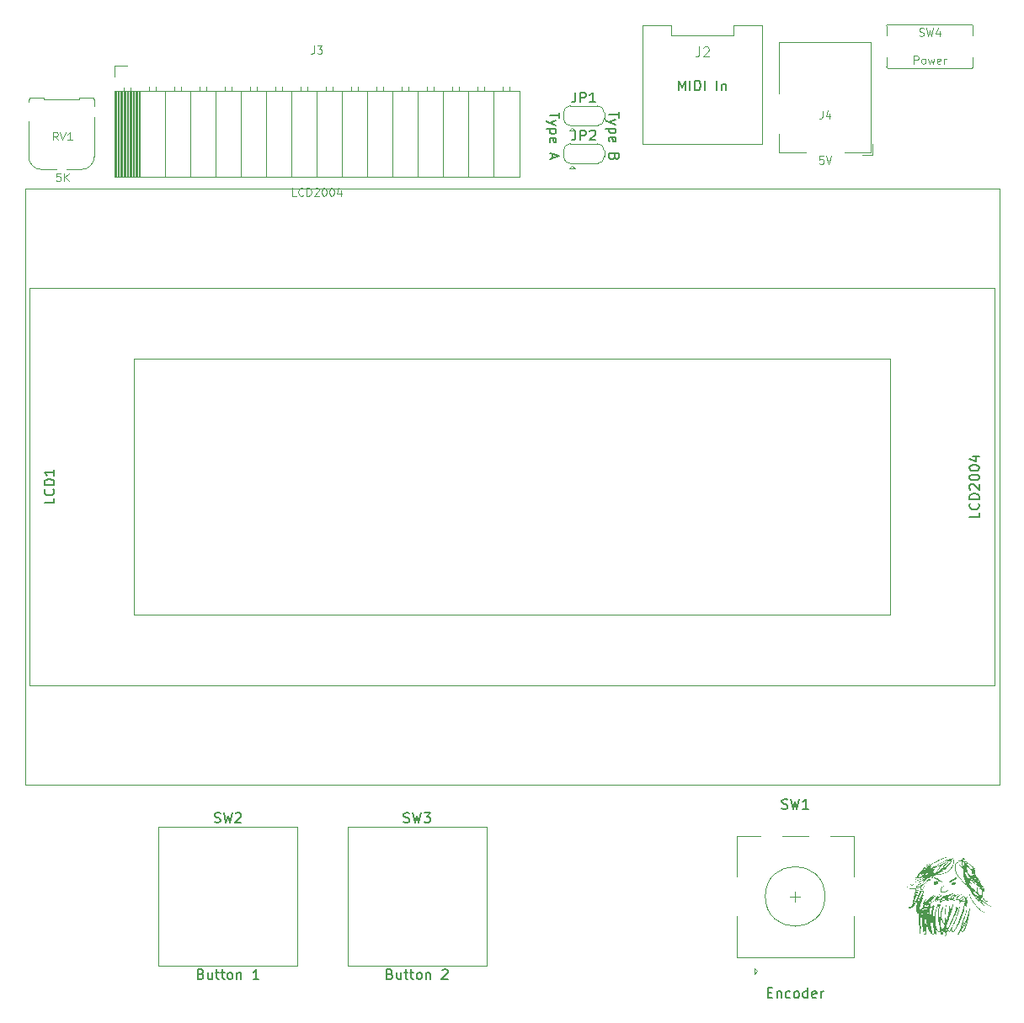
<source format=gbr>
%TF.GenerationSoftware,KiCad,Pcbnew,9.0.6*%
%TF.CreationDate,2026-02-16T22:18:04-05:00*%
%TF.ProjectId,MT32-pi-mainboard,4d543332-2d70-4692-9d6d-61696e626f61,rev?*%
%TF.SameCoordinates,Original*%
%TF.FileFunction,Legend,Top*%
%TF.FilePolarity,Positive*%
%FSLAX46Y46*%
G04 Gerber Fmt 4.6, Leading zero omitted, Abs format (unit mm)*
G04 Created by KiCad (PCBNEW 9.0.6) date 2026-02-16 22:18:04*
%MOMM*%
%LPD*%
G01*
G04 APERTURE LIST*
%ADD10C,0.150000*%
%ADD11C,0.100000*%
%ADD12C,0.120000*%
%ADD13C,0.000000*%
G04 APERTURE END LIST*
D10*
X105763305Y-60252857D02*
X105763305Y-60824285D01*
X104763305Y-60538571D02*
X105763305Y-60538571D01*
X105429972Y-61062381D02*
X104763305Y-61300476D01*
X105429972Y-61538571D02*
X104763305Y-61300476D01*
X104763305Y-61300476D02*
X104525210Y-61205238D01*
X104525210Y-61205238D02*
X104477591Y-61157619D01*
X104477591Y-61157619D02*
X104429972Y-61062381D01*
X105429972Y-61919524D02*
X104429972Y-61919524D01*
X105382353Y-61919524D02*
X105429972Y-62014762D01*
X105429972Y-62014762D02*
X105429972Y-62205238D01*
X105429972Y-62205238D02*
X105382353Y-62300476D01*
X105382353Y-62300476D02*
X105334734Y-62348095D01*
X105334734Y-62348095D02*
X105239496Y-62395714D01*
X105239496Y-62395714D02*
X104953782Y-62395714D01*
X104953782Y-62395714D02*
X104858544Y-62348095D01*
X104858544Y-62348095D02*
X104810925Y-62300476D01*
X104810925Y-62300476D02*
X104763305Y-62205238D01*
X104763305Y-62205238D02*
X104763305Y-62014762D01*
X104763305Y-62014762D02*
X104810925Y-61919524D01*
X104810925Y-63205238D02*
X104763305Y-63110000D01*
X104763305Y-63110000D02*
X104763305Y-62919524D01*
X104763305Y-62919524D02*
X104810925Y-62824286D01*
X104810925Y-62824286D02*
X104906163Y-62776667D01*
X104906163Y-62776667D02*
X105287115Y-62776667D01*
X105287115Y-62776667D02*
X105382353Y-62824286D01*
X105382353Y-62824286D02*
X105429972Y-62919524D01*
X105429972Y-62919524D02*
X105429972Y-63110000D01*
X105429972Y-63110000D02*
X105382353Y-63205238D01*
X105382353Y-63205238D02*
X105287115Y-63252857D01*
X105287115Y-63252857D02*
X105191877Y-63252857D01*
X105191877Y-63252857D02*
X105096639Y-62776667D01*
X105049020Y-64395715D02*
X105049020Y-64871905D01*
X104763305Y-64300477D02*
X105763305Y-64633810D01*
X105763305Y-64633810D02*
X104763305Y-64967143D01*
X111763305Y-60181428D02*
X111763305Y-60752856D01*
X110763305Y-60467142D02*
X111763305Y-60467142D01*
X111429972Y-60990952D02*
X110763305Y-61229047D01*
X111429972Y-61467142D02*
X110763305Y-61229047D01*
X110763305Y-61229047D02*
X110525210Y-61133809D01*
X110525210Y-61133809D02*
X110477591Y-61086190D01*
X110477591Y-61086190D02*
X110429972Y-60990952D01*
X111429972Y-61848095D02*
X110429972Y-61848095D01*
X111382353Y-61848095D02*
X111429972Y-61943333D01*
X111429972Y-61943333D02*
X111429972Y-62133809D01*
X111429972Y-62133809D02*
X111382353Y-62229047D01*
X111382353Y-62229047D02*
X111334734Y-62276666D01*
X111334734Y-62276666D02*
X111239496Y-62324285D01*
X111239496Y-62324285D02*
X110953782Y-62324285D01*
X110953782Y-62324285D02*
X110858544Y-62276666D01*
X110858544Y-62276666D02*
X110810925Y-62229047D01*
X110810925Y-62229047D02*
X110763305Y-62133809D01*
X110763305Y-62133809D02*
X110763305Y-61943333D01*
X110763305Y-61943333D02*
X110810925Y-61848095D01*
X110810925Y-63133809D02*
X110763305Y-63038571D01*
X110763305Y-63038571D02*
X110763305Y-62848095D01*
X110763305Y-62848095D02*
X110810925Y-62752857D01*
X110810925Y-62752857D02*
X110906163Y-62705238D01*
X110906163Y-62705238D02*
X111287115Y-62705238D01*
X111287115Y-62705238D02*
X111382353Y-62752857D01*
X111382353Y-62752857D02*
X111429972Y-62848095D01*
X111429972Y-62848095D02*
X111429972Y-63038571D01*
X111429972Y-63038571D02*
X111382353Y-63133809D01*
X111382353Y-63133809D02*
X111287115Y-63181428D01*
X111287115Y-63181428D02*
X111191877Y-63181428D01*
X111191877Y-63181428D02*
X111096639Y-62705238D01*
X111287115Y-64705238D02*
X111239496Y-64848095D01*
X111239496Y-64848095D02*
X111191877Y-64895714D01*
X111191877Y-64895714D02*
X111096639Y-64943333D01*
X111096639Y-64943333D02*
X110953782Y-64943333D01*
X110953782Y-64943333D02*
X110858544Y-64895714D01*
X110858544Y-64895714D02*
X110810925Y-64848095D01*
X110810925Y-64848095D02*
X110763305Y-64752857D01*
X110763305Y-64752857D02*
X110763305Y-64371905D01*
X110763305Y-64371905D02*
X111763305Y-64371905D01*
X111763305Y-64371905D02*
X111763305Y-64705238D01*
X111763305Y-64705238D02*
X111715686Y-64800476D01*
X111715686Y-64800476D02*
X111668067Y-64848095D01*
X111668067Y-64848095D02*
X111572829Y-64895714D01*
X111572829Y-64895714D02*
X111477591Y-64895714D01*
X111477591Y-64895714D02*
X111382353Y-64848095D01*
X111382353Y-64848095D02*
X111334734Y-64800476D01*
X111334734Y-64800476D02*
X111287115Y-64705238D01*
X111287115Y-64705238D02*
X111287115Y-64371905D01*
X128126668Y-130227200D02*
X128269525Y-130274819D01*
X128269525Y-130274819D02*
X128507620Y-130274819D01*
X128507620Y-130274819D02*
X128602858Y-130227200D01*
X128602858Y-130227200D02*
X128650477Y-130179580D01*
X128650477Y-130179580D02*
X128698096Y-130084342D01*
X128698096Y-130084342D02*
X128698096Y-129989104D01*
X128698096Y-129989104D02*
X128650477Y-129893866D01*
X128650477Y-129893866D02*
X128602858Y-129846247D01*
X128602858Y-129846247D02*
X128507620Y-129798628D01*
X128507620Y-129798628D02*
X128317144Y-129751009D01*
X128317144Y-129751009D02*
X128221906Y-129703390D01*
X128221906Y-129703390D02*
X128174287Y-129655771D01*
X128174287Y-129655771D02*
X128126668Y-129560533D01*
X128126668Y-129560533D02*
X128126668Y-129465295D01*
X128126668Y-129465295D02*
X128174287Y-129370057D01*
X128174287Y-129370057D02*
X128221906Y-129322438D01*
X128221906Y-129322438D02*
X128317144Y-129274819D01*
X128317144Y-129274819D02*
X128555239Y-129274819D01*
X128555239Y-129274819D02*
X128698096Y-129322438D01*
X129031430Y-129274819D02*
X129269525Y-130274819D01*
X129269525Y-130274819D02*
X129460001Y-129560533D01*
X129460001Y-129560533D02*
X129650477Y-130274819D01*
X129650477Y-130274819D02*
X129888573Y-129274819D01*
X130793334Y-130274819D02*
X130221906Y-130274819D01*
X130507620Y-130274819D02*
X130507620Y-129274819D01*
X130507620Y-129274819D02*
X130412382Y-129417676D01*
X130412382Y-129417676D02*
X130317144Y-129512914D01*
X130317144Y-129512914D02*
X130221906Y-129560533D01*
X126721904Y-148751009D02*
X127055237Y-148751009D01*
X127198094Y-149274819D02*
X126721904Y-149274819D01*
X126721904Y-149274819D02*
X126721904Y-148274819D01*
X126721904Y-148274819D02*
X127198094Y-148274819D01*
X127626666Y-148608152D02*
X127626666Y-149274819D01*
X127626666Y-148703390D02*
X127674285Y-148655771D01*
X127674285Y-148655771D02*
X127769523Y-148608152D01*
X127769523Y-148608152D02*
X127912380Y-148608152D01*
X127912380Y-148608152D02*
X128007618Y-148655771D01*
X128007618Y-148655771D02*
X128055237Y-148751009D01*
X128055237Y-148751009D02*
X128055237Y-149274819D01*
X128959999Y-149227200D02*
X128864761Y-149274819D01*
X128864761Y-149274819D02*
X128674285Y-149274819D01*
X128674285Y-149274819D02*
X128579047Y-149227200D01*
X128579047Y-149227200D02*
X128531428Y-149179580D01*
X128531428Y-149179580D02*
X128483809Y-149084342D01*
X128483809Y-149084342D02*
X128483809Y-148798628D01*
X128483809Y-148798628D02*
X128531428Y-148703390D01*
X128531428Y-148703390D02*
X128579047Y-148655771D01*
X128579047Y-148655771D02*
X128674285Y-148608152D01*
X128674285Y-148608152D02*
X128864761Y-148608152D01*
X128864761Y-148608152D02*
X128959999Y-148655771D01*
X129531428Y-149274819D02*
X129436190Y-149227200D01*
X129436190Y-149227200D02*
X129388571Y-149179580D01*
X129388571Y-149179580D02*
X129340952Y-149084342D01*
X129340952Y-149084342D02*
X129340952Y-148798628D01*
X129340952Y-148798628D02*
X129388571Y-148703390D01*
X129388571Y-148703390D02*
X129436190Y-148655771D01*
X129436190Y-148655771D02*
X129531428Y-148608152D01*
X129531428Y-148608152D02*
X129674285Y-148608152D01*
X129674285Y-148608152D02*
X129769523Y-148655771D01*
X129769523Y-148655771D02*
X129817142Y-148703390D01*
X129817142Y-148703390D02*
X129864761Y-148798628D01*
X129864761Y-148798628D02*
X129864761Y-149084342D01*
X129864761Y-149084342D02*
X129817142Y-149179580D01*
X129817142Y-149179580D02*
X129769523Y-149227200D01*
X129769523Y-149227200D02*
X129674285Y-149274819D01*
X129674285Y-149274819D02*
X129531428Y-149274819D01*
X130721904Y-149274819D02*
X130721904Y-148274819D01*
X130721904Y-149227200D02*
X130626666Y-149274819D01*
X130626666Y-149274819D02*
X130436190Y-149274819D01*
X130436190Y-149274819D02*
X130340952Y-149227200D01*
X130340952Y-149227200D02*
X130293333Y-149179580D01*
X130293333Y-149179580D02*
X130245714Y-149084342D01*
X130245714Y-149084342D02*
X130245714Y-148798628D01*
X130245714Y-148798628D02*
X130293333Y-148703390D01*
X130293333Y-148703390D02*
X130340952Y-148655771D01*
X130340952Y-148655771D02*
X130436190Y-148608152D01*
X130436190Y-148608152D02*
X130626666Y-148608152D01*
X130626666Y-148608152D02*
X130721904Y-148655771D01*
X131579047Y-149227200D02*
X131483809Y-149274819D01*
X131483809Y-149274819D02*
X131293333Y-149274819D01*
X131293333Y-149274819D02*
X131198095Y-149227200D01*
X131198095Y-149227200D02*
X131150476Y-149131961D01*
X131150476Y-149131961D02*
X131150476Y-148751009D01*
X131150476Y-148751009D02*
X131198095Y-148655771D01*
X131198095Y-148655771D02*
X131293333Y-148608152D01*
X131293333Y-148608152D02*
X131483809Y-148608152D01*
X131483809Y-148608152D02*
X131579047Y-148655771D01*
X131579047Y-148655771D02*
X131626666Y-148751009D01*
X131626666Y-148751009D02*
X131626666Y-148846247D01*
X131626666Y-148846247D02*
X131150476Y-148941485D01*
X132055238Y-149274819D02*
X132055238Y-148608152D01*
X132055238Y-148798628D02*
X132102857Y-148703390D01*
X132102857Y-148703390D02*
X132150476Y-148655771D01*
X132150476Y-148655771D02*
X132245714Y-148608152D01*
X132245714Y-148608152D02*
X132340952Y-148608152D01*
X54974819Y-99026666D02*
X54974819Y-99502856D01*
X54974819Y-99502856D02*
X53974819Y-99502856D01*
X54879580Y-98121904D02*
X54927200Y-98169523D01*
X54927200Y-98169523D02*
X54974819Y-98312380D01*
X54974819Y-98312380D02*
X54974819Y-98407618D01*
X54974819Y-98407618D02*
X54927200Y-98550475D01*
X54927200Y-98550475D02*
X54831961Y-98645713D01*
X54831961Y-98645713D02*
X54736723Y-98693332D01*
X54736723Y-98693332D02*
X54546247Y-98740951D01*
X54546247Y-98740951D02*
X54403390Y-98740951D01*
X54403390Y-98740951D02*
X54212914Y-98693332D01*
X54212914Y-98693332D02*
X54117676Y-98645713D01*
X54117676Y-98645713D02*
X54022438Y-98550475D01*
X54022438Y-98550475D02*
X53974819Y-98407618D01*
X53974819Y-98407618D02*
X53974819Y-98312380D01*
X53974819Y-98312380D02*
X54022438Y-98169523D01*
X54022438Y-98169523D02*
X54070057Y-98121904D01*
X54974819Y-97693332D02*
X53974819Y-97693332D01*
X53974819Y-97693332D02*
X53974819Y-97455237D01*
X53974819Y-97455237D02*
X54022438Y-97312380D01*
X54022438Y-97312380D02*
X54117676Y-97217142D01*
X54117676Y-97217142D02*
X54212914Y-97169523D01*
X54212914Y-97169523D02*
X54403390Y-97121904D01*
X54403390Y-97121904D02*
X54546247Y-97121904D01*
X54546247Y-97121904D02*
X54736723Y-97169523D01*
X54736723Y-97169523D02*
X54831961Y-97217142D01*
X54831961Y-97217142D02*
X54927200Y-97312380D01*
X54927200Y-97312380D02*
X54974819Y-97455237D01*
X54974819Y-97455237D02*
X54974819Y-97693332D01*
X54974819Y-96169523D02*
X54974819Y-96740951D01*
X54974819Y-96455237D02*
X53974819Y-96455237D01*
X53974819Y-96455237D02*
X54117676Y-96550475D01*
X54117676Y-96550475D02*
X54212914Y-96645713D01*
X54212914Y-96645713D02*
X54260533Y-96740951D01*
X147974819Y-100455238D02*
X147974819Y-100931428D01*
X147974819Y-100931428D02*
X146974819Y-100931428D01*
X147879580Y-99550476D02*
X147927200Y-99598095D01*
X147927200Y-99598095D02*
X147974819Y-99740952D01*
X147974819Y-99740952D02*
X147974819Y-99836190D01*
X147974819Y-99836190D02*
X147927200Y-99979047D01*
X147927200Y-99979047D02*
X147831961Y-100074285D01*
X147831961Y-100074285D02*
X147736723Y-100121904D01*
X147736723Y-100121904D02*
X147546247Y-100169523D01*
X147546247Y-100169523D02*
X147403390Y-100169523D01*
X147403390Y-100169523D02*
X147212914Y-100121904D01*
X147212914Y-100121904D02*
X147117676Y-100074285D01*
X147117676Y-100074285D02*
X147022438Y-99979047D01*
X147022438Y-99979047D02*
X146974819Y-99836190D01*
X146974819Y-99836190D02*
X146974819Y-99740952D01*
X146974819Y-99740952D02*
X147022438Y-99598095D01*
X147022438Y-99598095D02*
X147070057Y-99550476D01*
X147974819Y-99121904D02*
X146974819Y-99121904D01*
X146974819Y-99121904D02*
X146974819Y-98883809D01*
X146974819Y-98883809D02*
X147022438Y-98740952D01*
X147022438Y-98740952D02*
X147117676Y-98645714D01*
X147117676Y-98645714D02*
X147212914Y-98598095D01*
X147212914Y-98598095D02*
X147403390Y-98550476D01*
X147403390Y-98550476D02*
X147546247Y-98550476D01*
X147546247Y-98550476D02*
X147736723Y-98598095D01*
X147736723Y-98598095D02*
X147831961Y-98645714D01*
X147831961Y-98645714D02*
X147927200Y-98740952D01*
X147927200Y-98740952D02*
X147974819Y-98883809D01*
X147974819Y-98883809D02*
X147974819Y-99121904D01*
X147070057Y-98169523D02*
X147022438Y-98121904D01*
X147022438Y-98121904D02*
X146974819Y-98026666D01*
X146974819Y-98026666D02*
X146974819Y-97788571D01*
X146974819Y-97788571D02*
X147022438Y-97693333D01*
X147022438Y-97693333D02*
X147070057Y-97645714D01*
X147070057Y-97645714D02*
X147165295Y-97598095D01*
X147165295Y-97598095D02*
X147260533Y-97598095D01*
X147260533Y-97598095D02*
X147403390Y-97645714D01*
X147403390Y-97645714D02*
X147974819Y-98217142D01*
X147974819Y-98217142D02*
X147974819Y-97598095D01*
X146974819Y-96979047D02*
X146974819Y-96883809D01*
X146974819Y-96883809D02*
X147022438Y-96788571D01*
X147022438Y-96788571D02*
X147070057Y-96740952D01*
X147070057Y-96740952D02*
X147165295Y-96693333D01*
X147165295Y-96693333D02*
X147355771Y-96645714D01*
X147355771Y-96645714D02*
X147593866Y-96645714D01*
X147593866Y-96645714D02*
X147784342Y-96693333D01*
X147784342Y-96693333D02*
X147879580Y-96740952D01*
X147879580Y-96740952D02*
X147927200Y-96788571D01*
X147927200Y-96788571D02*
X147974819Y-96883809D01*
X147974819Y-96883809D02*
X147974819Y-96979047D01*
X147974819Y-96979047D02*
X147927200Y-97074285D01*
X147927200Y-97074285D02*
X147879580Y-97121904D01*
X147879580Y-97121904D02*
X147784342Y-97169523D01*
X147784342Y-97169523D02*
X147593866Y-97217142D01*
X147593866Y-97217142D02*
X147355771Y-97217142D01*
X147355771Y-97217142D02*
X147165295Y-97169523D01*
X147165295Y-97169523D02*
X147070057Y-97121904D01*
X147070057Y-97121904D02*
X147022438Y-97074285D01*
X147022438Y-97074285D02*
X146974819Y-96979047D01*
X146974819Y-96026666D02*
X146974819Y-95931428D01*
X146974819Y-95931428D02*
X147022438Y-95836190D01*
X147022438Y-95836190D02*
X147070057Y-95788571D01*
X147070057Y-95788571D02*
X147165295Y-95740952D01*
X147165295Y-95740952D02*
X147355771Y-95693333D01*
X147355771Y-95693333D02*
X147593866Y-95693333D01*
X147593866Y-95693333D02*
X147784342Y-95740952D01*
X147784342Y-95740952D02*
X147879580Y-95788571D01*
X147879580Y-95788571D02*
X147927200Y-95836190D01*
X147927200Y-95836190D02*
X147974819Y-95931428D01*
X147974819Y-95931428D02*
X147974819Y-96026666D01*
X147974819Y-96026666D02*
X147927200Y-96121904D01*
X147927200Y-96121904D02*
X147879580Y-96169523D01*
X147879580Y-96169523D02*
X147784342Y-96217142D01*
X147784342Y-96217142D02*
X147593866Y-96264761D01*
X147593866Y-96264761D02*
X147355771Y-96264761D01*
X147355771Y-96264761D02*
X147165295Y-96217142D01*
X147165295Y-96217142D02*
X147070057Y-96169523D01*
X147070057Y-96169523D02*
X147022438Y-96121904D01*
X147022438Y-96121904D02*
X146974819Y-96026666D01*
X147308152Y-94836190D02*
X147974819Y-94836190D01*
X146927200Y-95074285D02*
X147641485Y-95312380D01*
X147641485Y-95312380D02*
X147641485Y-94693333D01*
D11*
X81093333Y-53544895D02*
X81093333Y-54116323D01*
X81093333Y-54116323D02*
X81055238Y-54230609D01*
X81055238Y-54230609D02*
X80979047Y-54306800D01*
X80979047Y-54306800D02*
X80864762Y-54344895D01*
X80864762Y-54344895D02*
X80788571Y-54344895D01*
X81398095Y-53544895D02*
X81893333Y-53544895D01*
X81893333Y-53544895D02*
X81626667Y-53849657D01*
X81626667Y-53849657D02*
X81740952Y-53849657D01*
X81740952Y-53849657D02*
X81817143Y-53887752D01*
X81817143Y-53887752D02*
X81855238Y-53925847D01*
X81855238Y-53925847D02*
X81893333Y-54002038D01*
X81893333Y-54002038D02*
X81893333Y-54192514D01*
X81893333Y-54192514D02*
X81855238Y-54268704D01*
X81855238Y-54268704D02*
X81817143Y-54306800D01*
X81817143Y-54306800D02*
X81740952Y-54344895D01*
X81740952Y-54344895D02*
X81512381Y-54344895D01*
X81512381Y-54344895D02*
X81436190Y-54306800D01*
X81436190Y-54306800D02*
X81398095Y-54268704D01*
X79283809Y-68634895D02*
X78902857Y-68634895D01*
X78902857Y-68634895D02*
X78902857Y-67834895D01*
X80007619Y-68558704D02*
X79969523Y-68596800D01*
X79969523Y-68596800D02*
X79855238Y-68634895D01*
X79855238Y-68634895D02*
X79779047Y-68634895D01*
X79779047Y-68634895D02*
X79664761Y-68596800D01*
X79664761Y-68596800D02*
X79588571Y-68520609D01*
X79588571Y-68520609D02*
X79550476Y-68444419D01*
X79550476Y-68444419D02*
X79512380Y-68292038D01*
X79512380Y-68292038D02*
X79512380Y-68177752D01*
X79512380Y-68177752D02*
X79550476Y-68025371D01*
X79550476Y-68025371D02*
X79588571Y-67949180D01*
X79588571Y-67949180D02*
X79664761Y-67872990D01*
X79664761Y-67872990D02*
X79779047Y-67834895D01*
X79779047Y-67834895D02*
X79855238Y-67834895D01*
X79855238Y-67834895D02*
X79969523Y-67872990D01*
X79969523Y-67872990D02*
X80007619Y-67911085D01*
X80350476Y-68634895D02*
X80350476Y-67834895D01*
X80350476Y-67834895D02*
X80540952Y-67834895D01*
X80540952Y-67834895D02*
X80655238Y-67872990D01*
X80655238Y-67872990D02*
X80731428Y-67949180D01*
X80731428Y-67949180D02*
X80769523Y-68025371D01*
X80769523Y-68025371D02*
X80807619Y-68177752D01*
X80807619Y-68177752D02*
X80807619Y-68292038D01*
X80807619Y-68292038D02*
X80769523Y-68444419D01*
X80769523Y-68444419D02*
X80731428Y-68520609D01*
X80731428Y-68520609D02*
X80655238Y-68596800D01*
X80655238Y-68596800D02*
X80540952Y-68634895D01*
X80540952Y-68634895D02*
X80350476Y-68634895D01*
X81112380Y-67911085D02*
X81150476Y-67872990D01*
X81150476Y-67872990D02*
X81226666Y-67834895D01*
X81226666Y-67834895D02*
X81417142Y-67834895D01*
X81417142Y-67834895D02*
X81493333Y-67872990D01*
X81493333Y-67872990D02*
X81531428Y-67911085D01*
X81531428Y-67911085D02*
X81569523Y-67987276D01*
X81569523Y-67987276D02*
X81569523Y-68063466D01*
X81569523Y-68063466D02*
X81531428Y-68177752D01*
X81531428Y-68177752D02*
X81074285Y-68634895D01*
X81074285Y-68634895D02*
X81569523Y-68634895D01*
X82064762Y-67834895D02*
X82140952Y-67834895D01*
X82140952Y-67834895D02*
X82217143Y-67872990D01*
X82217143Y-67872990D02*
X82255238Y-67911085D01*
X82255238Y-67911085D02*
X82293333Y-67987276D01*
X82293333Y-67987276D02*
X82331428Y-68139657D01*
X82331428Y-68139657D02*
X82331428Y-68330133D01*
X82331428Y-68330133D02*
X82293333Y-68482514D01*
X82293333Y-68482514D02*
X82255238Y-68558704D01*
X82255238Y-68558704D02*
X82217143Y-68596800D01*
X82217143Y-68596800D02*
X82140952Y-68634895D01*
X82140952Y-68634895D02*
X82064762Y-68634895D01*
X82064762Y-68634895D02*
X81988571Y-68596800D01*
X81988571Y-68596800D02*
X81950476Y-68558704D01*
X81950476Y-68558704D02*
X81912381Y-68482514D01*
X81912381Y-68482514D02*
X81874285Y-68330133D01*
X81874285Y-68330133D02*
X81874285Y-68139657D01*
X81874285Y-68139657D02*
X81912381Y-67987276D01*
X81912381Y-67987276D02*
X81950476Y-67911085D01*
X81950476Y-67911085D02*
X81988571Y-67872990D01*
X81988571Y-67872990D02*
X82064762Y-67834895D01*
X82826667Y-67834895D02*
X82902857Y-67834895D01*
X82902857Y-67834895D02*
X82979048Y-67872990D01*
X82979048Y-67872990D02*
X83017143Y-67911085D01*
X83017143Y-67911085D02*
X83055238Y-67987276D01*
X83055238Y-67987276D02*
X83093333Y-68139657D01*
X83093333Y-68139657D02*
X83093333Y-68330133D01*
X83093333Y-68330133D02*
X83055238Y-68482514D01*
X83055238Y-68482514D02*
X83017143Y-68558704D01*
X83017143Y-68558704D02*
X82979048Y-68596800D01*
X82979048Y-68596800D02*
X82902857Y-68634895D01*
X82902857Y-68634895D02*
X82826667Y-68634895D01*
X82826667Y-68634895D02*
X82750476Y-68596800D01*
X82750476Y-68596800D02*
X82712381Y-68558704D01*
X82712381Y-68558704D02*
X82674286Y-68482514D01*
X82674286Y-68482514D02*
X82636190Y-68330133D01*
X82636190Y-68330133D02*
X82636190Y-68139657D01*
X82636190Y-68139657D02*
X82674286Y-67987276D01*
X82674286Y-67987276D02*
X82712381Y-67911085D01*
X82712381Y-67911085D02*
X82750476Y-67872990D01*
X82750476Y-67872990D02*
X82826667Y-67834895D01*
X83779048Y-68101561D02*
X83779048Y-68634895D01*
X83588572Y-67796800D02*
X83398095Y-68368228D01*
X83398095Y-68368228D02*
X83893334Y-68368228D01*
X132196666Y-60084895D02*
X132196666Y-60656323D01*
X132196666Y-60656323D02*
X132158571Y-60770609D01*
X132158571Y-60770609D02*
X132082380Y-60846800D01*
X132082380Y-60846800D02*
X131968095Y-60884895D01*
X131968095Y-60884895D02*
X131891904Y-60884895D01*
X132920476Y-60351561D02*
X132920476Y-60884895D01*
X132730000Y-60046800D02*
X132539523Y-60618228D01*
X132539523Y-60618228D02*
X133034762Y-60618228D01*
X132310952Y-64624895D02*
X131930000Y-64624895D01*
X131930000Y-64624895D02*
X131891904Y-65005847D01*
X131891904Y-65005847D02*
X131930000Y-64967752D01*
X131930000Y-64967752D02*
X132006190Y-64929657D01*
X132006190Y-64929657D02*
X132196666Y-64929657D01*
X132196666Y-64929657D02*
X132272857Y-64967752D01*
X132272857Y-64967752D02*
X132310952Y-65005847D01*
X132310952Y-65005847D02*
X132349047Y-65082038D01*
X132349047Y-65082038D02*
X132349047Y-65272514D01*
X132349047Y-65272514D02*
X132310952Y-65348704D01*
X132310952Y-65348704D02*
X132272857Y-65386800D01*
X132272857Y-65386800D02*
X132196666Y-65424895D01*
X132196666Y-65424895D02*
X132006190Y-65424895D01*
X132006190Y-65424895D02*
X131930000Y-65386800D01*
X131930000Y-65386800D02*
X131891904Y-65348704D01*
X132577619Y-64624895D02*
X132844286Y-65424895D01*
X132844286Y-65424895D02*
X133110952Y-64624895D01*
D10*
X107384791Y-58217319D02*
X107384791Y-58931604D01*
X107384791Y-58931604D02*
X107337172Y-59074461D01*
X107337172Y-59074461D02*
X107241934Y-59169700D01*
X107241934Y-59169700D02*
X107099077Y-59217319D01*
X107099077Y-59217319D02*
X107003839Y-59217319D01*
X107860982Y-59217319D02*
X107860982Y-58217319D01*
X107860982Y-58217319D02*
X108241934Y-58217319D01*
X108241934Y-58217319D02*
X108337172Y-58264938D01*
X108337172Y-58264938D02*
X108384791Y-58312557D01*
X108384791Y-58312557D02*
X108432410Y-58407795D01*
X108432410Y-58407795D02*
X108432410Y-58550652D01*
X108432410Y-58550652D02*
X108384791Y-58645890D01*
X108384791Y-58645890D02*
X108337172Y-58693509D01*
X108337172Y-58693509D02*
X108241934Y-58741128D01*
X108241934Y-58741128D02*
X107860982Y-58741128D01*
X109384791Y-59217319D02*
X108813363Y-59217319D01*
X109099077Y-59217319D02*
X109099077Y-58217319D01*
X109099077Y-58217319D02*
X109003839Y-58360176D01*
X109003839Y-58360176D02*
X108908601Y-58455414D01*
X108908601Y-58455414D02*
X108813363Y-58503033D01*
X107384791Y-62027319D02*
X107384791Y-62741604D01*
X107384791Y-62741604D02*
X107337172Y-62884461D01*
X107337172Y-62884461D02*
X107241934Y-62979700D01*
X107241934Y-62979700D02*
X107099077Y-63027319D01*
X107099077Y-63027319D02*
X107003839Y-63027319D01*
X107860982Y-63027319D02*
X107860982Y-62027319D01*
X107860982Y-62027319D02*
X108241934Y-62027319D01*
X108241934Y-62027319D02*
X108337172Y-62074938D01*
X108337172Y-62074938D02*
X108384791Y-62122557D01*
X108384791Y-62122557D02*
X108432410Y-62217795D01*
X108432410Y-62217795D02*
X108432410Y-62360652D01*
X108432410Y-62360652D02*
X108384791Y-62455890D01*
X108384791Y-62455890D02*
X108337172Y-62503509D01*
X108337172Y-62503509D02*
X108241934Y-62551128D01*
X108241934Y-62551128D02*
X107860982Y-62551128D01*
X108813363Y-62122557D02*
X108860982Y-62074938D01*
X108860982Y-62074938D02*
X108956220Y-62027319D01*
X108956220Y-62027319D02*
X109194315Y-62027319D01*
X109194315Y-62027319D02*
X109289553Y-62074938D01*
X109289553Y-62074938D02*
X109337172Y-62122557D01*
X109337172Y-62122557D02*
X109384791Y-62217795D01*
X109384791Y-62217795D02*
X109384791Y-62313033D01*
X109384791Y-62313033D02*
X109337172Y-62455890D01*
X109337172Y-62455890D02*
X108765744Y-63027319D01*
X108765744Y-63027319D02*
X109384791Y-63027319D01*
X71106667Y-131603200D02*
X71249524Y-131650819D01*
X71249524Y-131650819D02*
X71487619Y-131650819D01*
X71487619Y-131650819D02*
X71582857Y-131603200D01*
X71582857Y-131603200D02*
X71630476Y-131555580D01*
X71630476Y-131555580D02*
X71678095Y-131460342D01*
X71678095Y-131460342D02*
X71678095Y-131365104D01*
X71678095Y-131365104D02*
X71630476Y-131269866D01*
X71630476Y-131269866D02*
X71582857Y-131222247D01*
X71582857Y-131222247D02*
X71487619Y-131174628D01*
X71487619Y-131174628D02*
X71297143Y-131127009D01*
X71297143Y-131127009D02*
X71201905Y-131079390D01*
X71201905Y-131079390D02*
X71154286Y-131031771D01*
X71154286Y-131031771D02*
X71106667Y-130936533D01*
X71106667Y-130936533D02*
X71106667Y-130841295D01*
X71106667Y-130841295D02*
X71154286Y-130746057D01*
X71154286Y-130746057D02*
X71201905Y-130698438D01*
X71201905Y-130698438D02*
X71297143Y-130650819D01*
X71297143Y-130650819D02*
X71535238Y-130650819D01*
X71535238Y-130650819D02*
X71678095Y-130698438D01*
X72011429Y-130650819D02*
X72249524Y-131650819D01*
X72249524Y-131650819D02*
X72440000Y-130936533D01*
X72440000Y-130936533D02*
X72630476Y-131650819D01*
X72630476Y-131650819D02*
X72868572Y-130650819D01*
X73201905Y-130746057D02*
X73249524Y-130698438D01*
X73249524Y-130698438D02*
X73344762Y-130650819D01*
X73344762Y-130650819D02*
X73582857Y-130650819D01*
X73582857Y-130650819D02*
X73678095Y-130698438D01*
X73678095Y-130698438D02*
X73725714Y-130746057D01*
X73725714Y-130746057D02*
X73773333Y-130841295D01*
X73773333Y-130841295D02*
X73773333Y-130936533D01*
X73773333Y-130936533D02*
X73725714Y-131079390D01*
X73725714Y-131079390D02*
X73154286Y-131650819D01*
X73154286Y-131650819D02*
X73773333Y-131650819D01*
X69725713Y-146875009D02*
X69868570Y-146922628D01*
X69868570Y-146922628D02*
X69916189Y-146970247D01*
X69916189Y-146970247D02*
X69963808Y-147065485D01*
X69963808Y-147065485D02*
X69963808Y-147208342D01*
X69963808Y-147208342D02*
X69916189Y-147303580D01*
X69916189Y-147303580D02*
X69868570Y-147351200D01*
X69868570Y-147351200D02*
X69773332Y-147398819D01*
X69773332Y-147398819D02*
X69392380Y-147398819D01*
X69392380Y-147398819D02*
X69392380Y-146398819D01*
X69392380Y-146398819D02*
X69725713Y-146398819D01*
X69725713Y-146398819D02*
X69820951Y-146446438D01*
X69820951Y-146446438D02*
X69868570Y-146494057D01*
X69868570Y-146494057D02*
X69916189Y-146589295D01*
X69916189Y-146589295D02*
X69916189Y-146684533D01*
X69916189Y-146684533D02*
X69868570Y-146779771D01*
X69868570Y-146779771D02*
X69820951Y-146827390D01*
X69820951Y-146827390D02*
X69725713Y-146875009D01*
X69725713Y-146875009D02*
X69392380Y-146875009D01*
X70820951Y-146732152D02*
X70820951Y-147398819D01*
X70392380Y-146732152D02*
X70392380Y-147255961D01*
X70392380Y-147255961D02*
X70439999Y-147351200D01*
X70439999Y-147351200D02*
X70535237Y-147398819D01*
X70535237Y-147398819D02*
X70678094Y-147398819D01*
X70678094Y-147398819D02*
X70773332Y-147351200D01*
X70773332Y-147351200D02*
X70820951Y-147303580D01*
X71154285Y-146732152D02*
X71535237Y-146732152D01*
X71297142Y-146398819D02*
X71297142Y-147255961D01*
X71297142Y-147255961D02*
X71344761Y-147351200D01*
X71344761Y-147351200D02*
X71439999Y-147398819D01*
X71439999Y-147398819D02*
X71535237Y-147398819D01*
X71725714Y-146732152D02*
X72106666Y-146732152D01*
X71868571Y-146398819D02*
X71868571Y-147255961D01*
X71868571Y-147255961D02*
X71916190Y-147351200D01*
X71916190Y-147351200D02*
X72011428Y-147398819D01*
X72011428Y-147398819D02*
X72106666Y-147398819D01*
X72582857Y-147398819D02*
X72487619Y-147351200D01*
X72487619Y-147351200D02*
X72440000Y-147303580D01*
X72440000Y-147303580D02*
X72392381Y-147208342D01*
X72392381Y-147208342D02*
X72392381Y-146922628D01*
X72392381Y-146922628D02*
X72440000Y-146827390D01*
X72440000Y-146827390D02*
X72487619Y-146779771D01*
X72487619Y-146779771D02*
X72582857Y-146732152D01*
X72582857Y-146732152D02*
X72725714Y-146732152D01*
X72725714Y-146732152D02*
X72820952Y-146779771D01*
X72820952Y-146779771D02*
X72868571Y-146827390D01*
X72868571Y-146827390D02*
X72916190Y-146922628D01*
X72916190Y-146922628D02*
X72916190Y-147208342D01*
X72916190Y-147208342D02*
X72868571Y-147303580D01*
X72868571Y-147303580D02*
X72820952Y-147351200D01*
X72820952Y-147351200D02*
X72725714Y-147398819D01*
X72725714Y-147398819D02*
X72582857Y-147398819D01*
X73344762Y-146732152D02*
X73344762Y-147398819D01*
X73344762Y-146827390D02*
X73392381Y-146779771D01*
X73392381Y-146779771D02*
X73487619Y-146732152D01*
X73487619Y-146732152D02*
X73630476Y-146732152D01*
X73630476Y-146732152D02*
X73725714Y-146779771D01*
X73725714Y-146779771D02*
X73773333Y-146875009D01*
X73773333Y-146875009D02*
X73773333Y-147398819D01*
X75535238Y-147398819D02*
X74963810Y-147398819D01*
X75249524Y-147398819D02*
X75249524Y-146398819D01*
X75249524Y-146398819D02*
X75154286Y-146541676D01*
X75154286Y-146541676D02*
X75059048Y-146636914D01*
X75059048Y-146636914D02*
X74963810Y-146684533D01*
D11*
X55323810Y-63024895D02*
X55057143Y-62643942D01*
X54866667Y-63024895D02*
X54866667Y-62224895D01*
X54866667Y-62224895D02*
X55171429Y-62224895D01*
X55171429Y-62224895D02*
X55247619Y-62262990D01*
X55247619Y-62262990D02*
X55285714Y-62301085D01*
X55285714Y-62301085D02*
X55323810Y-62377276D01*
X55323810Y-62377276D02*
X55323810Y-62491561D01*
X55323810Y-62491561D02*
X55285714Y-62567752D01*
X55285714Y-62567752D02*
X55247619Y-62605847D01*
X55247619Y-62605847D02*
X55171429Y-62643942D01*
X55171429Y-62643942D02*
X54866667Y-62643942D01*
X55552381Y-62224895D02*
X55819048Y-63024895D01*
X55819048Y-63024895D02*
X56085714Y-62224895D01*
X56771428Y-63024895D02*
X56314285Y-63024895D01*
X56542857Y-63024895D02*
X56542857Y-62224895D01*
X56542857Y-62224895D02*
X56466666Y-62339180D01*
X56466666Y-62339180D02*
X56390476Y-62415371D01*
X56390476Y-62415371D02*
X56314285Y-62453466D01*
X55580476Y-66354895D02*
X55199524Y-66354895D01*
X55199524Y-66354895D02*
X55161428Y-66735847D01*
X55161428Y-66735847D02*
X55199524Y-66697752D01*
X55199524Y-66697752D02*
X55275714Y-66659657D01*
X55275714Y-66659657D02*
X55466190Y-66659657D01*
X55466190Y-66659657D02*
X55542381Y-66697752D01*
X55542381Y-66697752D02*
X55580476Y-66735847D01*
X55580476Y-66735847D02*
X55618571Y-66812038D01*
X55618571Y-66812038D02*
X55618571Y-67002514D01*
X55618571Y-67002514D02*
X55580476Y-67078704D01*
X55580476Y-67078704D02*
X55542381Y-67116800D01*
X55542381Y-67116800D02*
X55466190Y-67154895D01*
X55466190Y-67154895D02*
X55275714Y-67154895D01*
X55275714Y-67154895D02*
X55199524Y-67116800D01*
X55199524Y-67116800D02*
X55161428Y-67078704D01*
X55961429Y-67154895D02*
X55961429Y-66354895D01*
X56418572Y-67154895D02*
X56075714Y-66697752D01*
X56418572Y-66354895D02*
X55961429Y-66812038D01*
D10*
X90106667Y-131603200D02*
X90249524Y-131650819D01*
X90249524Y-131650819D02*
X90487619Y-131650819D01*
X90487619Y-131650819D02*
X90582857Y-131603200D01*
X90582857Y-131603200D02*
X90630476Y-131555580D01*
X90630476Y-131555580D02*
X90678095Y-131460342D01*
X90678095Y-131460342D02*
X90678095Y-131365104D01*
X90678095Y-131365104D02*
X90630476Y-131269866D01*
X90630476Y-131269866D02*
X90582857Y-131222247D01*
X90582857Y-131222247D02*
X90487619Y-131174628D01*
X90487619Y-131174628D02*
X90297143Y-131127009D01*
X90297143Y-131127009D02*
X90201905Y-131079390D01*
X90201905Y-131079390D02*
X90154286Y-131031771D01*
X90154286Y-131031771D02*
X90106667Y-130936533D01*
X90106667Y-130936533D02*
X90106667Y-130841295D01*
X90106667Y-130841295D02*
X90154286Y-130746057D01*
X90154286Y-130746057D02*
X90201905Y-130698438D01*
X90201905Y-130698438D02*
X90297143Y-130650819D01*
X90297143Y-130650819D02*
X90535238Y-130650819D01*
X90535238Y-130650819D02*
X90678095Y-130698438D01*
X91011429Y-130650819D02*
X91249524Y-131650819D01*
X91249524Y-131650819D02*
X91440000Y-130936533D01*
X91440000Y-130936533D02*
X91630476Y-131650819D01*
X91630476Y-131650819D02*
X91868572Y-130650819D01*
X92154286Y-130650819D02*
X92773333Y-130650819D01*
X92773333Y-130650819D02*
X92440000Y-131031771D01*
X92440000Y-131031771D02*
X92582857Y-131031771D01*
X92582857Y-131031771D02*
X92678095Y-131079390D01*
X92678095Y-131079390D02*
X92725714Y-131127009D01*
X92725714Y-131127009D02*
X92773333Y-131222247D01*
X92773333Y-131222247D02*
X92773333Y-131460342D01*
X92773333Y-131460342D02*
X92725714Y-131555580D01*
X92725714Y-131555580D02*
X92678095Y-131603200D01*
X92678095Y-131603200D02*
X92582857Y-131650819D01*
X92582857Y-131650819D02*
X92297143Y-131650819D01*
X92297143Y-131650819D02*
X92201905Y-131603200D01*
X92201905Y-131603200D02*
X92154286Y-131555580D01*
X88725713Y-146875009D02*
X88868570Y-146922628D01*
X88868570Y-146922628D02*
X88916189Y-146970247D01*
X88916189Y-146970247D02*
X88963808Y-147065485D01*
X88963808Y-147065485D02*
X88963808Y-147208342D01*
X88963808Y-147208342D02*
X88916189Y-147303580D01*
X88916189Y-147303580D02*
X88868570Y-147351200D01*
X88868570Y-147351200D02*
X88773332Y-147398819D01*
X88773332Y-147398819D02*
X88392380Y-147398819D01*
X88392380Y-147398819D02*
X88392380Y-146398819D01*
X88392380Y-146398819D02*
X88725713Y-146398819D01*
X88725713Y-146398819D02*
X88820951Y-146446438D01*
X88820951Y-146446438D02*
X88868570Y-146494057D01*
X88868570Y-146494057D02*
X88916189Y-146589295D01*
X88916189Y-146589295D02*
X88916189Y-146684533D01*
X88916189Y-146684533D02*
X88868570Y-146779771D01*
X88868570Y-146779771D02*
X88820951Y-146827390D01*
X88820951Y-146827390D02*
X88725713Y-146875009D01*
X88725713Y-146875009D02*
X88392380Y-146875009D01*
X89820951Y-146732152D02*
X89820951Y-147398819D01*
X89392380Y-146732152D02*
X89392380Y-147255961D01*
X89392380Y-147255961D02*
X89439999Y-147351200D01*
X89439999Y-147351200D02*
X89535237Y-147398819D01*
X89535237Y-147398819D02*
X89678094Y-147398819D01*
X89678094Y-147398819D02*
X89773332Y-147351200D01*
X89773332Y-147351200D02*
X89820951Y-147303580D01*
X90154285Y-146732152D02*
X90535237Y-146732152D01*
X90297142Y-146398819D02*
X90297142Y-147255961D01*
X90297142Y-147255961D02*
X90344761Y-147351200D01*
X90344761Y-147351200D02*
X90439999Y-147398819D01*
X90439999Y-147398819D02*
X90535237Y-147398819D01*
X90725714Y-146732152D02*
X91106666Y-146732152D01*
X90868571Y-146398819D02*
X90868571Y-147255961D01*
X90868571Y-147255961D02*
X90916190Y-147351200D01*
X90916190Y-147351200D02*
X91011428Y-147398819D01*
X91011428Y-147398819D02*
X91106666Y-147398819D01*
X91582857Y-147398819D02*
X91487619Y-147351200D01*
X91487619Y-147351200D02*
X91440000Y-147303580D01*
X91440000Y-147303580D02*
X91392381Y-147208342D01*
X91392381Y-147208342D02*
X91392381Y-146922628D01*
X91392381Y-146922628D02*
X91440000Y-146827390D01*
X91440000Y-146827390D02*
X91487619Y-146779771D01*
X91487619Y-146779771D02*
X91582857Y-146732152D01*
X91582857Y-146732152D02*
X91725714Y-146732152D01*
X91725714Y-146732152D02*
X91820952Y-146779771D01*
X91820952Y-146779771D02*
X91868571Y-146827390D01*
X91868571Y-146827390D02*
X91916190Y-146922628D01*
X91916190Y-146922628D02*
X91916190Y-147208342D01*
X91916190Y-147208342D02*
X91868571Y-147303580D01*
X91868571Y-147303580D02*
X91820952Y-147351200D01*
X91820952Y-147351200D02*
X91725714Y-147398819D01*
X91725714Y-147398819D02*
X91582857Y-147398819D01*
X92344762Y-146732152D02*
X92344762Y-147398819D01*
X92344762Y-146827390D02*
X92392381Y-146779771D01*
X92392381Y-146779771D02*
X92487619Y-146732152D01*
X92487619Y-146732152D02*
X92630476Y-146732152D01*
X92630476Y-146732152D02*
X92725714Y-146779771D01*
X92725714Y-146779771D02*
X92773333Y-146875009D01*
X92773333Y-146875009D02*
X92773333Y-147398819D01*
X93963810Y-146494057D02*
X94011429Y-146446438D01*
X94011429Y-146446438D02*
X94106667Y-146398819D01*
X94106667Y-146398819D02*
X94344762Y-146398819D01*
X94344762Y-146398819D02*
X94440000Y-146446438D01*
X94440000Y-146446438D02*
X94487619Y-146494057D01*
X94487619Y-146494057D02*
X94535238Y-146589295D01*
X94535238Y-146589295D02*
X94535238Y-146684533D01*
X94535238Y-146684533D02*
X94487619Y-146827390D01*
X94487619Y-146827390D02*
X93916191Y-147398819D01*
X93916191Y-147398819D02*
X94535238Y-147398819D01*
D11*
X119796666Y-53627419D02*
X119796666Y-54341704D01*
X119796666Y-54341704D02*
X119749047Y-54484561D01*
X119749047Y-54484561D02*
X119653809Y-54579800D01*
X119653809Y-54579800D02*
X119510952Y-54627419D01*
X119510952Y-54627419D02*
X119415714Y-54627419D01*
X120225238Y-53722657D02*
X120272857Y-53675038D01*
X120272857Y-53675038D02*
X120368095Y-53627419D01*
X120368095Y-53627419D02*
X120606190Y-53627419D01*
X120606190Y-53627419D02*
X120701428Y-53675038D01*
X120701428Y-53675038D02*
X120749047Y-53722657D01*
X120749047Y-53722657D02*
X120796666Y-53817895D01*
X120796666Y-53817895D02*
X120796666Y-53913133D01*
X120796666Y-53913133D02*
X120749047Y-54055990D01*
X120749047Y-54055990D02*
X120177619Y-54627419D01*
X120177619Y-54627419D02*
X120796666Y-54627419D01*
D10*
X117749048Y-58024819D02*
X117749048Y-57024819D01*
X117749048Y-57024819D02*
X118082381Y-57739104D01*
X118082381Y-57739104D02*
X118415714Y-57024819D01*
X118415714Y-57024819D02*
X118415714Y-58024819D01*
X118891905Y-58024819D02*
X118891905Y-57024819D01*
X119368095Y-58024819D02*
X119368095Y-57024819D01*
X119368095Y-57024819D02*
X119606190Y-57024819D01*
X119606190Y-57024819D02*
X119749047Y-57072438D01*
X119749047Y-57072438D02*
X119844285Y-57167676D01*
X119844285Y-57167676D02*
X119891904Y-57262914D01*
X119891904Y-57262914D02*
X119939523Y-57453390D01*
X119939523Y-57453390D02*
X119939523Y-57596247D01*
X119939523Y-57596247D02*
X119891904Y-57786723D01*
X119891904Y-57786723D02*
X119844285Y-57881961D01*
X119844285Y-57881961D02*
X119749047Y-57977200D01*
X119749047Y-57977200D02*
X119606190Y-58024819D01*
X119606190Y-58024819D02*
X119368095Y-58024819D01*
X120368095Y-58024819D02*
X120368095Y-57024819D01*
X121606190Y-58024819D02*
X121606190Y-57024819D01*
X122082380Y-57358152D02*
X122082380Y-58024819D01*
X122082380Y-57453390D02*
X122129999Y-57405771D01*
X122129999Y-57405771D02*
X122225237Y-57358152D01*
X122225237Y-57358152D02*
X122368094Y-57358152D01*
X122368094Y-57358152D02*
X122463332Y-57405771D01*
X122463332Y-57405771D02*
X122510951Y-57501009D01*
X122510951Y-57501009D02*
X122510951Y-58024819D01*
D11*
X141944999Y-52516800D02*
X142059285Y-52554895D01*
X142059285Y-52554895D02*
X142249761Y-52554895D01*
X142249761Y-52554895D02*
X142325952Y-52516800D01*
X142325952Y-52516800D02*
X142364047Y-52478704D01*
X142364047Y-52478704D02*
X142402142Y-52402514D01*
X142402142Y-52402514D02*
X142402142Y-52326323D01*
X142402142Y-52326323D02*
X142364047Y-52250133D01*
X142364047Y-52250133D02*
X142325952Y-52212038D01*
X142325952Y-52212038D02*
X142249761Y-52173942D01*
X142249761Y-52173942D02*
X142097380Y-52135847D01*
X142097380Y-52135847D02*
X142021190Y-52097752D01*
X142021190Y-52097752D02*
X141983095Y-52059657D01*
X141983095Y-52059657D02*
X141944999Y-51983466D01*
X141944999Y-51983466D02*
X141944999Y-51907276D01*
X141944999Y-51907276D02*
X141983095Y-51831085D01*
X141983095Y-51831085D02*
X142021190Y-51792990D01*
X142021190Y-51792990D02*
X142097380Y-51754895D01*
X142097380Y-51754895D02*
X142287857Y-51754895D01*
X142287857Y-51754895D02*
X142402142Y-51792990D01*
X142668809Y-51754895D02*
X142859285Y-52554895D01*
X142859285Y-52554895D02*
X143011666Y-51983466D01*
X143011666Y-51983466D02*
X143164047Y-52554895D01*
X143164047Y-52554895D02*
X143354524Y-51754895D01*
X144002143Y-52021561D02*
X144002143Y-52554895D01*
X143811667Y-51716800D02*
X143621190Y-52288228D01*
X143621190Y-52288228D02*
X144116429Y-52288228D01*
X141390715Y-55354895D02*
X141390715Y-54554895D01*
X141390715Y-54554895D02*
X141695477Y-54554895D01*
X141695477Y-54554895D02*
X141771667Y-54592990D01*
X141771667Y-54592990D02*
X141809762Y-54631085D01*
X141809762Y-54631085D02*
X141847858Y-54707276D01*
X141847858Y-54707276D02*
X141847858Y-54821561D01*
X141847858Y-54821561D02*
X141809762Y-54897752D01*
X141809762Y-54897752D02*
X141771667Y-54935847D01*
X141771667Y-54935847D02*
X141695477Y-54973942D01*
X141695477Y-54973942D02*
X141390715Y-54973942D01*
X142305000Y-55354895D02*
X142228810Y-55316800D01*
X142228810Y-55316800D02*
X142190715Y-55278704D01*
X142190715Y-55278704D02*
X142152619Y-55202514D01*
X142152619Y-55202514D02*
X142152619Y-54973942D01*
X142152619Y-54973942D02*
X142190715Y-54897752D01*
X142190715Y-54897752D02*
X142228810Y-54859657D01*
X142228810Y-54859657D02*
X142305000Y-54821561D01*
X142305000Y-54821561D02*
X142419286Y-54821561D01*
X142419286Y-54821561D02*
X142495477Y-54859657D01*
X142495477Y-54859657D02*
X142533572Y-54897752D01*
X142533572Y-54897752D02*
X142571667Y-54973942D01*
X142571667Y-54973942D02*
X142571667Y-55202514D01*
X142571667Y-55202514D02*
X142533572Y-55278704D01*
X142533572Y-55278704D02*
X142495477Y-55316800D01*
X142495477Y-55316800D02*
X142419286Y-55354895D01*
X142419286Y-55354895D02*
X142305000Y-55354895D01*
X142838334Y-54821561D02*
X142990715Y-55354895D01*
X142990715Y-55354895D02*
X143143096Y-54973942D01*
X143143096Y-54973942D02*
X143295477Y-55354895D01*
X143295477Y-55354895D02*
X143447858Y-54821561D01*
X144057382Y-55316800D02*
X143981191Y-55354895D01*
X143981191Y-55354895D02*
X143828810Y-55354895D01*
X143828810Y-55354895D02*
X143752620Y-55316800D01*
X143752620Y-55316800D02*
X143714524Y-55240609D01*
X143714524Y-55240609D02*
X143714524Y-54935847D01*
X143714524Y-54935847D02*
X143752620Y-54859657D01*
X143752620Y-54859657D02*
X143828810Y-54821561D01*
X143828810Y-54821561D02*
X143981191Y-54821561D01*
X143981191Y-54821561D02*
X144057382Y-54859657D01*
X144057382Y-54859657D02*
X144095477Y-54935847D01*
X144095477Y-54935847D02*
X144095477Y-55012038D01*
X144095477Y-55012038D02*
X143714524Y-55088228D01*
X144438334Y-55354895D02*
X144438334Y-54821561D01*
X144438334Y-54973942D02*
X144476429Y-54897752D01*
X144476429Y-54897752D02*
X144514524Y-54859657D01*
X144514524Y-54859657D02*
X144590715Y-54821561D01*
X144590715Y-54821561D02*
X144666905Y-54821561D01*
D12*
%TO.C,SW1*%
X123560000Y-132970000D02*
X125960000Y-132970000D01*
X123560000Y-137070000D02*
X123560000Y-132970000D01*
X123560000Y-141070000D02*
X123560000Y-145170000D01*
X123560000Y-145170000D02*
X135360000Y-145170000D01*
X125360000Y-146270000D02*
X125660000Y-146570000D01*
X125360000Y-146870000D02*
X125360000Y-146270000D01*
X125660000Y-146570000D02*
X125360000Y-146870000D01*
X128160000Y-132970000D02*
X130760000Y-132970000D01*
X128960000Y-139070000D02*
X129960000Y-139070000D01*
X129460000Y-139570000D02*
X129460000Y-138570000D01*
X132960000Y-132970000D02*
X135360000Y-132970000D01*
X135360000Y-132970000D02*
X135360000Y-137070000D01*
X135360000Y-141070000D02*
X135360000Y-145170000D01*
X132460000Y-139070000D02*
G75*
G02*
X126460000Y-139070000I-3000000J0D01*
G01*
X126460000Y-139070000D02*
G75*
G02*
X132460000Y-139070000I3000000J0D01*
G01*
%TO.C,LCD1*%
D11*
X52020000Y-127860000D02*
X150020000Y-127860000D01*
X150020000Y-67860000D01*
X52020000Y-67860000D01*
X52020000Y-127860000D01*
X52520000Y-117860000D02*
X149520000Y-117860000D01*
X149520000Y-77860000D01*
X52520000Y-77860000D01*
X52520000Y-117860000D01*
X63020000Y-110760000D02*
X139020000Y-110760000D01*
X139020000Y-84960000D01*
X63020000Y-84960000D01*
X63020000Y-110760000D01*
D12*
%TO.C,J3*%
X60990000Y-55510000D02*
X62320000Y-55510000D01*
X60990000Y-56620000D02*
X60990000Y-55510000D01*
X60990000Y-58080000D02*
X101750000Y-58080000D01*
X60990000Y-66710000D02*
X60990000Y-58080000D01*
X60990000Y-66710000D02*
X101750000Y-66710000D01*
X61110000Y-66710000D02*
X61110000Y-58080000D01*
X61228095Y-66710000D02*
X61228095Y-58080000D01*
X61346190Y-66710000D02*
X61346190Y-58080000D01*
X61464285Y-66710000D02*
X61464285Y-58080000D01*
X61582380Y-66710000D02*
X61582380Y-58080000D01*
X61700475Y-66710000D02*
X61700475Y-58080000D01*
X61818570Y-66710000D02*
X61818570Y-58080000D01*
X61936665Y-66710000D02*
X61936665Y-58080000D01*
X61960000Y-58080000D02*
X61960000Y-57730000D01*
X62054760Y-66710000D02*
X62054760Y-58080000D01*
X62172855Y-66710000D02*
X62172855Y-58080000D01*
X62290950Y-66710000D02*
X62290950Y-58080000D01*
X62409045Y-66710000D02*
X62409045Y-58080000D01*
X62527140Y-66710000D02*
X62527140Y-58080000D01*
X62645235Y-66710000D02*
X62645235Y-58080000D01*
X62680000Y-58080000D02*
X62680000Y-57730000D01*
X62763330Y-66710000D02*
X62763330Y-58080000D01*
X62881425Y-66710000D02*
X62881425Y-58080000D01*
X62999520Y-66710000D02*
X62999520Y-58080000D01*
X63117615Y-66710000D02*
X63117615Y-58080000D01*
X63235710Y-66710000D02*
X63235710Y-58080000D01*
X63353805Y-66710000D02*
X63353805Y-58080000D01*
X63471900Y-66710000D02*
X63471900Y-58080000D01*
X63590000Y-66710000D02*
X63590000Y-58080000D01*
X64500000Y-58080000D02*
X64500000Y-57670000D01*
X65220000Y-58080000D02*
X65220000Y-57670000D01*
X66130000Y-66710000D02*
X66130000Y-58080000D01*
X67040000Y-58080000D02*
X67040000Y-57670000D01*
X67760000Y-58080000D02*
X67760000Y-57670000D01*
X68670000Y-66710000D02*
X68670000Y-58080000D01*
X69580000Y-58080000D02*
X69580000Y-57670000D01*
X70300000Y-58080000D02*
X70300000Y-57670000D01*
X71210000Y-66710000D02*
X71210000Y-58080000D01*
X72120000Y-58080000D02*
X72120000Y-57670000D01*
X72840000Y-58080000D02*
X72840000Y-57670000D01*
X73750000Y-66710000D02*
X73750000Y-58080000D01*
X74660000Y-58080000D02*
X74660000Y-57670000D01*
X75380000Y-58080000D02*
X75380000Y-57670000D01*
X76290000Y-66710000D02*
X76290000Y-58080000D01*
X77200000Y-58080000D02*
X77200000Y-57670000D01*
X77920000Y-58080000D02*
X77920000Y-57670000D01*
X78830000Y-66710000D02*
X78830000Y-58080000D01*
X79740000Y-58080000D02*
X79740000Y-57670000D01*
X80460000Y-58080000D02*
X80460000Y-57670000D01*
X81370000Y-66710000D02*
X81370000Y-58080000D01*
X82280000Y-58080000D02*
X82280000Y-57670000D01*
X83000000Y-58080000D02*
X83000000Y-57670000D01*
X83910000Y-66710000D02*
X83910000Y-58080000D01*
X84820000Y-58080000D02*
X84820000Y-57670000D01*
X85540000Y-58080000D02*
X85540000Y-57670000D01*
X86450000Y-66710000D02*
X86450000Y-58080000D01*
X87360000Y-58080000D02*
X87360000Y-57670000D01*
X88080000Y-58080000D02*
X88080000Y-57670000D01*
X88990000Y-66710000D02*
X88990000Y-58080000D01*
X89900000Y-58080000D02*
X89900000Y-57670000D01*
X90620000Y-58080000D02*
X90620000Y-57670000D01*
X91530000Y-66710000D02*
X91530000Y-58080000D01*
X92440000Y-58080000D02*
X92440000Y-57670000D01*
X93160000Y-58080000D02*
X93160000Y-57670000D01*
X94070000Y-66710000D02*
X94070000Y-58080000D01*
X94980000Y-58080000D02*
X94980000Y-57670000D01*
X95700000Y-58080000D02*
X95700000Y-57670000D01*
X96610000Y-66710000D02*
X96610000Y-58080000D01*
X97520000Y-58080000D02*
X97520000Y-57670000D01*
X98240000Y-58080000D02*
X98240000Y-57670000D01*
X99150000Y-66710000D02*
X99150000Y-58080000D01*
X100060000Y-58080000D02*
X100060000Y-57670000D01*
X100780000Y-58080000D02*
X100780000Y-57670000D01*
X101750000Y-66710000D02*
X101750000Y-58080000D01*
D13*
%TO.C,G2*%
G36*
X141074320Y-137809463D02*
G01*
X141069111Y-137814672D01*
X141063901Y-137809463D01*
X141069111Y-137804253D01*
X141074320Y-137809463D01*
G37*
G36*
X141074320Y-137830299D02*
G01*
X141069111Y-137835509D01*
X141063901Y-137830299D01*
X141069111Y-137825090D01*
X141074320Y-137830299D01*
G37*
G36*
X141241014Y-140289036D02*
G01*
X141235805Y-140294245D01*
X141230595Y-140289036D01*
X141235805Y-140283827D01*
X141241014Y-140289036D01*
G37*
G36*
X141272269Y-140236944D02*
G01*
X141267060Y-140242153D01*
X141261851Y-140236944D01*
X141267060Y-140231735D01*
X141272269Y-140236944D01*
G37*
G36*
X141407708Y-140007740D02*
G01*
X141402499Y-140012949D01*
X141397289Y-140007740D01*
X141402499Y-140002531D01*
X141407708Y-140007740D01*
G37*
G36*
X141470218Y-139924393D02*
G01*
X141465009Y-139929602D01*
X141459800Y-139924393D01*
X141465009Y-139919184D01*
X141470218Y-139924393D01*
G37*
G36*
X142647495Y-141716353D02*
G01*
X142642285Y-141721563D01*
X142637076Y-141716353D01*
X142642285Y-141711144D01*
X142647495Y-141716353D01*
G37*
G36*
X142657913Y-141685098D02*
G01*
X142652704Y-141690308D01*
X142647495Y-141685098D01*
X142652704Y-141679889D01*
X142657913Y-141685098D01*
G37*
G36*
X143418454Y-139101341D02*
G01*
X143413245Y-139106550D01*
X143408036Y-139101341D01*
X143413245Y-139096132D01*
X143418454Y-139101341D01*
G37*
G36*
X144366527Y-142247691D02*
G01*
X144361317Y-142252900D01*
X144356108Y-142247691D01*
X144361317Y-142242481D01*
X144366527Y-142247691D01*
G37*
G36*
X147085723Y-137788626D02*
G01*
X147080513Y-137793835D01*
X147075304Y-137788626D01*
X147080513Y-137783417D01*
X147085723Y-137788626D01*
G37*
G36*
X147137815Y-137871973D02*
G01*
X147132605Y-137877182D01*
X147127396Y-137871973D01*
X147132605Y-137866764D01*
X147137815Y-137871973D01*
G37*
G36*
X147148233Y-137892810D02*
G01*
X147143024Y-137898019D01*
X147137815Y-137892810D01*
X147143024Y-137887600D01*
X147148233Y-137892810D01*
G37*
G36*
X148575550Y-140070250D02*
G01*
X148570341Y-140075459D01*
X148565132Y-140070250D01*
X148570341Y-140065041D01*
X148575550Y-140070250D01*
G37*
G36*
X148606805Y-140091087D02*
G01*
X148601596Y-140096296D01*
X148596387Y-140091087D01*
X148601596Y-140085878D01*
X148606805Y-140091087D01*
G37*
G36*
X141300051Y-140183116D02*
G01*
X141301298Y-140195480D01*
X141300051Y-140197007D01*
X141293858Y-140195577D01*
X141293106Y-140190061D01*
X141296918Y-140181486D01*
X141300051Y-140183116D01*
G37*
G36*
X141415305Y-140037910D02*
G01*
X141412197Y-140042645D01*
X141401630Y-140043382D01*
X141390514Y-140040837D01*
X141395336Y-140037087D01*
X141411619Y-140035845D01*
X141415305Y-140037910D01*
G37*
G36*
X142289797Y-140370647D02*
G01*
X142288367Y-140376840D01*
X142282851Y-140377592D01*
X142274276Y-140373780D01*
X142275906Y-140370647D01*
X142288270Y-140369400D01*
X142289797Y-140370647D01*
G37*
G36*
X145029830Y-139203789D02*
G01*
X145028400Y-139209982D01*
X145022884Y-139210734D01*
X145014309Y-139206922D01*
X145015939Y-139203789D01*
X145028303Y-139202542D01*
X145029830Y-139203789D01*
G37*
G36*
X145259034Y-142329301D02*
G01*
X145260281Y-142341665D01*
X145259034Y-142343192D01*
X145252840Y-142341762D01*
X145252089Y-142336247D01*
X145255900Y-142327671D01*
X145259034Y-142329301D01*
G37*
G36*
X146321708Y-138818309D02*
G01*
X146320278Y-138824502D01*
X146314763Y-138825254D01*
X146306187Y-138821442D01*
X146307817Y-138818309D01*
X146320181Y-138817062D01*
X146321708Y-138818309D01*
G37*
G36*
X148509567Y-140110187D02*
G01*
X148510814Y-140122551D01*
X148509567Y-140124078D01*
X148503374Y-140122648D01*
X148502622Y-140117133D01*
X148506434Y-140108557D01*
X148509567Y-140110187D01*
G37*
G36*
X142631951Y-141880177D02*
G01*
X142633700Y-141892661D01*
X142622317Y-141898675D01*
X142607965Y-141890287D01*
X142605821Y-141882179D01*
X142611879Y-141870028D01*
X142618193Y-141869807D01*
X142631951Y-141880177D01*
G37*
G36*
X141361660Y-140122033D02*
G01*
X141360825Y-140127551D01*
X141351914Y-140137479D01*
X141350407Y-140137970D01*
X141342124Y-140130703D01*
X141339988Y-140127551D01*
X141342462Y-140118725D01*
X141350407Y-140117133D01*
X141361660Y-140122033D01*
G37*
G36*
X141449083Y-139968335D02*
G01*
X141449381Y-139970661D01*
X141441808Y-139984771D01*
X141438963Y-139986903D01*
X141430044Y-139984541D01*
X141428545Y-139977100D01*
X141433984Y-139962845D01*
X141438963Y-139960857D01*
X141449083Y-139968335D01*
G37*
G36*
X141518729Y-139852638D02*
G01*
X141517101Y-139856673D01*
X141507739Y-139866612D01*
X141506068Y-139867092D01*
X141501593Y-139859031D01*
X141501473Y-139856673D01*
X141509482Y-139846655D01*
X141512506Y-139846255D01*
X141518729Y-139852638D01*
G37*
G36*
X141885454Y-139520438D02*
G01*
X141886953Y-139527880D01*
X141881514Y-139542134D01*
X141876535Y-139544122D01*
X141866415Y-139536645D01*
X141866116Y-139534319D01*
X141873689Y-139520209D01*
X141876535Y-139518076D01*
X141885454Y-139520438D01*
G37*
G36*
X142112576Y-142092588D02*
G01*
X142110948Y-142096624D01*
X142101586Y-142106563D01*
X142099915Y-142107043D01*
X142095440Y-142098982D01*
X142095321Y-142096624D01*
X142103330Y-142086606D01*
X142106354Y-142086206D01*
X142112576Y-142092588D01*
G37*
G36*
X142376193Y-141687452D02*
G01*
X142376617Y-141690308D01*
X142373062Y-141700455D01*
X142372022Y-141700726D01*
X142363128Y-141693425D01*
X142360989Y-141690308D01*
X142361815Y-141680707D01*
X142365584Y-141679889D01*
X142376193Y-141687452D01*
G37*
G36*
X143220081Y-142406320D02*
G01*
X143220505Y-142409175D01*
X143216951Y-142419323D01*
X143215911Y-142419594D01*
X143207016Y-142412293D01*
X143204878Y-142409175D01*
X143205704Y-142399575D01*
X143209472Y-142398757D01*
X143220081Y-142406320D01*
G37*
G36*
X143459825Y-136249425D02*
G01*
X143460128Y-136251915D01*
X143452200Y-136262031D01*
X143449710Y-136262334D01*
X143439594Y-136254406D01*
X143439291Y-136251915D01*
X143447219Y-136241800D01*
X143449710Y-136241497D01*
X143459825Y-136249425D01*
G37*
G36*
X143894118Y-139081678D02*
G01*
X143892490Y-139085714D01*
X143883128Y-139095653D01*
X143881457Y-139096132D01*
X143876982Y-139088071D01*
X143876863Y-139085714D01*
X143884872Y-139075696D01*
X143887896Y-139075295D01*
X143894118Y-139081678D01*
G37*
G36*
X144480705Y-142072932D02*
G01*
X144481129Y-142075787D01*
X144477574Y-142085935D01*
X144476534Y-142086206D01*
X144467639Y-142078905D01*
X144465501Y-142075787D01*
X144466327Y-142066187D01*
X144470095Y-142065369D01*
X144480705Y-142072932D01*
G37*
G36*
X146123003Y-140028418D02*
G01*
X146122023Y-140033786D01*
X146108703Y-140043807D01*
X146105780Y-140044204D01*
X146096258Y-140036258D01*
X146095977Y-140033786D01*
X146104457Y-140024642D01*
X146112219Y-140023367D01*
X146123003Y-140028418D01*
G37*
G36*
X146522850Y-138999895D02*
G01*
X146523130Y-139002367D01*
X146514650Y-139011510D01*
X146506888Y-139012785D01*
X146496104Y-139007734D01*
X146497084Y-139002367D01*
X146510404Y-138992346D01*
X146513327Y-138991948D01*
X146522850Y-138999895D01*
G37*
G36*
X147096311Y-140112029D02*
G01*
X147101855Y-140124027D01*
X147094016Y-140135691D01*
X147085723Y-140137970D01*
X147072138Y-140130469D01*
X147070540Y-140128271D01*
X147071217Y-140115921D01*
X147083742Y-140109322D01*
X147096311Y-140112029D01*
G37*
G36*
X147959103Y-138070338D02*
G01*
X147960866Y-138075131D01*
X147952428Y-138084374D01*
X147945239Y-138085550D01*
X147931374Y-138079924D01*
X147929611Y-138075131D01*
X147938050Y-138065888D01*
X147945239Y-138064713D01*
X147959103Y-138070338D01*
G37*
G36*
X149270000Y-140123515D02*
G01*
X149268372Y-140127551D01*
X149259010Y-140137490D01*
X149257339Y-140137970D01*
X149252864Y-140129909D01*
X149252745Y-140127551D01*
X149260754Y-140117533D01*
X149263778Y-140117133D01*
X149270000Y-140123515D01*
G37*
G36*
X148539759Y-139323568D02*
G01*
X148547102Y-139342959D01*
X148551689Y-139363246D01*
X148550795Y-139374350D01*
X148544508Y-139368516D01*
X148536087Y-139356259D01*
X148524843Y-139331848D01*
X148526284Y-139317275D01*
X148532662Y-139314918D01*
X148539759Y-139323568D01*
G37*
G36*
X142644022Y-141818801D02*
G01*
X142643596Y-141830399D01*
X142633109Y-141845753D01*
X142619192Y-141856146D01*
X142614964Y-141857002D01*
X142605924Y-141849225D01*
X142605821Y-141847859D01*
X142612650Y-141834268D01*
X142627327Y-141821911D01*
X142641134Y-141817419D01*
X142644022Y-141818801D01*
G37*
G36*
X145985988Y-138827640D02*
G01*
X145989653Y-138837056D01*
X145989521Y-138837476D01*
X145976866Y-138848707D01*
X145955995Y-138854706D01*
X145935088Y-138854124D01*
X145931423Y-138844707D01*
X145931556Y-138844288D01*
X145944211Y-138833057D01*
X145965081Y-138827057D01*
X145985988Y-138827640D01*
G37*
G36*
X143268892Y-139036862D02*
G01*
X143264578Y-139045318D01*
X143247746Y-139060172D01*
X143241942Y-139064450D01*
X143221731Y-139076572D01*
X143210749Y-139078744D01*
X143210087Y-139077203D01*
X143217536Y-139065655D01*
X143234732Y-139051423D01*
X143253951Y-139039807D01*
X143267468Y-139036106D01*
X143268892Y-139036862D01*
G37*
G36*
X142795440Y-139177400D02*
G01*
X142797671Y-139191234D01*
X142785304Y-139207451D01*
X142763530Y-139221895D01*
X142737534Y-139230411D01*
X142728237Y-139231224D01*
X142707430Y-139229885D01*
X142699586Y-139226509D01*
X142707484Y-139218340D01*
X142727590Y-139203210D01*
X142741681Y-139193591D01*
X142770611Y-139176929D01*
X142788426Y-139173528D01*
X142795440Y-139177400D01*
G37*
G36*
X144460962Y-137952168D02*
G01*
X144475977Y-137960622D01*
X144478742Y-137978615D01*
X144472579Y-137998661D01*
X144461163Y-138010901D01*
X144456985Y-138011557D01*
X144439115Y-138007815D01*
X144412550Y-138000188D01*
X144410805Y-137999632D01*
X144388044Y-137990098D01*
X144377113Y-137981132D01*
X144376945Y-137980225D01*
X144386044Y-137966800D01*
X144408212Y-137956633D01*
X144435750Y-137951248D01*
X144460962Y-137952168D01*
G37*
G36*
X143603010Y-138985500D02*
G01*
X143599460Y-138995924D01*
X143580733Y-139016810D01*
X143548517Y-139046386D01*
X143529708Y-139062359D01*
X143508306Y-139075361D01*
X143481237Y-139085897D01*
X143454840Y-139092360D01*
X143435451Y-139093143D01*
X143429219Y-139087841D01*
X143435508Y-139075253D01*
X143448476Y-139057860D01*
X143465017Y-139044466D01*
X143492503Y-139028105D01*
X143525413Y-139011363D01*
X143558224Y-138996826D01*
X143585413Y-138987081D01*
X143601458Y-138984712D01*
X143603010Y-138985500D01*
G37*
G36*
X143998275Y-138868321D02*
G01*
X144001113Y-138871208D01*
X144009984Y-138891761D01*
X144004640Y-138908039D01*
X143987926Y-138913166D01*
X143984065Y-138912409D01*
X143964033Y-138915464D01*
X143935227Y-138929787D01*
X143920545Y-138939599D01*
X143871706Y-138967848D01*
X143828858Y-138977960D01*
X143800650Y-138973000D01*
X143787679Y-138966033D01*
X143790909Y-138957722D01*
X143800650Y-138949012D01*
X143849783Y-138911581D01*
X143897285Y-138883565D01*
X143939984Y-138866195D01*
X143974705Y-138860703D01*
X143998275Y-138868321D01*
G37*
G36*
X145491518Y-137644851D02*
G01*
X145506394Y-137651501D01*
X145506652Y-137659507D01*
X145511642Y-137665721D01*
X145531401Y-137668794D01*
X145535374Y-137668863D01*
X145571094Y-137677136D01*
X145603709Y-137700646D01*
X145630413Y-137736126D01*
X145636895Y-137772256D01*
X145623662Y-137807562D01*
X145591222Y-137840568D01*
X145546640Y-137866799D01*
X145516533Y-137880499D01*
X145493766Y-137890028D01*
X145486502Y-137892501D01*
X145469978Y-137897866D01*
X145446755Y-137906836D01*
X145412662Y-137914876D01*
X145367910Y-137917948D01*
X145321567Y-137916129D01*
X145282703Y-137909495D01*
X145270952Y-137905363D01*
X145233423Y-137880458D01*
X145213021Y-137845814D01*
X145210350Y-137818123D01*
X145377693Y-137818123D01*
X145384154Y-137832407D01*
X145391892Y-137835509D01*
X145410536Y-137830617D01*
X145436164Y-137818699D01*
X145438709Y-137817276D01*
X145463519Y-137800971D01*
X145468653Y-137791342D01*
X145454098Y-137788174D01*
X145437015Y-137789172D01*
X145409382Y-137791712D01*
X145390223Y-137793165D01*
X145390132Y-137793170D01*
X145379540Y-137801544D01*
X145377693Y-137818123D01*
X145210350Y-137818123D01*
X145208509Y-137799029D01*
X145209582Y-137786360D01*
X145215449Y-137751368D01*
X145226261Y-137728582D01*
X145246497Y-137709377D01*
X145251508Y-137705618D01*
X145252032Y-137705279D01*
X145418783Y-137705279D01*
X145423992Y-137710488D01*
X145429201Y-137705279D01*
X145423992Y-137700070D01*
X145418783Y-137705279D01*
X145252032Y-137705279D01*
X145276978Y-137689151D01*
X145297195Y-137679939D01*
X145301362Y-137679233D01*
X145320448Y-137674029D01*
X145338407Y-137664852D01*
X145363309Y-137654268D01*
X145395937Y-137646821D01*
X145431424Y-137642666D01*
X145464906Y-137641958D01*
X145491518Y-137644851D01*
G37*
G36*
X144394362Y-138016619D02*
G01*
X144397782Y-138022155D01*
X144390366Y-138033568D01*
X144371361Y-138052665D01*
X144355626Y-138066346D01*
X144301020Y-138118268D01*
X144252491Y-138177503D01*
X144210975Y-138241361D01*
X144177414Y-138307154D01*
X144152745Y-138372192D01*
X144137907Y-138433786D01*
X144133839Y-138489248D01*
X144141481Y-138535889D01*
X144161770Y-138571020D01*
X144175420Y-138582451D01*
X144208797Y-138594431D01*
X144257867Y-138598845D01*
X144319160Y-138596313D01*
X144389210Y-138587458D01*
X144464548Y-138572901D01*
X144541707Y-138553264D01*
X144617218Y-138529168D01*
X144687613Y-138501236D01*
X144723356Y-138484227D01*
X144770985Y-138458349D01*
X144800543Y-138438388D01*
X144813574Y-138423234D01*
X144814517Y-138418751D01*
X144822086Y-138399279D01*
X144841623Y-138394265D01*
X144858795Y-138399875D01*
X144875423Y-138417450D01*
X144876007Y-138442067D01*
X144862767Y-138470741D01*
X144837925Y-138500487D01*
X144803703Y-138528321D01*
X144762320Y-138551259D01*
X144739662Y-138559951D01*
X144700416Y-138573915D01*
X144662896Y-138589046D01*
X144647823Y-138595925D01*
X144610232Y-138610610D01*
X144557502Y-138626300D01*
X144495217Y-138641815D01*
X144428961Y-138655975D01*
X144364315Y-138667600D01*
X144306864Y-138675510D01*
X144262191Y-138678526D01*
X144257134Y-138678487D01*
X144221842Y-138675674D01*
X144190238Y-138669945D01*
X144186956Y-138669023D01*
X144142723Y-138650054D01*
X144102758Y-138623035D01*
X144074180Y-138593059D01*
X144069126Y-138584710D01*
X144059364Y-138551567D01*
X144054995Y-138504975D01*
X144055837Y-138451565D01*
X144061707Y-138397964D01*
X144072423Y-138350802D01*
X144075835Y-138340800D01*
X144094323Y-138299455D01*
X144119904Y-138253495D01*
X144150135Y-138206160D01*
X144182571Y-138160688D01*
X144214768Y-138120317D01*
X144244280Y-138088287D01*
X144268662Y-138067835D01*
X144285470Y-138062201D01*
X144286029Y-138062353D01*
X144298434Y-138057257D01*
X144313357Y-138042620D01*
X144330677Y-138029286D01*
X144354556Y-138019392D01*
X144378087Y-138014611D01*
X144394362Y-138016619D01*
G37*
G36*
X145679004Y-137142196D02*
G01*
X145682009Y-137155619D01*
X145666250Y-137176648D01*
X145664458Y-137178359D01*
X145646675Y-137203355D01*
X145645157Y-137221547D01*
X145654296Y-137239507D01*
X145668187Y-137237493D01*
X145674554Y-137232143D01*
X145695590Y-137222611D01*
X145727582Y-137219083D01*
X145739872Y-137219625D01*
X145749652Y-137229218D01*
X145750291Y-137242567D01*
X145748384Y-137249726D01*
X145743590Y-137257070D01*
X145733861Y-137265847D01*
X145717147Y-137277311D01*
X145691399Y-137292710D01*
X145654569Y-137313296D01*
X145604609Y-137340320D01*
X145539468Y-137375032D01*
X145492584Y-137399891D01*
X145453363Y-137421396D01*
X145418680Y-137441699D01*
X145394805Y-137457098D01*
X145391431Y-137459612D01*
X145364350Y-137477076D01*
X145333257Y-137492409D01*
X145297596Y-137509483D01*
X145259672Y-137531611D01*
X145223992Y-137555624D01*
X145195065Y-137578356D01*
X145177399Y-137596638D01*
X145174077Y-137604256D01*
X145166915Y-137617544D01*
X145143463Y-137625707D01*
X145131846Y-137627552D01*
X145094023Y-137637272D01*
X145056739Y-137653688D01*
X145052478Y-137656203D01*
X145019548Y-137673403D01*
X144994113Y-137677607D01*
X144973397Y-137672333D01*
X144963410Y-137658880D01*
X144960724Y-137636719D01*
X144965807Y-137616825D01*
X144970792Y-137611513D01*
X144978964Y-137597100D01*
X144981211Y-137580529D01*
X144989673Y-137558402D01*
X145012279Y-137530313D01*
X145044856Y-137500239D01*
X145077876Y-137476075D01*
X145137486Y-137476075D01*
X145142696Y-137481284D01*
X145147905Y-137476075D01*
X145142696Y-137470865D01*
X145137486Y-137476075D01*
X145077876Y-137476075D01*
X145083234Y-137472154D01*
X145113022Y-137454934D01*
X145143720Y-137437791D01*
X145169554Y-137420759D01*
X145173951Y-137417320D01*
X145190213Y-137406664D01*
X145221301Y-137388702D01*
X145263445Y-137365526D01*
X145312875Y-137339228D01*
X145340645Y-137324789D01*
X145419577Y-137282629D01*
X145485127Y-137244602D01*
X145535491Y-137211830D01*
X145568863Y-137185431D01*
X145575058Y-137179179D01*
X145595774Y-137163034D01*
X145624124Y-137147757D01*
X145650095Y-137138416D01*
X145657424Y-137137477D01*
X145679004Y-137142196D01*
G37*
G36*
X143521093Y-137174650D02*
G01*
X143525603Y-137176899D01*
X143545105Y-137187709D01*
X143564312Y-137194974D01*
X143590012Y-137206085D01*
X143620454Y-137223444D01*
X143626636Y-137227505D01*
X143657074Y-137245133D01*
X143678277Y-137251504D01*
X143687364Y-137246135D01*
X143685940Y-137237431D01*
X143688848Y-137220975D01*
X143702396Y-137202410D01*
X143719469Y-137190526D01*
X143724686Y-137189569D01*
X143734805Y-137196461D01*
X143756208Y-137215104D01*
X143785512Y-137242454D01*
X143811630Y-137267824D01*
X143852591Y-137305519D01*
X143896689Y-137341703D01*
X143937073Y-137370921D01*
X143954478Y-137381630D01*
X143989651Y-137402743D01*
X144019482Y-137423196D01*
X144036694Y-137437783D01*
X144060031Y-137454161D01*
X144090314Y-137464944D01*
X144090814Y-137465039D01*
X144124294Y-137476819D01*
X144155136Y-137495835D01*
X144155248Y-137495928D01*
X144181298Y-137514521D01*
X144216551Y-137535806D01*
X144238901Y-137547781D01*
X144271209Y-137565944D01*
X144288017Y-137581292D01*
X144293494Y-137597902D01*
X144293598Y-137601271D01*
X144290875Y-137621301D01*
X144285784Y-137628416D01*
X144234656Y-137631510D01*
X144179924Y-137626698D01*
X144137322Y-137616280D01*
X144095024Y-137600620D01*
X144067119Y-137589136D01*
X144048307Y-137579208D01*
X144033283Y-137568216D01*
X144024387Y-137560474D01*
X144004396Y-137547258D01*
X143977772Y-137540528D01*
X143937648Y-137538587D01*
X143935830Y-137538585D01*
X143871654Y-137538585D01*
X143868518Y-137495700D01*
X143866295Y-137474576D01*
X143860754Y-137459768D01*
X143847987Y-137447530D01*
X143824086Y-137434115D01*
X143785171Y-137415789D01*
X143710282Y-137381264D01*
X143651903Y-137354475D01*
X143607653Y-137334359D01*
X143575153Y-137319856D01*
X143552024Y-137309904D01*
X143535885Y-137303443D01*
X143524359Y-137299411D01*
X143523882Y-137299261D01*
X143501988Y-137289839D01*
X143470034Y-137273172D01*
X143440535Y-137256182D01*
X143400786Y-137233321D01*
X143377067Y-137222470D01*
X143368583Y-137223342D01*
X143371572Y-137231243D01*
X143372355Y-137240443D01*
X143359804Y-137238936D01*
X143345879Y-137231681D01*
X143339086Y-137223615D01*
X143349273Y-137215786D01*
X143361506Y-137211000D01*
X143388945Y-137200145D01*
X143408437Y-137190853D01*
X143433687Y-137181298D01*
X143466285Y-137174769D01*
X143498123Y-137172231D01*
X143521093Y-137174650D01*
G37*
G36*
X143782461Y-137533983D02*
G01*
X143815941Y-137543722D01*
X143837790Y-137561046D01*
X143850196Y-137586772D01*
X143855348Y-137621713D01*
X143855884Y-137641065D01*
X143846420Y-137687840D01*
X143826410Y-137724412D01*
X143802455Y-137759980D01*
X143778344Y-137796495D01*
X143771714Y-137806713D01*
X143740648Y-137841057D01*
X143707383Y-137861398D01*
X143648042Y-137881952D01*
X143589592Y-137896381D01*
X143536919Y-137903896D01*
X143494909Y-137903704D01*
X143475369Y-137898959D01*
X143454743Y-137883124D01*
X143430425Y-137854511D01*
X143407077Y-137819433D01*
X143389359Y-137784201D01*
X143387945Y-137780563D01*
X143387633Y-137778418D01*
X143599453Y-137778418D01*
X143600348Y-137782723D01*
X143608283Y-137792351D01*
X143619902Y-137791620D01*
X143631179Y-137787511D01*
X143642278Y-137776374D01*
X143645028Y-137767789D01*
X143678914Y-137767789D01*
X143684123Y-137772998D01*
X143689332Y-137767789D01*
X143684123Y-137762580D01*
X143678914Y-137767789D01*
X143645028Y-137767789D01*
X143647764Y-137759249D01*
X143646825Y-137752161D01*
X143704960Y-137752161D01*
X143705786Y-137761762D01*
X143709554Y-137762580D01*
X143720163Y-137755017D01*
X143720587Y-137752161D01*
X143717033Y-137742014D01*
X143715993Y-137741743D01*
X143707098Y-137749044D01*
X143704960Y-137752161D01*
X143646825Y-137752161D01*
X143645906Y-137745223D01*
X143639845Y-137742074D01*
X143622803Y-137748997D01*
X143606955Y-137763564D01*
X143599453Y-137778418D01*
X143387633Y-137778418D01*
X143383173Y-137747789D01*
X143386615Y-137703879D01*
X143397094Y-137656300D01*
X143397780Y-137654463D01*
X143449710Y-137654463D01*
X143458218Y-137657961D01*
X143465337Y-137658396D01*
X143478848Y-137649960D01*
X143479497Y-137647363D01*
X143689332Y-137647363D01*
X143696895Y-137657972D01*
X143699751Y-137658396D01*
X143709898Y-137654842D01*
X143710169Y-137653802D01*
X143702868Y-137644907D01*
X143699751Y-137642769D01*
X143690150Y-137643595D01*
X143689332Y-137647363D01*
X143479497Y-137647363D01*
X143480965Y-137641493D01*
X143478224Y-137630437D01*
X143466852Y-137636318D01*
X143465337Y-137637559D01*
X143452389Y-137650043D01*
X143449710Y-137654463D01*
X143397780Y-137654463D01*
X143413435Y-137612520D01*
X143414833Y-137609661D01*
X143423372Y-137596169D01*
X143744415Y-137596169D01*
X143755345Y-137615172D01*
X143763645Y-137626048D01*
X143784024Y-137649736D01*
X143794832Y-137655900D01*
X143797621Y-137644637D01*
X143795876Y-137628083D01*
X143784595Y-137601105D01*
X143769485Y-137592032D01*
X143749027Y-137589046D01*
X143744415Y-137596169D01*
X143423372Y-137596169D01*
X143427922Y-137588979D01*
X143445888Y-137573582D01*
X143472382Y-137562068D01*
X143511052Y-137553032D01*
X143565548Y-137545070D01*
X143590358Y-137542127D01*
X143671858Y-137534001D01*
X143735163Y-137531014D01*
X143782461Y-137533983D01*
G37*
G36*
X147039675Y-138833282D02*
G01*
X147057910Y-138840172D01*
X147059571Y-138854407D01*
X147057710Y-138860386D01*
X147051940Y-138896248D01*
X147053291Y-138944664D01*
X147060992Y-138998901D01*
X147074272Y-139052228D01*
X147082312Y-139075295D01*
X147108332Y-139138618D01*
X147134048Y-139192205D01*
X147164203Y-139245245D01*
X147195720Y-139295007D01*
X147217166Y-139328419D01*
X147233336Y-139354675D01*
X147241511Y-139369324D01*
X147241998Y-139370777D01*
X147247448Y-139380943D01*
X147262122Y-139404374D01*
X147283504Y-139437122D01*
X147299299Y-139460775D01*
X147323620Y-139497373D01*
X147342816Y-139527153D01*
X147354374Y-139546163D01*
X147356600Y-139550830D01*
X147362420Y-139560882D01*
X147376899Y-139581237D01*
X147395573Y-139606019D01*
X147413972Y-139629347D01*
X147427631Y-139645346D01*
X147430680Y-139648306D01*
X147439272Y-139660298D01*
X147452111Y-139682987D01*
X147454331Y-139687263D01*
X147471707Y-139715075D01*
X147500822Y-139753063D01*
X147542768Y-139802567D01*
X147598638Y-139864924D01*
X147605162Y-139872059D01*
X147630075Y-139900233D01*
X147651192Y-139925764D01*
X147658733Y-139935762D01*
X147681676Y-139965063D01*
X147716924Y-140005819D01*
X147761692Y-140055119D01*
X147813196Y-140110052D01*
X147868649Y-140167704D01*
X147925265Y-140225165D01*
X147980260Y-140279523D01*
X148030847Y-140327866D01*
X148056025Y-140351055D01*
X148153167Y-140435926D01*
X148239204Y-140504394D01*
X148315102Y-140557041D01*
X148381830Y-140594447D01*
X148440354Y-140617193D01*
X148491643Y-140625858D01*
X148513121Y-140625271D01*
X148544241Y-140623275D01*
X148559826Y-140625962D01*
X148564905Y-140634654D01*
X148565132Y-140638943D01*
X148560072Y-140651460D01*
X148541986Y-140659447D01*
X148515645Y-140664002D01*
X148482799Y-140668447D01*
X148457119Y-140672277D01*
X148450380Y-140673441D01*
X148429012Y-140672150D01*
X148408707Y-140666381D01*
X148339440Y-140635960D01*
X148272351Y-140600393D01*
X148213884Y-140563342D01*
X148177729Y-140535162D01*
X148142124Y-140503626D01*
X148105764Y-140471525D01*
X148081331Y-140450033D01*
X148011578Y-140387704D01*
X147941043Y-140322575D01*
X147872340Y-140257224D01*
X147808082Y-140194227D01*
X147750882Y-140136160D01*
X147703355Y-140085601D01*
X147668113Y-140045126D01*
X147659139Y-140033786D01*
X147636211Y-140004524D01*
X147616003Y-139980128D01*
X147607215Y-139970390D01*
X147575181Y-139936200D01*
X147536040Y-139892190D01*
X147494830Y-139844242D01*
X147456587Y-139798239D01*
X147426345Y-139760062D01*
X147420668Y-139752490D01*
X147398064Y-139721946D01*
X147379828Y-139697519D01*
X147370117Y-139684764D01*
X147323070Y-139621904D01*
X147275477Y-139551739D01*
X147233627Y-139483700D01*
X147220761Y-139460775D01*
X147200732Y-139425824D01*
X147180197Y-139392893D01*
X147173245Y-139382637D01*
X147156074Y-139355739D01*
X147135259Y-139319625D01*
X147121558Y-139294081D01*
X147103741Y-139260893D01*
X147087993Y-139233737D01*
X147079657Y-139221152D01*
X147070898Y-139203996D01*
X147058979Y-139172941D01*
X147046241Y-139134184D01*
X147044196Y-139127387D01*
X147030659Y-139082139D01*
X147017212Y-139037819D01*
X147006709Y-139003827D01*
X147006486Y-139003115D01*
X146997777Y-138965105D01*
X146993125Y-138923205D01*
X146992667Y-138883780D01*
X146996543Y-138853192D01*
X147002912Y-138839304D01*
X147020718Y-138832665D01*
X147039675Y-138833282D01*
G37*
G36*
X146081609Y-140038959D02*
G01*
X146072905Y-140052018D01*
X146062404Y-140072173D01*
X146062306Y-140084969D01*
X146059248Y-140102249D01*
X146049904Y-140112620D01*
X146039717Y-140125312D01*
X146042363Y-140131820D01*
X146044889Y-140144727D01*
X146036633Y-140170105D01*
X146033362Y-140177098D01*
X146019905Y-140209732D01*
X146003590Y-140257228D01*
X145986079Y-140314111D01*
X145969035Y-140374901D01*
X145954120Y-140434122D01*
X145950363Y-140450521D01*
X145939060Y-140495449D01*
X145923015Y-140551680D01*
X145903917Y-140613998D01*
X145883457Y-140677186D01*
X145863325Y-140736027D01*
X145845212Y-140785305D01*
X145830806Y-140819803D01*
X145830535Y-140820373D01*
X145813612Y-140858768D01*
X145797302Y-140900551D01*
X145783738Y-140939691D01*
X145775049Y-140970155D01*
X145773007Y-140983252D01*
X145769067Y-140999719D01*
X145759478Y-141024858D01*
X145758468Y-141027166D01*
X145749598Y-141049427D01*
X145735892Y-141086470D01*
X145719151Y-141133322D01*
X145701176Y-141185014D01*
X145699392Y-141190225D01*
X145679416Y-141247348D01*
X145658450Y-141305153D01*
X145639056Y-141356694D01*
X145624480Y-141393384D01*
X145607279Y-141435995D01*
X145591451Y-141477437D01*
X145580484Y-141508556D01*
X145566029Y-141546616D01*
X145548035Y-141585768D01*
X145544914Y-141591749D01*
X145531317Y-141621163D01*
X145523617Y-141645669D01*
X145522966Y-141651396D01*
X145519809Y-141664168D01*
X145510046Y-141689352D01*
X145493246Y-141727881D01*
X145468973Y-141780689D01*
X145436795Y-141848711D01*
X145396277Y-141932881D01*
X145346985Y-142034134D01*
X145313823Y-142101833D01*
X145284054Y-142160694D01*
X145250453Y-142224283D01*
X145217483Y-142284290D01*
X145193551Y-142325828D01*
X145157732Y-142387357D01*
X145124198Y-142447485D01*
X145094523Y-142503146D01*
X145070285Y-142551272D01*
X145053060Y-142588797D01*
X145044424Y-142612653D01*
X145043721Y-142617354D01*
X145036267Y-142646145D01*
X145017685Y-142667392D01*
X144993640Y-142677594D01*
X144969800Y-142673251D01*
X144962458Y-142667551D01*
X144951445Y-142650692D01*
X144950006Y-142644110D01*
X144954204Y-142624318D01*
X144965259Y-142590970D01*
X144981023Y-142549299D01*
X144999347Y-142504539D01*
X145018081Y-142461922D01*
X145035077Y-142426683D01*
X145048186Y-142404055D01*
X145049078Y-142402847D01*
X145065576Y-142377652D01*
X145074474Y-142357124D01*
X145074976Y-142353438D01*
X145080097Y-142337498D01*
X145083936Y-142334510D01*
X145092921Y-142324234D01*
X145108324Y-142300340D01*
X145127014Y-142267733D01*
X145129409Y-142263318D01*
X145153101Y-142220072D01*
X145178201Y-142175329D01*
X145196519Y-142143507D01*
X145213961Y-142112181D01*
X145236947Y-142068496D01*
X145264058Y-142015387D01*
X145293875Y-141955788D01*
X145324978Y-141892635D01*
X145355947Y-141828861D01*
X145385363Y-141767402D01*
X145411806Y-141711191D01*
X145433856Y-141663164D01*
X145450094Y-141626255D01*
X145459100Y-141603399D01*
X145460456Y-141597912D01*
X145465257Y-141579216D01*
X145470697Y-141567750D01*
X145480282Y-141547087D01*
X145495897Y-141508754D01*
X145516771Y-141454777D01*
X145542132Y-141387182D01*
X145571210Y-141307993D01*
X145600563Y-141226690D01*
X145619261Y-141174825D01*
X145636317Y-141128077D01*
X145650076Y-141090951D01*
X145658878Y-141067950D01*
X145659996Y-141065205D01*
X145669374Y-141040604D01*
X145681677Y-141005585D01*
X145689606Y-140981858D01*
X145701775Y-140946107D01*
X145718539Y-140898822D01*
X145737065Y-140847937D01*
X145745371Y-140825582D01*
X145765042Y-140772885D01*
X145785629Y-140717493D01*
X145803675Y-140668716D01*
X145809210Y-140653679D01*
X145823621Y-140614934D01*
X145836309Y-140581677D01*
X145844671Y-140560725D01*
X145845019Y-140559914D01*
X145851311Y-140541934D01*
X145861639Y-140508711D01*
X145874534Y-140465094D01*
X145887597Y-140419266D01*
X145913909Y-140327272D01*
X145936513Y-140253090D01*
X145956389Y-140194228D01*
X145974517Y-140148194D01*
X145991876Y-140112496D01*
X146009447Y-140084644D01*
X146027933Y-140062436D01*
X146047948Y-140045172D01*
X146066397Y-140034849D01*
X146079032Y-140032450D01*
X146081609Y-140038959D01*
G37*
G36*
X146265451Y-138812913D02*
G01*
X146280183Y-138823797D01*
X146281057Y-138826652D01*
X146273880Y-138840854D01*
X146249314Y-138861293D01*
X146209414Y-138886704D01*
X146156232Y-138915824D01*
X146091819Y-138947389D01*
X146064722Y-138959809D01*
X145970827Y-139008318D01*
X145896706Y-139060731D01*
X145841520Y-139117918D01*
X145804428Y-139180748D01*
X145784633Y-139249822D01*
X145780970Y-139308317D01*
X145791324Y-139351651D01*
X145816180Y-139380503D01*
X145856024Y-139395557D01*
X145890185Y-139398265D01*
X145924860Y-139393481D01*
X145954733Y-139377129D01*
X145983878Y-139346204D01*
X146007707Y-139311646D01*
X146023430Y-139292717D01*
X146049610Y-139266919D01*
X146082033Y-139237788D01*
X146116482Y-139208860D01*
X146148741Y-139183670D01*
X146174596Y-139165755D01*
X146189829Y-139158652D01*
X146190127Y-139158642D01*
X146204852Y-139152632D01*
X146233624Y-139135717D01*
X146273875Y-139109568D01*
X146323038Y-139075857D01*
X146339378Y-139064199D01*
X146421501Y-139064199D01*
X146422926Y-139064877D01*
X146432434Y-139057543D01*
X146434574Y-139054458D01*
X146437229Y-139044718D01*
X146435804Y-139044040D01*
X146426296Y-139051374D01*
X146424156Y-139054458D01*
X146421501Y-139064199D01*
X146339378Y-139064199D01*
X146378547Y-139036254D01*
X146382482Y-139033393D01*
X146413053Y-139015107D01*
X146441571Y-139004562D01*
X146463661Y-139002412D01*
X146474951Y-139009309D01*
X146474150Y-139019703D01*
X146472682Y-139031463D01*
X146479686Y-139029507D01*
X146490501Y-139028922D01*
X146491875Y-139033265D01*
X146483363Y-139045472D01*
X146468434Y-139054246D01*
X146442475Y-139068210D01*
X146420062Y-139083806D01*
X146402539Y-139103122D01*
X146400653Y-139125827D01*
X146402285Y-139133764D01*
X146410253Y-139187330D01*
X146406784Y-139238175D01*
X146390653Y-139289040D01*
X146360633Y-139342665D01*
X146315499Y-139401791D01*
X146254023Y-139469157D01*
X146250630Y-139472655D01*
X146209277Y-139515609D01*
X146170291Y-139556857D01*
X146137378Y-139592425D01*
X146114248Y-139618338D01*
X146109699Y-139623722D01*
X146068924Y-139672747D01*
X146038909Y-139707344D01*
X146017436Y-139729388D01*
X146002287Y-139740753D01*
X145991244Y-139743314D01*
X145982089Y-139738946D01*
X145977902Y-139735126D01*
X145971733Y-139714472D01*
X145982026Y-139681693D01*
X146008541Y-139637126D01*
X146051040Y-139581107D01*
X146109285Y-139513972D01*
X146183037Y-139436060D01*
X146206138Y-139412656D01*
X146263114Y-139352223D01*
X146303245Y-139302183D01*
X146327183Y-139261609D01*
X146335576Y-139229575D01*
X146335600Y-139228007D01*
X146341821Y-139209658D01*
X146346442Y-139205263D01*
X146351265Y-139192128D01*
X146349290Y-139170648D01*
X146341732Y-139151711D01*
X146340247Y-139149824D01*
X146330688Y-139153123D01*
X146309569Y-139165471D01*
X146292054Y-139177010D01*
X146258861Y-139198637D01*
X146226843Y-139217806D01*
X146215468Y-139223983D01*
X146190030Y-139240567D01*
X146160944Y-139264728D01*
X146132316Y-139292274D01*
X146108250Y-139319012D01*
X146092849Y-139340751D01*
X146089722Y-139352415D01*
X146085338Y-139366262D01*
X146068316Y-139385158D01*
X146060359Y-139391704D01*
X146036825Y-139414208D01*
X146016689Y-139441397D01*
X146001568Y-139469295D01*
X145993074Y-139493925D01*
X145992823Y-139511309D01*
X146002430Y-139517473D01*
X146010025Y-139515671D01*
X146031841Y-139503188D01*
X146048454Y-139489952D01*
X146067586Y-139477698D01*
X146088476Y-139471224D01*
X146103448Y-139472234D01*
X146106395Y-139477088D01*
X146098397Y-139500023D01*
X146077897Y-139528468D01*
X146050135Y-139557011D01*
X146020353Y-139580237D01*
X145994626Y-139592532D01*
X145964129Y-139590705D01*
X145937200Y-139572773D01*
X145917424Y-139543471D01*
X145908386Y-139507531D01*
X145910309Y-139481233D01*
X145906617Y-139470953D01*
X145887614Y-139465167D01*
X145866773Y-139463237D01*
X145821761Y-139459210D01*
X145790874Y-139451396D01*
X145767408Y-139436644D01*
X145744660Y-139411804D01*
X145737350Y-139402408D01*
X145715564Y-139370912D01*
X145704704Y-139343930D01*
X145701213Y-139310998D01*
X145701075Y-139295717D01*
X145704716Y-139252283D01*
X145713897Y-139202751D01*
X145722439Y-139171418D01*
X145737185Y-139133039D01*
X145756349Y-139100028D01*
X145784459Y-139065513D01*
X145809643Y-139039045D01*
X145845149Y-139005212D01*
X145879913Y-138977948D01*
X145920167Y-138953053D01*
X145972140Y-138926327D01*
X145988429Y-138918518D01*
X146038898Y-138894497D01*
X146088272Y-138870881D01*
X146130223Y-138850701D01*
X146154283Y-138839024D01*
X146198766Y-138820891D01*
X146237067Y-138812066D01*
X146265451Y-138812913D01*
G37*
G36*
X146527331Y-139051572D02*
G01*
X146529930Y-139052976D01*
X146554723Y-139064396D01*
X146566497Y-139068649D01*
X146576233Y-139075967D01*
X146581732Y-139093425D01*
X146584065Y-139125473D01*
X146584347Y-139142824D01*
X146587123Y-139178702D01*
X146594052Y-139219830D01*
X146603758Y-139261148D01*
X146614865Y-139297593D01*
X146626000Y-139324104D01*
X146635786Y-139335620D01*
X146636759Y-139335755D01*
X146642520Y-139326512D01*
X146650489Y-139302628D01*
X146656739Y-139278437D01*
X146667718Y-139237661D01*
X146680694Y-139198255D01*
X146687089Y-139182067D01*
X146697259Y-139155196D01*
X146701695Y-139136188D01*
X146701534Y-139133268D01*
X146701860Y-139116355D01*
X146705176Y-139098732D01*
X146715625Y-139079885D01*
X146734471Y-139077223D01*
X146752097Y-139089384D01*
X146760639Y-139118067D01*
X146760064Y-139161026D01*
X146750339Y-139216016D01*
X146737190Y-139263269D01*
X146724783Y-139305869D01*
X146715479Y-139344145D01*
X146710886Y-139371288D01*
X146710661Y-139375695D01*
X146708019Y-139402694D01*
X146701321Y-139438726D01*
X146697092Y-139456451D01*
X146689509Y-139494514D01*
X146690561Y-139522248D01*
X146695594Y-139538289D01*
X146703916Y-139554821D01*
X146711242Y-139557669D01*
X146719021Y-139544985D01*
X146728700Y-139514921D01*
X146736451Y-139486124D01*
X146747529Y-139446996D01*
X146757841Y-139423493D01*
X146770921Y-139410852D01*
X146790304Y-139404310D01*
X146798328Y-139402742D01*
X146818237Y-139401223D01*
X146822980Y-139408974D01*
X146821408Y-139416146D01*
X146816754Y-139435964D01*
X146810229Y-139468581D01*
X146804512Y-139499822D01*
X146795491Y-139543364D01*
X146784406Y-139586231D01*
X146777111Y-139609215D01*
X146769608Y-139639844D01*
X146763006Y-139684928D01*
X146758133Y-139738082D01*
X146756504Y-139768117D01*
X146753082Y-139844370D01*
X146749602Y-139902505D01*
X146745816Y-139945240D01*
X146741476Y-139975292D01*
X146736335Y-139995379D01*
X146735625Y-139997321D01*
X146716664Y-140033506D01*
X146692515Y-140060984D01*
X146667916Y-140074746D01*
X146661819Y-140075459D01*
X146642611Y-140072432D01*
X146639576Y-140061264D01*
X146652061Y-140038823D01*
X146653692Y-140036474D01*
X146660494Y-140021201D01*
X146665764Y-139995434D01*
X146669820Y-139956381D01*
X146672982Y-139901248D01*
X146674840Y-139851402D01*
X146676579Y-139788264D01*
X146676989Y-139742670D01*
X146675865Y-139711360D01*
X146673002Y-139691072D01*
X146668194Y-139678545D01*
X146663594Y-139672679D01*
X146649583Y-139661277D01*
X146644118Y-139660089D01*
X146641381Y-139671845D01*
X146636789Y-139700370D01*
X146630880Y-139741733D01*
X146624190Y-139792005D01*
X146617256Y-139847253D01*
X146610615Y-139903549D01*
X146609438Y-139913974D01*
X146604583Y-139952245D01*
X146599310Y-139974447D01*
X146591471Y-139985280D01*
X146578914Y-139989440D01*
X146574644Y-139990004D01*
X146548782Y-139984240D01*
X146531256Y-139964354D01*
X146525708Y-139936524D01*
X146530863Y-139915709D01*
X146536427Y-139892264D01*
X146533722Y-139877791D01*
X146527003Y-139877357D01*
X146520400Y-139896585D01*
X146517839Y-139910005D01*
X146510636Y-139952616D01*
X146505492Y-139980006D01*
X146501179Y-139997531D01*
X146496473Y-140010546D01*
X146493070Y-140018158D01*
X146487069Y-140036141D01*
X146477879Y-140069680D01*
X146466752Y-140113976D01*
X146454990Y-140164015D01*
X146442566Y-140216820D01*
X146430210Y-140266153D01*
X146419415Y-140306231D01*
X146412142Y-140329973D01*
X146404776Y-140362974D01*
X146411701Y-140381108D01*
X146433433Y-140385146D01*
X146447597Y-140382707D01*
X146461113Y-140381058D01*
X146468097Y-140387408D01*
X146470689Y-140406360D01*
X146471038Y-140433140D01*
X146466652Y-140490034D01*
X146451696Y-140540674D01*
X146423477Y-140593147D01*
X146411943Y-140610570D01*
X146393214Y-140639818D01*
X146380610Y-140663100D01*
X146377238Y-140673080D01*
X146374183Y-140686772D01*
X146365806Y-140716433D01*
X146353245Y-140758224D01*
X146337638Y-140808305D01*
X146330479Y-140830792D01*
X146313863Y-140883812D01*
X146299834Y-140930770D01*
X146289547Y-140967628D01*
X146284157Y-140990345D01*
X146283632Y-140994564D01*
X146278633Y-141015266D01*
X146266539Y-141042596D01*
X146264326Y-141046656D01*
X146248007Y-141080387D01*
X146233322Y-141117947D01*
X146231819Y-141122506D01*
X146218417Y-141158341D01*
X146200776Y-141198275D01*
X146194470Y-141211062D01*
X146175736Y-141249213D01*
X146157735Y-141288320D01*
X146152840Y-141299618D01*
X146137922Y-141332924D01*
X146118595Y-141373530D01*
X146106141Y-141398593D01*
X146087675Y-141438755D01*
X146071687Y-141479972D01*
X146064873Y-141501665D01*
X146055904Y-141530340D01*
X146042470Y-141564213D01*
X146023149Y-141606351D01*
X145996522Y-141659821D01*
X145961167Y-141727689D01*
X145953381Y-141742399D01*
X145912368Y-141819558D01*
X145879530Y-141880879D01*
X145853405Y-141928997D01*
X145832532Y-141966550D01*
X145815446Y-141996171D01*
X145800687Y-142020498D01*
X145788656Y-142039323D01*
X145759895Y-142084995D01*
X145730788Y-142134018D01*
X145704719Y-142180453D01*
X145685076Y-142218359D01*
X145678803Y-142232063D01*
X145662291Y-142268178D01*
X145642410Y-142307493D01*
X145622545Y-142343712D01*
X145606081Y-142370537D01*
X145599938Y-142378741D01*
X145587964Y-142396382D01*
X145585245Y-142404787D01*
X145579188Y-142419058D01*
X145564915Y-142440078D01*
X145564640Y-142440431D01*
X145550052Y-142464082D01*
X145544035Y-142483433D01*
X145536359Y-142504496D01*
X145529431Y-142512317D01*
X145517076Y-142530743D01*
X145508762Y-142555728D01*
X145498345Y-142580551D01*
X145475311Y-142597899D01*
X145463229Y-142603346D01*
X145429704Y-142620900D01*
X145399738Y-142642434D01*
X145396967Y-142644949D01*
X145357750Y-142670427D01*
X145317054Y-142675801D01*
X145277345Y-142660944D01*
X145265018Y-142651700D01*
X145244042Y-142631341D01*
X145232166Y-142615009D01*
X145231158Y-142611344D01*
X145224153Y-142596615D01*
X145209219Y-142580089D01*
X145184136Y-142549723D01*
X145174596Y-142519992D01*
X145181925Y-142495347D01*
X145183470Y-142493516D01*
X145195263Y-142472992D01*
X145206216Y-142442147D01*
X145208987Y-142431204D01*
X145219415Y-142394254D01*
X145230711Y-142375930D01*
X145244572Y-142374034D01*
X145250778Y-142377111D01*
X145259908Y-142393831D01*
X145265484Y-142430668D01*
X145267149Y-142462628D01*
X145271206Y-142525524D01*
X145279540Y-142568536D01*
X145292752Y-142592290D01*
X145311441Y-142597413D01*
X145336207Y-142584529D01*
X145361455Y-142560986D01*
X145377479Y-142540940D01*
X145401978Y-142506531D01*
X145432693Y-142461256D01*
X145467364Y-142408611D01*
X145503732Y-142352093D01*
X145539539Y-142295198D01*
X145572524Y-142241423D01*
X145600430Y-142194263D01*
X145614369Y-142169553D01*
X145635256Y-142131570D01*
X145658785Y-142088910D01*
X145668919Y-142070578D01*
X145686551Y-142036658D01*
X145700552Y-142006072D01*
X145705645Y-141992440D01*
X145716439Y-141966533D01*
X145733083Y-141935603D01*
X145736935Y-141929323D01*
X145752718Y-141900345D01*
X145771307Y-141860508D01*
X145788083Y-141819930D01*
X145806431Y-141773505D01*
X145826401Y-141725081D01*
X145841398Y-141690308D01*
X145858193Y-141650848D01*
X145878045Y-141601461D01*
X145898907Y-141547564D01*
X145918730Y-141494575D01*
X145935466Y-141447910D01*
X145947065Y-141412987D01*
X145949733Y-141403802D01*
X145957204Y-141379860D01*
X145966895Y-141351710D01*
X146043885Y-141351710D01*
X146049094Y-141356919D01*
X146054303Y-141351710D01*
X146049094Y-141346501D01*
X146043885Y-141351710D01*
X145966895Y-141351710D01*
X145969870Y-141343068D01*
X145983602Y-141305092D01*
X146058065Y-141305092D01*
X146058068Y-141321738D01*
X146060365Y-141325664D01*
X146066785Y-141316998D01*
X146078622Y-141294564D01*
X146089758Y-141270968D01*
X146115916Y-141211041D01*
X146143100Y-141145035D01*
X146170112Y-141076259D01*
X146195755Y-141008022D01*
X146218833Y-140943632D01*
X146238148Y-140886400D01*
X146252504Y-140839634D01*
X146260704Y-140806643D01*
X146262169Y-140794327D01*
X146258707Y-140789144D01*
X146249993Y-140800079D01*
X146237884Y-140823662D01*
X146224235Y-140856425D01*
X146214786Y-140882883D01*
X146203298Y-140914621D01*
X146193018Y-140938557D01*
X146188754Y-140945991D01*
X146181450Y-140961665D01*
X146171850Y-140990288D01*
X146165230Y-141013710D01*
X146156122Y-141043265D01*
X146141739Y-141084329D01*
X146124200Y-141131432D01*
X146105622Y-141179105D01*
X146088122Y-141221877D01*
X146073819Y-141254280D01*
X146066807Y-141267923D01*
X146061332Y-141283985D01*
X146058065Y-141305092D01*
X145983602Y-141305092D01*
X145985435Y-141300023D01*
X145991410Y-141283991D01*
X146010422Y-141232505D01*
X146030242Y-141177358D01*
X146047050Y-141129203D01*
X146049324Y-141122506D01*
X146065617Y-141075192D01*
X146085105Y-141019954D01*
X146103696Y-140968388D01*
X146104485Y-140966230D01*
X146119489Y-140925239D01*
X146132437Y-140889781D01*
X146141099Y-140865967D01*
X146142514Y-140862047D01*
X146151575Y-140839504D01*
X146164983Y-140808855D01*
X146169235Y-140799536D01*
X146179073Y-140776621D01*
X146192875Y-140741726D01*
X146196629Y-140731817D01*
X146273089Y-140731817D01*
X146276901Y-140740392D01*
X146280035Y-140738763D01*
X146281282Y-140726398D01*
X146280035Y-140724871D01*
X146273841Y-140726301D01*
X146273089Y-140731817D01*
X146196629Y-140731817D01*
X146206495Y-140705771D01*
X146283508Y-140705771D01*
X146288717Y-140710980D01*
X146293926Y-140705771D01*
X146288717Y-140700562D01*
X146283508Y-140705771D01*
X146206495Y-140705771D01*
X146211191Y-140693374D01*
X146220083Y-140669307D01*
X146293926Y-140669307D01*
X146297738Y-140677882D01*
X146300872Y-140676252D01*
X146302119Y-140663888D01*
X146300872Y-140662361D01*
X146294678Y-140663791D01*
X146293926Y-140669307D01*
X146220083Y-140669307D01*
X146234573Y-140630086D01*
X146263571Y-140550384D01*
X146298737Y-140452789D01*
X146307028Y-140429684D01*
X146323013Y-140382340D01*
X146340397Y-140325221D01*
X146359709Y-140256357D01*
X146381477Y-140173778D01*
X146406228Y-140075514D01*
X146434491Y-139959595D01*
X146446677Y-139908765D01*
X146462634Y-139847215D01*
X146481348Y-139783319D01*
X146500978Y-139722755D01*
X146519684Y-139671203D01*
X146535521Y-139634551D01*
X146549415Y-139593797D01*
X146552366Y-139557045D01*
X146549339Y-139533272D01*
X146544026Y-139527046D01*
X146533544Y-139535084D01*
X146533291Y-139535338D01*
X146498510Y-139560091D01*
X146449852Y-139581686D01*
X146394224Y-139598287D01*
X146338532Y-139608055D01*
X146289686Y-139609154D01*
X146269036Y-139605622D01*
X146241066Y-139594481D01*
X146217298Y-139579333D01*
X146201527Y-139563729D01*
X146197544Y-139551220D01*
X146205206Y-139545864D01*
X146226184Y-139548621D01*
X146245499Y-139557780D01*
X146258323Y-139564443D01*
X146273048Y-139566395D01*
X146294384Y-139563009D01*
X146327042Y-139553656D01*
X146362193Y-139542216D01*
X146429151Y-139516195D01*
X146445221Y-139507658D01*
X146575222Y-139507658D01*
X146580431Y-139512867D01*
X146585641Y-139507658D01*
X146580431Y-139502449D01*
X146575222Y-139507658D01*
X146445221Y-139507658D01*
X146483517Y-139487313D01*
X146522858Y-139457197D01*
X146544739Y-139427475D01*
X146547680Y-139418199D01*
X146547731Y-139395142D01*
X146542742Y-139359453D01*
X146533768Y-139318425D01*
X146532614Y-139314016D01*
X146511180Y-139229020D01*
X146497150Y-139162556D01*
X146490385Y-139113731D01*
X146490742Y-139081656D01*
X146494083Y-139070518D01*
X146505051Y-139050784D01*
X146513627Y-139045696D01*
X146527331Y-139051572D01*
G37*
G36*
X147078783Y-140189373D02*
G01*
X147085429Y-140205707D01*
X147088615Y-140232791D01*
X147088427Y-140262956D01*
X147084950Y-140288533D01*
X147078270Y-140301855D01*
X147077527Y-140302186D01*
X147070231Y-140313323D01*
X147058461Y-140341586D01*
X147043189Y-140383989D01*
X147025389Y-140437547D01*
X147006032Y-140499272D01*
X146986092Y-140566179D01*
X146966540Y-140635282D01*
X146954564Y-140679725D01*
X146947696Y-140705771D01*
X146973102Y-140682330D01*
X146992245Y-140666297D01*
X147004512Y-140658939D01*
X147004997Y-140658888D01*
X147008147Y-140667545D01*
X147006690Y-140688247D01*
X147002035Y-140713088D01*
X146995590Y-140734164D01*
X146989993Y-140743068D01*
X146985208Y-140756504D01*
X146987109Y-140765465D01*
X146987670Y-140784039D01*
X146982416Y-140814349D01*
X146976157Y-140837561D01*
X146965385Y-140874086D01*
X146951932Y-140922059D01*
X146938237Y-140972729D01*
X146934468Y-140987067D01*
X146921198Y-141037682D01*
X146907623Y-141089052D01*
X146896171Y-141131999D01*
X146893681Y-141141247D01*
X146884605Y-141180472D01*
X146878662Y-141216962D01*
X146877322Y-141235012D01*
X146875502Y-141260393D01*
X146870678Y-141299298D01*
X146863752Y-141344784D01*
X146860796Y-141362129D01*
X146853104Y-141406301D01*
X146846596Y-141444484D01*
X146842287Y-141470688D01*
X146841370Y-141476731D01*
X146838476Y-141493579D01*
X146833655Y-141511891D01*
X146824951Y-141538369D01*
X146815524Y-141565287D01*
X146805230Y-141596889D01*
X146793294Y-141637012D01*
X146787155Y-141659052D01*
X146768872Y-141722707D01*
X146751177Y-141776816D01*
X146735567Y-141816939D01*
X146729697Y-141829112D01*
X146724268Y-141840361D01*
X146718460Y-141855476D01*
X146711247Y-141877800D01*
X146701599Y-141910678D01*
X146688489Y-141957454D01*
X146673591Y-142011599D01*
X146660500Y-142054814D01*
X146645123Y-142099410D01*
X146638851Y-142115783D01*
X146623596Y-142156688D01*
X146609272Y-142199650D01*
X146605787Y-142211226D01*
X146594566Y-142244540D01*
X146577964Y-142287595D01*
X146558915Y-142333388D01*
X146540351Y-142374913D01*
X146525206Y-142405165D01*
X146522888Y-142409175D01*
X146512743Y-142427395D01*
X146497670Y-142455869D01*
X146489663Y-142471376D01*
X146476447Y-142496637D01*
X146464690Y-142516496D01*
X146450777Y-142535879D01*
X146431093Y-142559712D01*
X146402023Y-142592921D01*
X146392936Y-142603186D01*
X146349655Y-142642491D01*
X146307207Y-142663067D01*
X146267441Y-142664787D01*
X146232209Y-142647521D01*
X146206136Y-142616034D01*
X146186283Y-142591677D01*
X146163785Y-142575908D01*
X146163285Y-142575713D01*
X146130989Y-142553020D01*
X146110996Y-142516255D01*
X146104568Y-142469018D01*
X146110352Y-142424803D01*
X146112585Y-142409926D01*
X146108559Y-142411544D01*
X146099592Y-142426744D01*
X146087004Y-142452611D01*
X146072115Y-142486231D01*
X146056242Y-142524690D01*
X146040707Y-142565074D01*
X146026827Y-142604470D01*
X146021445Y-142621189D01*
X146007103Y-142666482D01*
X145994287Y-142705296D01*
X145984659Y-142732684D01*
X145980630Y-142742563D01*
X145971339Y-142761191D01*
X145957409Y-142789603D01*
X145951523Y-142801705D01*
X145921397Y-142860245D01*
X145895899Y-142901136D01*
X145873257Y-142926561D01*
X145851697Y-142938700D01*
X145838653Y-142940513D01*
X145815155Y-142931839D01*
X145804073Y-142913968D01*
X145799915Y-142899540D01*
X145799868Y-142884073D01*
X145805060Y-142863228D01*
X145816619Y-142832666D01*
X145835674Y-142788050D01*
X145838480Y-142781632D01*
X145853498Y-142760691D01*
X145869931Y-142752982D01*
X145882661Y-142748524D01*
X145882400Y-142742563D01*
X145883226Y-142732963D01*
X145886995Y-142732145D01*
X145897599Y-142724154D01*
X145898028Y-142721112D01*
X145891645Y-142714890D01*
X145887609Y-142716518D01*
X145878857Y-142713956D01*
X145877191Y-142705599D01*
X145883410Y-142693211D01*
X145892176Y-142693993D01*
X145899953Y-142694172D01*
X145907952Y-142686866D01*
X145917306Y-142669567D01*
X145929144Y-142639765D01*
X145944598Y-142594953D01*
X145964503Y-142533545D01*
X145979883Y-142488020D01*
X145999918Y-142432381D01*
X146017170Y-142386656D01*
X146178679Y-142386656D01*
X146179134Y-142409642D01*
X146185173Y-142442045D01*
X146195404Y-142479031D01*
X146208435Y-142515768D01*
X146222876Y-142547422D01*
X146237333Y-142569160D01*
X146241349Y-142572934D01*
X146270958Y-142585263D01*
X146300287Y-142577327D01*
X146305843Y-142573265D01*
X146339083Y-142538714D01*
X146376641Y-142486793D01*
X146416856Y-142420094D01*
X146458065Y-142341207D01*
X146467980Y-142320619D01*
X146481726Y-142292464D01*
X146493130Y-142270337D01*
X146499268Y-142255301D01*
X146510839Y-142223521D01*
X146526783Y-142178048D01*
X146546035Y-142121935D01*
X146567533Y-142058236D01*
X146580188Y-142020296D01*
X146613075Y-141921509D01*
X146640151Y-141840742D01*
X146662037Y-141776196D01*
X146679356Y-141726072D01*
X146692729Y-141688572D01*
X146702778Y-141661897D01*
X146710126Y-141644247D01*
X146710499Y-141643425D01*
X146719279Y-141618705D01*
X146731033Y-141577631D01*
X146744701Y-141524291D01*
X146759222Y-141462775D01*
X146769586Y-141415820D01*
X146778800Y-141375644D01*
X146787941Y-141340378D01*
X146794648Y-141318772D01*
X146801622Y-141289023D01*
X146803721Y-141259871D01*
X146802839Y-141237930D01*
X146799965Y-141235384D01*
X146792717Y-141250795D01*
X146791887Y-141252736D01*
X146779531Y-141281521D01*
X146766546Y-141311611D01*
X146756913Y-141335801D01*
X146752384Y-141350986D01*
X146752335Y-141351710D01*
X146748530Y-141365374D01*
X146739249Y-141389007D01*
X146738040Y-141391809D01*
X146726501Y-141418565D01*
X146710493Y-141455993D01*
X146695026Y-141492358D01*
X146676984Y-141534559D01*
X146658949Y-141576199D01*
X146646810Y-141603784D01*
X146635073Y-141632068D01*
X146628126Y-141652616D01*
X146627314Y-141657205D01*
X146620162Y-141671292D01*
X146611687Y-141679889D01*
X146598390Y-141698797D01*
X146596059Y-141709392D01*
X146591285Y-141725830D01*
X146578417Y-141756087D01*
X146559637Y-141795855D01*
X146537128Y-141840827D01*
X146513070Y-141886695D01*
X146489647Y-141929151D01*
X146469038Y-141963888D01*
X146460611Y-141976813D01*
X146438189Y-142011183D01*
X146417101Y-142046026D01*
X146412067Y-142054951D01*
X146383773Y-142103407D01*
X146349940Y-142156669D01*
X146314413Y-142209077D01*
X146281034Y-142254973D01*
X146253650Y-142288700D01*
X146252063Y-142290452D01*
X146228701Y-142318564D01*
X146211315Y-142344162D01*
X146205851Y-142355567D01*
X146194967Y-142373235D01*
X146185199Y-142377920D01*
X146178679Y-142386656D01*
X146017170Y-142386656D01*
X146021281Y-142375761D01*
X146030908Y-142351223D01*
X146042897Y-142320619D01*
X146127232Y-142320619D01*
X146132441Y-142325828D01*
X146137650Y-142320619D01*
X146132441Y-142315410D01*
X146127232Y-142320619D01*
X146042897Y-142320619D01*
X146060177Y-142276506D01*
X146087635Y-142204022D01*
X146112193Y-142136847D01*
X146132763Y-142078058D01*
X146148257Y-142030730D01*
X146157586Y-141997939D01*
X146159693Y-141987231D01*
X146166213Y-141971146D01*
X146175348Y-141956263D01*
X146186807Y-141933530D01*
X146189742Y-141919644D01*
X146194443Y-141900608D01*
X146206120Y-141873315D01*
X146209986Y-141865805D01*
X146221629Y-141841381D01*
X146226357Y-141825800D01*
X146225910Y-141823713D01*
X146227144Y-141812588D01*
X146234374Y-141787177D01*
X146246107Y-141752639D01*
X146248145Y-141747037D01*
X146263061Y-141702896D01*
X146275946Y-141658648D01*
X146283527Y-141626196D01*
X146292692Y-141588802D01*
X146304858Y-141554333D01*
X146308767Y-141545971D01*
X146320201Y-141518385D01*
X146325174Y-141495533D01*
X146325181Y-141494959D01*
X146329820Y-141473325D01*
X146334446Y-141465792D01*
X146341324Y-141452387D01*
X146352901Y-141423589D01*
X146367476Y-141383835D01*
X146381123Y-141344222D01*
X146398463Y-141293861D01*
X146415761Y-141246005D01*
X146430675Y-141207015D01*
X146438649Y-141187947D01*
X146453806Y-141151008D01*
X146469705Y-141107293D01*
X146476698Y-141086042D01*
X146487764Y-141052946D01*
X146497485Y-141027715D01*
X146502195Y-141018322D01*
X146508812Y-141004127D01*
X146519798Y-140975474D01*
X146533125Y-140937738D01*
X146537574Y-140924557D01*
X146551530Y-140883334D01*
X146563934Y-140847747D01*
X146572607Y-140824014D01*
X146574056Y-140820373D01*
X146583047Y-140794922D01*
X146596359Y-140751271D01*
X146614207Y-140688696D01*
X146632468Y-140622424D01*
X146645348Y-140578991D01*
X146659940Y-140535276D01*
X146668247Y-140513031D01*
X146711849Y-140393304D01*
X146722410Y-140359360D01*
X146733171Y-140336469D01*
X146746049Y-140325634D01*
X146747416Y-140325500D01*
X146755379Y-140334331D01*
X146757663Y-140356484D01*
X146754983Y-140385450D01*
X146748053Y-140414718D01*
X146737589Y-140437780D01*
X146734667Y-140441627D01*
X146725480Y-140455863D01*
X146732082Y-140462879D01*
X146733466Y-140463369D01*
X146739613Y-140469747D01*
X146740171Y-140485509D01*
X146734852Y-140514517D01*
X146727382Y-140545150D01*
X146716774Y-140584516D01*
X146707008Y-140617147D01*
X146699993Y-140636713D01*
X146699360Y-140638009D01*
X146690319Y-140661050D01*
X146682456Y-140690190D01*
X146678110Y-140715720D01*
X146678247Y-140725653D01*
X146673198Y-140739321D01*
X146670693Y-140741281D01*
X146662691Y-140754884D01*
X146656029Y-140780062D01*
X146655402Y-140783909D01*
X146652328Y-140800002D01*
X146646939Y-140820848D01*
X146638446Y-140848813D01*
X146626060Y-140886265D01*
X146608993Y-140935573D01*
X146586456Y-140999103D01*
X146557661Y-141079223D01*
X146549555Y-141101669D01*
X146532146Y-141150750D01*
X146510703Y-141212563D01*
X146487657Y-141280032D01*
X146465439Y-141346080D01*
X146460103Y-141362129D01*
X146441636Y-141417272D01*
X146424753Y-141466645D01*
X146410834Y-141506291D01*
X146401259Y-141532252D01*
X146398354Y-141539241D01*
X146389011Y-141562823D01*
X146375798Y-141601429D01*
X146360351Y-141649990D01*
X146344307Y-141703435D01*
X146336129Y-141731981D01*
X146324529Y-141770235D01*
X146312030Y-141807239D01*
X146309038Y-141815328D01*
X146293424Y-141859194D01*
X146281019Y-141899390D01*
X146277194Y-141914303D01*
X146272103Y-141931020D01*
X146261355Y-141962906D01*
X146246416Y-142005873D01*
X146228754Y-142055832D01*
X146209837Y-142108695D01*
X146191131Y-142160375D01*
X146174104Y-142206783D01*
X146160223Y-142243830D01*
X146150956Y-142267429D01*
X146148435Y-142273052D01*
X146139749Y-142292117D01*
X146137650Y-142300132D01*
X146143278Y-142297317D01*
X146157673Y-142282382D01*
X146177106Y-142259876D01*
X146197847Y-142234350D01*
X146216166Y-142210356D01*
X146228333Y-142192444D01*
X146231192Y-142186001D01*
X146237660Y-142171104D01*
X146246106Y-142159955D01*
X146258511Y-142142557D01*
X146276496Y-142113255D01*
X146294729Y-142080997D01*
X146316096Y-142043312D01*
X146337432Y-142008371D01*
X146351649Y-141987231D01*
X146363752Y-141969936D01*
X146377395Y-141948437D01*
X146394304Y-141919748D01*
X146416206Y-141880881D01*
X146444825Y-141828849D01*
X146472021Y-141778864D01*
X146489080Y-141745795D01*
X146510597Y-141701653D01*
X146535029Y-141649875D01*
X146560835Y-141593897D01*
X146586473Y-141537157D01*
X146610399Y-141483093D01*
X146631072Y-141435140D01*
X146646949Y-141396737D01*
X146656488Y-141371320D01*
X146658569Y-141363119D01*
X146663014Y-141346624D01*
X146674065Y-141320751D01*
X146677857Y-141313076D01*
X146692483Y-141281816D01*
X146709589Y-141241651D01*
X146720363Y-141214503D01*
X146733919Y-141179740D01*
X146745434Y-141151438D01*
X146751291Y-141138134D01*
X146755872Y-141127083D01*
X146762681Y-141107453D01*
X146772386Y-141077092D01*
X146785654Y-141033847D01*
X146803154Y-140975565D01*
X146825553Y-140900092D01*
X146833715Y-140872465D01*
X146855132Y-140799754D01*
X146871293Y-140744403D01*
X146882913Y-140703806D01*
X146890705Y-140675361D01*
X146895385Y-140656463D01*
X146897667Y-140644507D01*
X146898263Y-140637136D01*
X146901355Y-140622304D01*
X146909794Y-140591703D01*
X146922406Y-140549352D01*
X146938018Y-140499275D01*
X146943616Y-140481776D01*
X146962521Y-140422908D01*
X146981485Y-140363593D01*
X146998431Y-140310351D01*
X147011277Y-140269702D01*
X147012346Y-140266294D01*
X147030740Y-140217561D01*
X147048877Y-140189549D01*
X147066718Y-140182301D01*
X147078783Y-140189373D01*
G37*
G36*
X146407834Y-135194568D02*
G01*
X146429334Y-135207111D01*
X146439690Y-135221707D01*
X146439783Y-135223028D01*
X146446575Y-135236961D01*
X146463937Y-135259164D01*
X146477444Y-135273813D01*
X146497495Y-135297617D01*
X146507977Y-135316729D01*
X146508084Y-135323740D01*
X146491082Y-135334367D01*
X146467383Y-135330544D01*
X146444993Y-135314262D01*
X146426167Y-135298603D01*
X146412528Y-135293425D01*
X146401341Y-135302138D01*
X146386296Y-135324005D01*
X146370707Y-135352617D01*
X146357887Y-135381562D01*
X146351151Y-135404431D01*
X146351215Y-135412016D01*
X146355955Y-135430483D01*
X146360717Y-135451281D01*
X146374950Y-135475400D01*
X146404182Y-135500118D01*
X146443000Y-135521843D01*
X146485992Y-135536983D01*
X146491875Y-135538338D01*
X146625252Y-135576215D01*
X146764088Y-135633733D01*
X146907750Y-135710609D01*
X146989717Y-135761777D01*
X147111514Y-135846812D01*
X147215051Y-135930217D01*
X147299678Y-136011397D01*
X147364746Y-136089762D01*
X147388036Y-136124875D01*
X147420585Y-136176654D01*
X147445255Y-136211423D01*
X147463489Y-136230809D01*
X147476732Y-136236435D01*
X147484003Y-136232864D01*
X147503225Y-136223475D01*
X147523294Y-136220660D01*
X147548383Y-136216389D01*
X147562184Y-136208859D01*
X147580814Y-136201405D01*
X147598180Y-136209771D01*
X147606586Y-136229954D01*
X147606641Y-136231966D01*
X147603012Y-136247847D01*
X147588123Y-136250543D01*
X147579843Y-136249222D01*
X147556767Y-136250002D01*
X147543410Y-136266224D01*
X147543404Y-136266239D01*
X147529567Y-136292827D01*
X147520888Y-136306421D01*
X147514699Y-136320799D01*
X147514959Y-136341598D01*
X147522021Y-136374390D01*
X147526175Y-136389768D01*
X147549447Y-136475211D01*
X147567191Y-136545344D01*
X147580227Y-136604706D01*
X147589373Y-136657833D01*
X147595448Y-136709263D01*
X147599273Y-136763533D01*
X147600997Y-136804089D01*
X147602663Y-136851083D01*
X147604152Y-136891211D01*
X147605270Y-136919314D01*
X147605729Y-136929110D01*
X147612696Y-136947334D01*
X147628396Y-136970695D01*
X147630095Y-136972767D01*
X147651542Y-136998614D01*
X147677266Y-137029864D01*
X147685963Y-137040486D01*
X147708328Y-137067629D01*
X147738385Y-137103822D01*
X147770409Y-137142172D01*
X147777227Y-137150308D01*
X147810656Y-137191895D01*
X147844529Y-137236851D01*
X147872170Y-137276279D01*
X147875017Y-137280627D01*
X147902653Y-137321531D01*
X147935572Y-137367738D01*
X147962457Y-137403731D01*
X147992565Y-137445481D01*
X148022739Y-137491601D01*
X148043828Y-137527454D01*
X148064346Y-137567739D01*
X148086131Y-137614379D01*
X148107265Y-137662764D01*
X148125826Y-137708281D01*
X148139896Y-137746320D01*
X148147554Y-137772267D01*
X148148397Y-137778619D01*
X148157438Y-137833563D01*
X148182846Y-137891783D01*
X148222045Y-137947870D01*
X148236721Y-137964110D01*
X148266887Y-137997105D01*
X148300254Y-138036175D01*
X148334079Y-138077776D01*
X148365620Y-138118367D01*
X148392135Y-138154406D01*
X148410881Y-138182349D01*
X148419115Y-138198656D01*
X148419275Y-138199903D01*
X148424576Y-138216281D01*
X148436101Y-138236983D01*
X148446193Y-138254991D01*
X148447104Y-138262659D01*
X148447017Y-138262662D01*
X148446235Y-138271542D01*
X148450902Y-138294119D01*
X148455175Y-138309402D01*
X148463345Y-138349241D01*
X148467351Y-138394500D01*
X148467367Y-138410982D01*
X148471354Y-138463638D01*
X148488592Y-138509382D01*
X148501939Y-138536701D01*
X148505221Y-138552510D01*
X148499244Y-138563076D01*
X148495865Y-138566079D01*
X148474898Y-138572524D01*
X148454493Y-138562086D01*
X148440713Y-138537979D01*
X148440348Y-138536634D01*
X148429694Y-138515545D01*
X148407794Y-138484501D01*
X148378375Y-138448039D01*
X148345163Y-138410696D01*
X148311886Y-138377009D01*
X148301056Y-138367048D01*
X148260356Y-138330787D01*
X148268097Y-138377467D01*
X148275159Y-138410733D01*
X148283524Y-138437839D01*
X148286221Y-138443891D01*
X148293581Y-138466278D01*
X148299626Y-138498826D01*
X148301054Y-138511252D01*
X148305417Y-138540891D01*
X148311299Y-138560718D01*
X148313971Y-138564436D01*
X148320838Y-138579346D01*
X148325708Y-138611096D01*
X148328678Y-138655795D01*
X148329847Y-138709552D01*
X148329313Y-138768477D01*
X148327173Y-138828677D01*
X148323527Y-138886262D01*
X148318471Y-138937341D01*
X148312104Y-138978023D01*
X148304524Y-139004417D01*
X148302800Y-139007759D01*
X148296533Y-139024413D01*
X148289672Y-139050791D01*
X148289325Y-139052388D01*
X148287003Y-139079875D01*
X148297376Y-139100051D01*
X148307024Y-139109689D01*
X148362186Y-139159211D01*
X148411085Y-139201427D01*
X148448071Y-139231571D01*
X148469307Y-139251086D01*
X148480944Y-139267638D01*
X148481690Y-139270967D01*
X148490165Y-139286009D01*
X148497413Y-139290314D01*
X148511199Y-139300540D01*
X148513040Y-139305614D01*
X148506225Y-139314654D01*
X148488211Y-139310216D01*
X148462644Y-139293441D01*
X148455739Y-139287663D01*
X148419442Y-139257273D01*
X148379102Y-139225460D01*
X148338484Y-139194956D01*
X148301352Y-139168493D01*
X148271471Y-139148804D01*
X148252603Y-139138619D01*
X148249262Y-139137805D01*
X148229902Y-139145166D01*
X148222910Y-139151524D01*
X148220162Y-139162860D01*
X148229451Y-139179537D01*
X148252800Y-139204815D01*
X148260703Y-139212508D01*
X148289982Y-139239655D01*
X148316449Y-139262516D01*
X148331826Y-139274322D01*
X148351365Y-139288798D01*
X148379734Y-139311553D01*
X148404755Y-139332534D01*
X148459620Y-139379259D01*
X148502747Y-139415047D01*
X148538058Y-139442708D01*
X148569473Y-139465052D01*
X148600915Y-139484886D01*
X148636303Y-139505022D01*
X148673288Y-139524937D01*
X148719109Y-139538048D01*
X148754816Y-139538225D01*
X148784869Y-139537678D01*
X148805312Y-139540829D01*
X148809612Y-139543553D01*
X148806694Y-139555942D01*
X148790869Y-139571790D01*
X148768432Y-139586465D01*
X148745678Y-139595331D01*
X148738088Y-139596214D01*
X148699679Y-139589634D01*
X148650884Y-139571673D01*
X148596709Y-139544998D01*
X148542155Y-139512275D01*
X148492226Y-139476173D01*
X148460660Y-139448322D01*
X148432394Y-139422537D01*
X148396114Y-139392113D01*
X148367183Y-139369396D01*
X148328256Y-139338763D01*
X148287693Y-139304982D01*
X148262999Y-139283239D01*
X148225111Y-139249360D01*
X148197973Y-139228009D01*
X148177405Y-139217182D01*
X148159224Y-139214874D01*
X148139248Y-139219082D01*
X148133165Y-139221022D01*
X148109767Y-139230406D01*
X148099071Y-139242149D01*
X148099736Y-139261530D01*
X148110419Y-139293831D01*
X148112954Y-139300514D01*
X148138199Y-139342942D01*
X148178068Y-139378427D01*
X148223230Y-139411701D01*
X148263317Y-139444720D01*
X148300991Y-139478764D01*
X148326520Y-139499538D01*
X148349181Y-139514239D01*
X148369501Y-139527307D01*
X148398682Y-139548764D01*
X148424484Y-139569179D01*
X148454367Y-139593173D01*
X148479734Y-139612699D01*
X148493197Y-139622260D01*
X148509175Y-139633279D01*
X148536423Y-139653015D01*
X148569606Y-139677596D01*
X148576544Y-139682795D01*
X148611579Y-139709108D01*
X148642933Y-139732654D01*
X148664591Y-139748915D01*
X148666722Y-139750515D01*
X148690653Y-139768042D01*
X148720444Y-139789326D01*
X148727315Y-139794163D01*
X148756556Y-139815235D01*
X148792749Y-139842075D01*
X148817516Y-139860828D01*
X148851116Y-139884811D01*
X148895266Y-139913965D01*
X148942322Y-139943303D01*
X148960081Y-139953874D01*
X148998330Y-139976894D01*
X149029172Y-139996617D01*
X149048550Y-140010386D01*
X149053059Y-140014834D01*
X149065056Y-140023173D01*
X149068687Y-140023599D01*
X149084895Y-140029733D01*
X149106831Y-140044160D01*
X149106888Y-140044204D01*
X149132543Y-140058957D01*
X149155260Y-140064809D01*
X149175994Y-140071927D01*
X149183999Y-140081749D01*
X149196235Y-140093354D01*
X149204680Y-140092982D01*
X149223365Y-140094990D01*
X149238989Y-140108618D01*
X149242326Y-140119216D01*
X149235628Y-140127127D01*
X149222499Y-140123658D01*
X149216280Y-140117133D01*
X149201511Y-140108223D01*
X149190675Y-140106714D01*
X149170393Y-140101542D01*
X149135594Y-140087186D01*
X149089509Y-140065384D01*
X149035363Y-140037876D01*
X148976387Y-140006400D01*
X148915808Y-139972696D01*
X148856854Y-139938502D01*
X148802754Y-139905559D01*
X148756735Y-139875604D01*
X148740148Y-139864013D01*
X148701230Y-139836013D01*
X148654645Y-139802471D01*
X148609626Y-139770034D01*
X148603945Y-139765939D01*
X148565070Y-139738013D01*
X148528272Y-139711751D01*
X148500015Y-139691761D01*
X148494348Y-139687801D01*
X148469212Y-139669578D01*
X148434721Y-139643637D01*
X148397837Y-139615218D01*
X148393518Y-139611842D01*
X148331809Y-139564040D01*
X148278719Y-139523973D01*
X148235939Y-139492858D01*
X148205159Y-139471910D01*
X148188069Y-139462344D01*
X148185274Y-139462099D01*
X148187271Y-139472904D01*
X148196705Y-139497011D01*
X148211308Y-139528728D01*
X148226907Y-139562356D01*
X148237952Y-139589329D01*
X148241929Y-139603160D01*
X148247924Y-139617285D01*
X148250245Y-139618787D01*
X148258531Y-139629100D01*
X148273236Y-139653319D01*
X148291514Y-139686688D01*
X148295941Y-139695189D01*
X148339297Y-139777374D01*
X148376399Y-139843028D01*
X148409116Y-139894810D01*
X148439315Y-139935378D01*
X148468865Y-139967389D01*
X148499634Y-139993502D01*
X148511738Y-140002226D01*
X148530320Y-140019027D01*
X148531544Y-140030317D01*
X148518249Y-140033786D01*
X148504437Y-140025446D01*
X148502622Y-140018158D01*
X148494415Y-140004343D01*
X148487255Y-140002531D01*
X148477331Y-140007606D01*
X148476700Y-140025872D01*
X148478488Y-140036390D01*
X148485401Y-140060526D01*
X148493284Y-140073434D01*
X148493855Y-140073723D01*
X148502459Y-140084163D01*
X148496595Y-140094394D01*
X148489599Y-140095750D01*
X148478964Y-140087650D01*
X148459977Y-140066746D01*
X148436009Y-140037465D01*
X148410429Y-140004229D01*
X148386606Y-139971465D01*
X148367910Y-139943596D01*
X148357712Y-139925047D01*
X148356764Y-139921324D01*
X148349481Y-139910048D01*
X148330267Y-139889070D01*
X148303077Y-139862173D01*
X148271867Y-139833141D01*
X148240592Y-139805755D01*
X148213206Y-139783800D01*
X148212193Y-139783048D01*
X148191216Y-139764567D01*
X148180159Y-139749028D01*
X148179652Y-139746451D01*
X148170857Y-139734438D01*
X148156211Y-139727938D01*
X148136750Y-139717938D01*
X148108877Y-139697666D01*
X148080678Y-139673357D01*
X148046149Y-139641896D01*
X148004241Y-139604785D01*
X147963611Y-139569684D01*
X147960866Y-139567354D01*
X147886433Y-139501633D01*
X147807852Y-139427605D01*
X147729359Y-139349576D01*
X147655190Y-139271855D01*
X147589579Y-139198747D01*
X147542351Y-139141736D01*
X147517328Y-139110764D01*
X147496744Y-139086876D01*
X147484277Y-139074298D01*
X147482914Y-139073437D01*
X147472427Y-139063878D01*
X147454201Y-139042743D01*
X147438795Y-139023203D01*
X147415711Y-138993308D01*
X147384973Y-138954035D01*
X147351970Y-138912256D01*
X147340088Y-138897318D01*
X147309263Y-138857624D01*
X147280537Y-138818840D01*
X147258501Y-138787231D01*
X147252287Y-138777507D01*
X147236110Y-138751922D01*
X147224082Y-138734711D01*
X147221244Y-138731489D01*
X147211446Y-138718969D01*
X147194809Y-138693884D01*
X147174675Y-138661729D01*
X147154387Y-138628003D01*
X147152689Y-138625044D01*
X147231580Y-138625044D01*
X147239217Y-138640858D01*
X147241719Y-138642760D01*
X147252311Y-138655537D01*
X147266182Y-138679621D01*
X147270134Y-138687653D01*
X147288271Y-138718881D01*
X147309024Y-138745296D01*
X147312087Y-138748311D01*
X147328728Y-138765920D01*
X147335762Y-138777581D01*
X147335764Y-138777657D01*
X147341592Y-138789621D01*
X147356071Y-138811497D01*
X147374689Y-138837041D01*
X147392936Y-138860009D01*
X147404027Y-138872137D01*
X147415899Y-138886455D01*
X147433958Y-138911356D01*
X147444824Y-138927283D01*
X147464096Y-138954389D01*
X147480219Y-138974006D01*
X147486055Y-138979375D01*
X147498230Y-138992035D01*
X147515923Y-139015597D01*
X147524566Y-139028413D01*
X147547304Y-139059685D01*
X147576995Y-139095866D01*
X147597393Y-139118568D01*
X147624272Y-139147378D01*
X147659658Y-139185722D01*
X147698093Y-139227670D01*
X147721244Y-139253092D01*
X147759088Y-139294706D01*
X147787359Y-139325345D01*
X147810516Y-139349441D01*
X147833014Y-139371423D01*
X147859310Y-139395723D01*
X147893863Y-139426772D01*
X147914437Y-139445148D01*
X147953273Y-139480328D01*
X147998794Y-139522356D01*
X148047849Y-139568237D01*
X148097285Y-139614975D01*
X148143952Y-139659576D01*
X148184698Y-139699045D01*
X148216372Y-139730386D01*
X148235717Y-139750488D01*
X148253340Y-139763612D01*
X148262311Y-139760316D01*
X148258074Y-139744613D01*
X148251994Y-139736155D01*
X148237073Y-139714084D01*
X148215130Y-139676049D01*
X148187797Y-139625041D01*
X148156706Y-139564051D01*
X148143337Y-139537029D01*
X148123895Y-139499321D01*
X148105993Y-139471652D01*
X148084706Y-139448582D01*
X148055110Y-139424666D01*
X148017801Y-139398265D01*
X147976600Y-139366675D01*
X147923832Y-139321162D01*
X147905951Y-139304666D01*
X147987568Y-139304666D01*
X147987819Y-139310709D01*
X148000971Y-139325873D01*
X148011765Y-139335921D01*
X148037796Y-139357561D01*
X148050989Y-139365862D01*
X148050362Y-139360833D01*
X148034932Y-139342485D01*
X148028586Y-139335755D01*
X148007357Y-139316202D01*
X147990788Y-139305415D01*
X147987568Y-139304666D01*
X147905951Y-139304666D01*
X147861473Y-139263632D01*
X147791503Y-139195995D01*
X147715900Y-139120158D01*
X147636643Y-139038029D01*
X147564968Y-138961551D01*
X147510856Y-138903504D01*
X147456704Y-138846308D01*
X147404365Y-138791835D01*
X147355694Y-138741958D01*
X147312548Y-138698549D01*
X147276780Y-138663481D01*
X147250247Y-138638625D01*
X147234802Y-138625855D01*
X147231580Y-138625044D01*
X147152689Y-138625044D01*
X147137286Y-138598204D01*
X147126717Y-138577829D01*
X147124972Y-138573149D01*
X147118078Y-138556913D01*
X147115760Y-138554376D01*
X147108667Y-138543095D01*
X147095448Y-138517666D01*
X147078579Y-138482916D01*
X147073006Y-138471029D01*
X147048869Y-138425388D01*
X147019857Y-138379479D01*
X146992063Y-138342908D01*
X146990877Y-138341567D01*
X146969366Y-138316098D01*
X146947337Y-138288708D01*
X147085554Y-138288708D01*
X147092289Y-138319963D01*
X147100569Y-138349780D01*
X147113372Y-138376990D01*
X147133852Y-138406648D01*
X147165162Y-138443811D01*
X147179488Y-138459776D01*
X147208809Y-138490028D01*
X147229670Y-138507526D01*
X147240567Y-138511777D01*
X147239999Y-138502291D01*
X147226462Y-138478576D01*
X147223487Y-138474153D01*
X147205029Y-138446739D01*
X147186577Y-138418938D01*
X147255910Y-138418938D01*
X147256971Y-138425418D01*
X147269238Y-138441141D01*
X147270367Y-138442379D01*
X147285715Y-138462795D01*
X147306506Y-138495277D01*
X147328642Y-138533368D01*
X147332089Y-138539652D01*
X147374145Y-138612756D01*
X147417560Y-138680593D01*
X147459483Y-138739032D01*
X147497063Y-138783939D01*
X147508950Y-138795970D01*
X147568957Y-138852873D01*
X147615363Y-138896400D01*
X147649473Y-138927733D01*
X147672592Y-138948056D01*
X147686022Y-138958554D01*
X147690452Y-138960693D01*
X147700368Y-138967519D01*
X147721646Y-138985957D01*
X147750854Y-139012946D01*
X147775147Y-139036226D01*
X147803081Y-139063044D01*
X147837520Y-139095612D01*
X147875389Y-139131084D01*
X147913613Y-139166612D01*
X147949116Y-139199350D01*
X147978823Y-139226451D01*
X147999659Y-139245067D01*
X148008549Y-139252353D01*
X148008617Y-139252369D01*
X148009375Y-139243745D01*
X148009527Y-139234175D01*
X148004641Y-139213240D01*
X147992609Y-139185783D01*
X147990426Y-139181767D01*
X147977851Y-139156644D01*
X147971479Y-139138689D01*
X147971285Y-139136806D01*
X147966349Y-139117800D01*
X147954614Y-139089375D01*
X148037079Y-139089375D01*
X148038883Y-139099470D01*
X148045688Y-139123057D01*
X148051302Y-139140634D01*
X148064660Y-139172991D01*
X148078587Y-139187916D01*
X148087449Y-139189897D01*
X148106783Y-139183123D01*
X148113044Y-139175129D01*
X148109125Y-139159392D01*
X148091465Y-139136299D01*
X148078893Y-139123870D01*
X148056166Y-139103708D01*
X148040830Y-139091361D01*
X148037079Y-139089375D01*
X147954614Y-139089375D01*
X147953372Y-139086367D01*
X147935100Y-139047906D01*
X147914278Y-139007816D01*
X147893651Y-138971497D01*
X147875965Y-138944349D01*
X147869199Y-138936026D01*
X147860649Y-138927603D01*
X147966075Y-138927603D01*
X148059841Y-139021890D01*
X148102880Y-139064406D01*
X148134186Y-139093078D01*
X148156069Y-139109454D01*
X148170840Y-139115082D01*
X148180811Y-139111510D01*
X148185267Y-139105894D01*
X148186588Y-139094726D01*
X148177219Y-139079769D01*
X148155373Y-139059379D01*
X148119262Y-139031908D01*
X148067101Y-138995709D01*
X148061865Y-138992173D01*
X147966075Y-138927603D01*
X147860649Y-138927603D01*
X147848328Y-138915464D01*
X147817102Y-138886634D01*
X147781122Y-138854670D01*
X147768126Y-138843420D01*
X147728507Y-138809004D01*
X147688360Y-138773500D01*
X147654958Y-138743354D01*
X147648315Y-138737226D01*
X147617600Y-138709497D01*
X147578196Y-138675021D01*
X147537521Y-138640270D01*
X147528504Y-138632700D01*
X147493690Y-138603221D01*
X147463255Y-138576787D01*
X147442070Y-138557652D01*
X147437266Y-138552985D01*
X147420609Y-138538212D01*
X147393665Y-138516637D01*
X147360775Y-138491470D01*
X147326281Y-138465919D01*
X147294526Y-138443194D01*
X147269852Y-138426504D01*
X147256600Y-138419059D01*
X147255910Y-138418938D01*
X147186577Y-138418938D01*
X147183023Y-138413583D01*
X147176269Y-138403310D01*
X147151269Y-138367967D01*
X147123471Y-138332495D01*
X147117254Y-138325172D01*
X147085554Y-138288708D01*
X146947337Y-138288708D01*
X146938574Y-138277813D01*
X146901600Y-138230657D01*
X146898171Y-138226198D01*
X146971121Y-138226198D01*
X146976330Y-138231407D01*
X146981539Y-138226198D01*
X146976330Y-138220988D01*
X146971121Y-138226198D01*
X146898171Y-138226198D01*
X146888823Y-138214043D01*
X147193379Y-138214043D01*
X147194809Y-138220237D01*
X147200325Y-138220988D01*
X147208900Y-138217176D01*
X147207270Y-138214043D01*
X147194906Y-138212796D01*
X147193379Y-138214043D01*
X146888823Y-138214043D01*
X146861545Y-138178573D01*
X146830472Y-138137485D01*
X146788867Y-138083621D01*
X146746305Y-138031300D01*
X146706295Y-137984645D01*
X146672348Y-137947780D01*
X146653360Y-137929374D01*
X146570937Y-137854021D01*
X146479036Y-137765777D01*
X146381138Y-137668067D01*
X146280723Y-137564317D01*
X146255815Y-137538030D01*
X146204452Y-137483529D01*
X146164660Y-137441037D01*
X146133687Y-137407429D01*
X146108781Y-137379581D01*
X146087189Y-137354368D01*
X146066159Y-137328665D01*
X146042939Y-137299349D01*
X146022279Y-137272916D01*
X145996030Y-137239297D01*
X145973599Y-137210636D01*
X145958983Y-137192037D01*
X145957027Y-137189569D01*
X145945122Y-137174609D01*
X145924035Y-137148113D01*
X145897559Y-137114847D01*
X145886549Y-137101013D01*
X145791485Y-136970650D01*
X145711999Y-136838598D01*
X145649833Y-136707916D01*
X145625300Y-136642604D01*
X145612880Y-136608781D01*
X145601311Y-136580094D01*
X145565593Y-136478772D01*
X145538509Y-136364895D01*
X145521208Y-136245356D01*
X145514840Y-136127047D01*
X145515500Y-136098364D01*
X145573308Y-136098364D01*
X145575233Y-136158235D01*
X145579193Y-136215153D01*
X145584884Y-136263917D01*
X145592001Y-136299326D01*
X145595453Y-136309216D01*
X145602600Y-136332398D01*
X145609346Y-136365294D01*
X145611123Y-136376936D01*
X145614797Y-136400186D01*
X145619922Y-136424355D01*
X145627433Y-136452430D01*
X145638269Y-136487401D01*
X145653366Y-136532256D01*
X145673662Y-136589984D01*
X145700093Y-136663571D01*
X145706990Y-136682642D01*
X145731221Y-136739323D01*
X145765312Y-136805306D01*
X145805507Y-136874117D01*
X145848053Y-136939285D01*
X145884205Y-136988164D01*
X145903707Y-137014067D01*
X145916362Y-137033688D01*
X145919045Y-137040256D01*
X145926061Y-137052533D01*
X145943079Y-137071493D01*
X145946662Y-137074967D01*
X145963121Y-137092942D01*
X145988700Y-137123653D01*
X146020140Y-137163075D01*
X146054180Y-137207185D01*
X146060561Y-137215615D01*
X146099317Y-137265571D01*
X146140772Y-137316666D01*
X146179936Y-137362879D01*
X146211583Y-137397937D01*
X146296227Y-137487624D01*
X146381614Y-137579732D01*
X146439847Y-137643600D01*
X146466650Y-137671911D01*
X146500424Y-137705643D01*
X146537969Y-137741836D01*
X146576086Y-137777526D01*
X146611574Y-137809752D01*
X146641233Y-137835552D01*
X146661863Y-137851965D01*
X146669688Y-137856345D01*
X146669908Y-137848304D01*
X146661408Y-137827752D01*
X146653038Y-137811792D01*
X146622127Y-137749176D01*
X146587975Y-137666192D01*
X146550655Y-137563044D01*
X146510238Y-137439935D01*
X146502517Y-137414542D01*
X146576319Y-137414542D01*
X146577340Y-137435184D01*
X146579222Y-137450029D01*
X146586770Y-137482280D01*
X146601298Y-137528853D01*
X146621035Y-137585162D01*
X146644208Y-137646619D01*
X146669044Y-137708638D01*
X146693772Y-137766631D01*
X146716620Y-137816012D01*
X146732180Y-137845927D01*
X146749881Y-137878624D01*
X146769549Y-137916802D01*
X146775746Y-137929274D01*
X146791919Y-137954819D01*
X146817257Y-137986730D01*
X146847985Y-138021128D01*
X146880325Y-138054132D01*
X146910503Y-138081862D01*
X146934743Y-138100440D01*
X146947878Y-138106137D01*
X146956529Y-138098467D01*
X146954830Y-138077736D01*
X146946785Y-138045534D01*
X146936560Y-138016538D01*
X146921855Y-137986285D01*
X146900370Y-137950312D01*
X146869806Y-137904156D01*
X146851935Y-137878089D01*
X146822871Y-137835615D01*
X146798645Y-137799559D01*
X146781448Y-137773230D01*
X146773471Y-137759941D01*
X146773171Y-137759084D01*
X146767770Y-137748638D01*
X146766185Y-137746105D01*
X146990110Y-137746105D01*
X146990756Y-137782869D01*
X146992594Y-137822839D01*
X146995376Y-137860169D01*
X146998853Y-137889011D01*
X147001716Y-137901421D01*
X147012648Y-137919306D01*
X147035049Y-137948670D01*
X147065893Y-137986025D01*
X147102152Y-138027883D01*
X147140799Y-138070755D01*
X147178807Y-138111153D01*
X147213150Y-138145589D01*
X147215730Y-138148060D01*
X147246501Y-138177952D01*
X147284753Y-138215890D01*
X147323497Y-138254929D01*
X147333634Y-138265267D01*
X147365342Y-138295949D01*
X147393313Y-138319849D01*
X147413424Y-138333586D01*
X147419422Y-138335591D01*
X147438967Y-138339903D01*
X147444288Y-138343404D01*
X147460081Y-138352225D01*
X147461652Y-138352520D01*
X147477377Y-138355063D01*
X147477687Y-138355125D01*
X147477724Y-138362664D01*
X147472180Y-138370878D01*
X147467703Y-138383363D01*
X147477114Y-138398440D01*
X147492544Y-138412554D01*
X147520021Y-138431991D01*
X147546176Y-138444922D01*
X147550143Y-138446116D01*
X147571611Y-138454756D01*
X147574457Y-138463082D01*
X147560761Y-138468404D01*
X147533167Y-138468095D01*
X147499544Y-138459389D01*
X147471097Y-138444227D01*
X147467381Y-138441078D01*
X147448697Y-138425502D01*
X147436642Y-138418938D01*
X147436581Y-138418938D01*
X147426651Y-138414117D01*
X147406882Y-138398880D01*
X147375916Y-138372065D01*
X147332395Y-138332512D01*
X147296413Y-138299126D01*
X147257247Y-138263258D01*
X147232079Y-138241619D01*
X147220413Y-138233468D01*
X147221753Y-138238065D01*
X147235601Y-138254670D01*
X147261461Y-138282542D01*
X147298837Y-138320942D01*
X147335815Y-138357874D01*
X147389060Y-138410302D01*
X147430121Y-138450103D01*
X147461472Y-138479464D01*
X147485587Y-138500567D01*
X147504939Y-138515598D01*
X147522001Y-138526742D01*
X147535493Y-138534236D01*
X147558397Y-138548973D01*
X147586938Y-138570779D01*
X147597107Y-138579321D01*
X147627246Y-138603622D01*
X147657093Y-138624954D01*
X147664826Y-138629831D01*
X147689605Y-138646334D01*
X147722209Y-138670196D01*
X147747289Y-138689684D01*
X147775083Y-138711223D01*
X147796236Y-138726304D01*
X147805578Y-138731436D01*
X147806000Y-138722584D01*
X147800625Y-138699666D01*
X147793589Y-138676792D01*
X147781643Y-138635614D01*
X147772128Y-138593701D01*
X147769364Y-138577082D01*
X147762065Y-138535742D01*
X147752115Y-138493568D01*
X147750695Y-138488526D01*
X147745630Y-138460709D01*
X147741424Y-138418089D01*
X147739767Y-138388524D01*
X147810549Y-138388524D01*
X147812360Y-138416439D01*
X147816059Y-138453483D01*
X147821047Y-138493918D01*
X147826724Y-138532005D01*
X147828807Y-138543958D01*
X147836693Y-138580526D01*
X147846714Y-138618471D01*
X147856909Y-138651093D01*
X147865318Y-138671694D01*
X147866916Y-138674188D01*
X147874461Y-138690848D01*
X147881999Y-138717697D01*
X147882728Y-138721070D01*
X147899512Y-138771904D01*
X147925411Y-138816347D01*
X147945239Y-138837960D01*
X147967733Y-138857457D01*
X147981703Y-138869717D01*
X148001679Y-138885134D01*
X148026669Y-138901979D01*
X148096148Y-138953785D01*
X148112351Y-138968507D01*
X148129516Y-138979762D01*
X148136717Y-138981530D01*
X148151321Y-138989199D01*
X148155693Y-138994553D01*
X148172151Y-139011125D01*
X148194544Y-139024824D01*
X148213378Y-139030055D01*
X148215375Y-139029746D01*
X148224274Y-139019059D01*
X148234768Y-138995480D01*
X148237937Y-138986118D01*
X148251547Y-138939381D01*
X148260040Y-138899028D01*
X148263840Y-138858979D01*
X148263368Y-138813155D01*
X148259047Y-138755478D01*
X148256066Y-138725079D01*
X148249989Y-138669453D01*
X148243536Y-138616850D01*
X148237472Y-138573150D01*
X148232563Y-138544233D01*
X148232505Y-138543958D01*
X148213303Y-138457462D01*
X148194445Y-138381759D01*
X148176605Y-138319177D01*
X148160458Y-138272046D01*
X148146679Y-138242694D01*
X148144174Y-138239040D01*
X148127602Y-138228212D01*
X148108893Y-138228134D01*
X148097125Y-138238066D01*
X148096305Y-138242940D01*
X148087850Y-138251199D01*
X148080678Y-138252244D01*
X148066840Y-138259435D01*
X148065050Y-138265644D01*
X148056928Y-138277875D01*
X148035709Y-138296683D01*
X148008217Y-138316472D01*
X147964411Y-138341425D01*
X147921743Y-138355344D01*
X147883306Y-138361190D01*
X147848001Y-138365897D01*
X147821994Y-138371103D01*
X147811224Y-138375477D01*
X147810549Y-138388524D01*
X147739767Y-138388524D01*
X147738543Y-138366696D01*
X147737469Y-138317739D01*
X147737692Y-138261605D01*
X147739259Y-138222594D01*
X147742589Y-138197011D01*
X147748098Y-138181164D01*
X147753783Y-138173574D01*
X147769680Y-138162499D01*
X147786670Y-138166822D01*
X147792774Y-138170441D01*
X147808661Y-138187993D01*
X147809422Y-138201341D01*
X147805524Y-138223337D01*
X147803214Y-138255212D01*
X147802564Y-138289922D01*
X147803646Y-138320426D01*
X147806533Y-138339679D01*
X147807977Y-138342450D01*
X147821201Y-138343222D01*
X147841055Y-138335591D01*
X147861765Y-138327417D01*
X147873163Y-138327761D01*
X147888573Y-138329632D01*
X147914796Y-138320001D01*
X147947621Y-138301806D01*
X147982837Y-138277984D01*
X148016232Y-138251470D01*
X148043597Y-138225201D01*
X148060719Y-138202115D01*
X148063622Y-138194942D01*
X148068794Y-138170268D01*
X148065841Y-138152313D01*
X148051772Y-138134903D01*
X148023594Y-138111861D01*
X148023249Y-138111595D01*
X147999601Y-138091913D01*
X147984730Y-138076717D01*
X147982185Y-138072110D01*
X147975049Y-138062424D01*
X147955500Y-138040465D01*
X147925845Y-138008706D01*
X147917310Y-137999799D01*
X148179081Y-137999799D01*
X148180384Y-138021267D01*
X148190235Y-138052405D01*
X148207493Y-138089147D01*
X148221326Y-138112819D01*
X148241459Y-138145856D01*
X148256249Y-138172333D01*
X148262882Y-138187171D01*
X148262999Y-138188052D01*
X148270250Y-138199193D01*
X148288991Y-138219391D01*
X148314703Y-138244368D01*
X148342867Y-138269842D01*
X148368962Y-138291536D01*
X148383376Y-138302048D01*
X148395929Y-138314032D01*
X148390624Y-138321148D01*
X148378664Y-138332513D01*
X148384687Y-138349541D01*
X148400402Y-138366440D01*
X148416654Y-138381400D01*
X148423840Y-138387662D01*
X148423844Y-138387662D01*
X148424536Y-138378202D01*
X148425673Y-138353710D01*
X148426717Y-138327249D01*
X148426485Y-138289191D01*
X148421084Y-138264112D01*
X148408675Y-138244423D01*
X148405880Y-138241225D01*
X148377272Y-138207742D01*
X148345244Y-138167709D01*
X148315300Y-138128213D01*
X148292940Y-138096339D01*
X148290902Y-138093163D01*
X148274199Y-138071185D01*
X148250625Y-138045250D01*
X148225139Y-138020204D01*
X148202701Y-138000895D01*
X148188269Y-137992170D01*
X148187466Y-137992066D01*
X148179081Y-137999799D01*
X147917310Y-137999799D01*
X147888393Y-137969620D01*
X147846264Y-137926502D01*
X147803347Y-137882266D01*
X147766030Y-137842459D01*
X147736630Y-137809660D01*
X147717459Y-137786448D01*
X147710825Y-137775525D01*
X147702358Y-137760705D01*
X147693045Y-137755103D01*
X147681413Y-137749599D01*
X147667326Y-137740393D01*
X147648703Y-137725666D01*
X147623462Y-137703601D01*
X147589522Y-137672380D01*
X147544802Y-137630185D01*
X147488664Y-137576580D01*
X147440229Y-137530448D01*
X147404119Y-137497029D01*
X147377782Y-137474447D01*
X147358666Y-137460824D01*
X147344220Y-137454286D01*
X147331892Y-137452954D01*
X147322356Y-137454273D01*
X147294491Y-137461529D01*
X147284520Y-137471269D01*
X147289611Y-137488110D01*
X147295409Y-137498164D01*
X147307187Y-137513094D01*
X147330279Y-137538838D01*
X147362028Y-137572708D01*
X147399774Y-137612017D01*
X147440862Y-137654078D01*
X147482632Y-137696203D01*
X147522426Y-137735705D01*
X147557588Y-137769896D01*
X147585459Y-137796088D01*
X147603380Y-137811595D01*
X147608437Y-137814672D01*
X147619396Y-137821147D01*
X147641437Y-137838319D01*
X147670277Y-137862808D01*
X147677702Y-137869368D01*
X147717584Y-137903419D01*
X147761510Y-137938716D01*
X147797407Y-137965738D01*
X147826710Y-137988209D01*
X147847803Y-138007270D01*
X147856177Y-138018840D01*
X147856182Y-138018928D01*
X147865430Y-138029551D01*
X147887360Y-138040235D01*
X147890542Y-138041305D01*
X147924402Y-138052167D01*
X147895234Y-138053231D01*
X147868329Y-138049796D01*
X147839500Y-138039932D01*
X147815918Y-138026871D01*
X147804755Y-138013849D01*
X147804591Y-138012353D01*
X147796338Y-138002765D01*
X147791568Y-138001971D01*
X147774868Y-137995683D01*
X147752800Y-137980858D01*
X147752499Y-137980614D01*
X147726805Y-137961191D01*
X147695092Y-137938992D01*
X147686591Y-137933332D01*
X147653076Y-137908566D01*
X147608183Y-137871320D01*
X147554805Y-137824296D01*
X147495839Y-137770195D01*
X147434179Y-137711717D01*
X147372719Y-137651565D01*
X147314355Y-137592438D01*
X147262586Y-137537696D01*
X147233061Y-137504030D01*
X147202945Y-137467055D01*
X147175333Y-137430909D01*
X147153323Y-137399731D01*
X147140010Y-137377660D01*
X147137485Y-137370495D01*
X147130179Y-137355273D01*
X147113374Y-137334627D01*
X147093621Y-137315475D01*
X147077471Y-137304733D01*
X147074664Y-137304171D01*
X147066945Y-137313578D01*
X147066822Y-137340258D01*
X147066946Y-137341344D01*
X147066942Y-137370078D01*
X147056985Y-137385818D01*
X147052914Y-137388350D01*
X147035998Y-137407664D01*
X147022769Y-137442749D01*
X147014678Y-137488661D01*
X147012852Y-137524596D01*
X147013472Y-137545876D01*
X147017076Y-137563178D01*
X147026193Y-137580368D01*
X147043354Y-137601312D01*
X147071088Y-137629877D01*
X147100871Y-137659140D01*
X147141577Y-137697622D01*
X147182847Y-137734487D01*
X147219199Y-137764944D01*
X147240286Y-137780943D01*
X147270508Y-137800734D01*
X147290361Y-137809274D01*
X147305676Y-137808411D01*
X147314508Y-137804478D01*
X147337804Y-137797066D01*
X147352142Y-137797891D01*
X147361248Y-137805587D01*
X147358443Y-137821491D01*
X147354323Y-137831137D01*
X147345260Y-137847302D01*
X147333134Y-137854470D01*
X147311296Y-137854828D01*
X147289335Y-137852515D01*
X147258702Y-137847042D01*
X147238096Y-137839887D01*
X147233380Y-137835698D01*
X147222716Y-137825403D01*
X147220317Y-137825090D01*
X147204594Y-137818462D01*
X147177845Y-137800707D01*
X147144177Y-137775024D01*
X147107701Y-137744606D01*
X147072522Y-137712652D01*
X147059723Y-137700144D01*
X147033628Y-137675486D01*
X147012154Y-137657731D01*
X146997746Y-137648238D01*
X146992848Y-137648369D01*
X146999906Y-137659484D01*
X147012794Y-137674024D01*
X147026961Y-137691163D01*
X147030327Y-137699816D01*
X147029481Y-137700070D01*
X147029805Y-137707057D01*
X147040743Y-137724206D01*
X147043293Y-137727521D01*
X147058129Y-137749247D01*
X147064851Y-137764751D01*
X147064886Y-137765390D01*
X147059528Y-137765069D01*
X147046218Y-137751309D01*
X147041804Y-137745753D01*
X147015842Y-137715530D01*
X146998789Y-137704059D01*
X146993390Y-137705582D01*
X146990905Y-137718393D01*
X146990110Y-137746105D01*
X146766185Y-137746105D01*
X146753659Y-137726086D01*
X146735373Y-137698512D01*
X146715176Y-137666034D01*
X146689669Y-137621127D01*
X146662412Y-137570219D01*
X146641420Y-137528847D01*
X146619252Y-137484437D01*
X146600096Y-137447111D01*
X146585965Y-137420718D01*
X146578871Y-137409110D01*
X146578794Y-137409036D01*
X146576319Y-137414542D01*
X146502517Y-137414542D01*
X146495884Y-137392728D01*
X146564804Y-137392728D01*
X146570013Y-137397937D01*
X146575222Y-137392728D01*
X146570013Y-137387518D01*
X146564804Y-137392728D01*
X146495884Y-137392728D01*
X146466798Y-137297070D01*
X146449170Y-137236452D01*
X146437339Y-137196676D01*
X146426348Y-137162064D01*
X146418547Y-137140011D01*
X146418459Y-137139795D01*
X146408943Y-137108429D01*
X146398711Y-137060928D01*
X146388440Y-137001946D01*
X146378810Y-136936140D01*
X146370497Y-136868164D01*
X146364182Y-136802673D01*
X146361170Y-136754403D01*
X146436233Y-136754403D01*
X146439768Y-136793472D01*
X146441901Y-136804089D01*
X146451001Y-136840594D01*
X146463239Y-136886686D01*
X146477228Y-136937473D01*
X146491577Y-136988065D01*
X146504898Y-137033568D01*
X146515801Y-137069091D01*
X146522898Y-137089742D01*
X146523255Y-137090595D01*
X146533280Y-137117678D01*
X146539344Y-137137477D01*
X146550157Y-137168249D01*
X146568984Y-137212944D01*
X146593726Y-137267268D01*
X146622285Y-137326928D01*
X146652561Y-137387629D01*
X146682453Y-137445077D01*
X146709863Y-137494979D01*
X146732692Y-137533040D01*
X146732909Y-137533376D01*
X146755564Y-137568635D01*
X146776325Y-137601386D01*
X146788046Y-137620231D01*
X146802436Y-137640570D01*
X146809938Y-137642833D01*
X146810596Y-137626583D01*
X146804452Y-137591387D01*
X146797791Y-137562670D01*
X146866935Y-137562670D01*
X146868615Y-137583405D01*
X146876244Y-137609461D01*
X146882500Y-137623346D01*
X146893598Y-137649842D01*
X146898128Y-137670741D01*
X146901010Y-137689803D01*
X146907762Y-137712846D01*
X146915703Y-137732403D01*
X146922152Y-137741010D01*
X146923210Y-137740583D01*
X146926002Y-137728880D01*
X146929651Y-137702500D01*
X146932822Y-137672682D01*
X146935495Y-137636796D01*
X146933756Y-137614532D01*
X146925695Y-137598825D01*
X146909404Y-137582609D01*
X146908185Y-137581521D01*
X146887473Y-137564152D01*
X146873899Y-137554756D01*
X146872236Y-137554212D01*
X146866935Y-137562670D01*
X146797791Y-137562670D01*
X146794975Y-137550532D01*
X146784940Y-137506546D01*
X146777345Y-137467106D01*
X146775699Y-137455238D01*
X146887773Y-137455238D01*
X146892983Y-137460447D01*
X146898192Y-137455238D01*
X146892983Y-137450029D01*
X146887773Y-137455238D01*
X146775699Y-137455238D01*
X146773438Y-137438934D01*
X146773171Y-137433397D01*
X146769279Y-137416136D01*
X146905963Y-137416136D01*
X146909305Y-137436953D01*
X146927659Y-137463298D01*
X146940244Y-137474360D01*
X146950178Y-137471990D01*
X146959571Y-137453870D01*
X146970536Y-137417681D01*
X146971098Y-137415599D01*
X146977811Y-137376426D01*
X146972897Y-137353213D01*
X146956640Y-137346681D01*
X146945057Y-137349619D01*
X146933089Y-137362398D01*
X146934872Y-137377780D01*
X146935367Y-137396372D01*
X146920684Y-137404904D01*
X146905963Y-137416136D01*
X146769279Y-137416136D01*
X146768029Y-137410595D01*
X146754714Y-137376927D01*
X146736392Y-137339012D01*
X146716230Y-137303464D01*
X146699465Y-137279378D01*
X146687728Y-137264869D01*
X146668334Y-137240824D01*
X146656039Y-137225560D01*
X146633602Y-137192995D01*
X146606060Y-137145907D01*
X146575883Y-137089183D01*
X146545542Y-137027710D01*
X146517507Y-136966377D01*
X146507585Y-136942358D01*
X146586206Y-136942358D01*
X146594431Y-136968809D01*
X146613295Y-137012472D01*
X146628362Y-137044213D01*
X146664496Y-137114482D01*
X146697354Y-137170042D01*
X146726135Y-137209946D01*
X146750042Y-137233244D01*
X146768274Y-137238987D01*
X146780033Y-137226227D01*
X146780513Y-137224860D01*
X146776478Y-137211289D01*
X146762150Y-137187219D01*
X146742308Y-137160051D01*
X146720711Y-137131634D01*
X146705534Y-137109573D01*
X146700243Y-137099168D01*
X146694664Y-137087394D01*
X146680010Y-137063756D01*
X146659405Y-137033284D01*
X146658569Y-137032090D01*
X146637748Y-137001048D01*
X146622807Y-136976181D01*
X146616900Y-136962748D01*
X146616896Y-136962589D01*
X146609727Y-136948166D01*
X146601268Y-136939528D01*
X146588519Y-136932728D01*
X146586206Y-136942358D01*
X146507585Y-136942358D01*
X146494248Y-136910071D01*
X146487762Y-136892646D01*
X146472838Y-136844058D01*
X146460377Y-136791101D01*
X146453986Y-136751997D01*
X146449790Y-136716985D01*
X146446651Y-136700702D01*
X146443581Y-136701140D01*
X146439596Y-136716292D01*
X146438638Y-136720742D01*
X146436233Y-136754403D01*
X146361170Y-136754403D01*
X146360541Y-136744323D01*
X146360438Y-136741579D01*
X146359137Y-136668980D01*
X146361402Y-136610696D01*
X146367605Y-136560451D01*
X146372705Y-136534536D01*
X146381396Y-136490163D01*
X146381427Y-136489810D01*
X146498286Y-136489810D01*
X146501771Y-136511759D01*
X146509348Y-136540993D01*
X146519233Y-136571465D01*
X146529639Y-136597129D01*
X146538783Y-136611938D01*
X146539439Y-136612498D01*
X146551312Y-136630439D01*
X146553672Y-136652352D01*
X146546138Y-136668691D01*
X146541770Y-136671119D01*
X146540742Y-136681655D01*
X146548900Y-136707349D01*
X146564821Y-136745423D01*
X146587086Y-136793099D01*
X146614273Y-136847600D01*
X146644962Y-136906147D01*
X146677732Y-136965962D01*
X146711162Y-137024269D01*
X146743832Y-137078288D01*
X146773204Y-137123601D01*
X146800149Y-137162623D01*
X146819635Y-137187625D01*
X146835576Y-137202046D01*
X146851883Y-137209327D01*
X146872473Y-137212907D01*
X146875173Y-137213224D01*
X146916152Y-137223698D01*
X146945853Y-137242734D01*
X146960063Y-137267338D01*
X146960702Y-137274013D01*
X146969245Y-137293535D01*
X146988704Y-137309647D01*
X147003866Y-137314273D01*
X147011570Y-137305793D01*
X147022660Y-137284227D01*
X147026350Y-137275521D01*
X147034675Y-137252267D01*
X147035675Y-137236748D01*
X147107699Y-137236748D01*
X147112003Y-137246303D01*
X147122733Y-137261974D01*
X147141047Y-137289090D01*
X147162824Y-137321549D01*
X147198857Y-137372933D01*
X147227390Y-137407158D01*
X147250346Y-137425652D01*
X147269646Y-137429842D01*
X147287210Y-137421157D01*
X147291519Y-137417177D01*
X147297430Y-137408372D01*
X147297139Y-137401981D01*
X147407274Y-137401981D01*
X147413873Y-137414759D01*
X147430700Y-137434504D01*
X147459712Y-137464480D01*
X147473157Y-137478042D01*
X147512853Y-137517162D01*
X147539886Y-137541587D01*
X147555482Y-137552159D01*
X147560865Y-137549717D01*
X147557587Y-137535980D01*
X147548705Y-137517866D01*
X147544391Y-137512539D01*
X147535448Y-137500718D01*
X147520158Y-137476674D01*
X147502120Y-137446494D01*
X147499100Y-137441182D01*
X147581103Y-137441182D01*
X147584583Y-137451091D01*
X147596780Y-137474036D01*
X147615240Y-137505466D01*
X147619572Y-137512539D01*
X147643309Y-137551421D01*
X147665658Y-137588690D01*
X147681841Y-137616378D01*
X147682036Y-137616723D01*
X147729830Y-137689980D01*
X147784503Y-137755590D01*
X147823277Y-137792623D01*
X147855341Y-137821049D01*
X147894048Y-137857071D01*
X147931517Y-137893342D01*
X147934820Y-137896628D01*
X147963316Y-137923815D01*
X147985776Y-137942907D01*
X147998694Y-137951019D01*
X148000402Y-137950548D01*
X147997398Y-137937481D01*
X147986414Y-137912743D01*
X147981403Y-137903228D01*
X148085887Y-137903228D01*
X148091096Y-137908437D01*
X148096305Y-137903228D01*
X148091096Y-137898019D01*
X148085887Y-137903228D01*
X147981403Y-137903228D01*
X147975301Y-137891643D01*
X147903951Y-137774191D01*
X147829605Y-137673239D01*
X147748866Y-137584454D01*
X147695629Y-137534948D01*
X147655684Y-137500401D01*
X147621627Y-137471766D01*
X147596326Y-137451392D01*
X147582651Y-137441627D01*
X147581103Y-137441182D01*
X147499100Y-137441182D01*
X147484934Y-137416265D01*
X147472199Y-137392073D01*
X147468934Y-137384914D01*
X147454735Y-137368600D01*
X147433766Y-137371887D01*
X147416937Y-137384276D01*
X147408947Y-137392908D01*
X147407274Y-137401981D01*
X147297139Y-137401981D01*
X147296926Y-137397302D01*
X147288274Y-137381364D01*
X147269744Y-137357953D01*
X147239603Y-137324466D01*
X147206234Y-137288955D01*
X147170069Y-137251761D01*
X147144921Y-137228577D01*
X147128330Y-137217521D01*
X147117839Y-137216712D01*
X147114717Y-137218918D01*
X147107699Y-137236748D01*
X147035675Y-137236748D01*
X147035833Y-137234304D01*
X147028659Y-137213792D01*
X147012818Y-137184360D01*
X146992255Y-137146509D01*
X146973932Y-137111326D01*
X147036407Y-137111326D01*
X147045375Y-137129945D01*
X147047916Y-137134873D01*
X147062019Y-137157116D01*
X147074262Y-137168388D01*
X147075938Y-137168732D01*
X147081035Y-137161657D01*
X147076240Y-137149643D01*
X147068974Y-137139760D01*
X147162132Y-137139760D01*
X147175787Y-137165998D01*
X147191531Y-137183639D01*
X147214998Y-137207369D01*
X147246341Y-137240602D01*
X147279737Y-137277138D01*
X147288294Y-137286700D01*
X147322699Y-137323687D01*
X147347956Y-137345599D01*
X147367440Y-137354017D01*
X147384526Y-137350519D01*
X147400058Y-137339021D01*
X147414882Y-137320505D01*
X147419111Y-137308125D01*
X147412298Y-137293196D01*
X147396294Y-137272328D01*
X147512850Y-137272328D01*
X147522799Y-137295227D01*
X147544363Y-137321452D01*
X147578982Y-137354924D01*
X147611851Y-137384855D01*
X147650161Y-137419161D01*
X147682573Y-137447477D01*
X147706189Y-137467326D01*
X147718112Y-137476231D01*
X147718947Y-137476442D01*
X147715916Y-137466557D01*
X147705493Y-137441731D01*
X147689344Y-137405788D01*
X147670541Y-137365505D01*
X147646398Y-137314350D01*
X147622226Y-137262720D01*
X147601385Y-137217810D01*
X147590828Y-137194778D01*
X147562434Y-137132268D01*
X147538316Y-137184360D01*
X147522047Y-137220817D01*
X147513079Y-137248832D01*
X147512850Y-137272328D01*
X147396294Y-137272328D01*
X147395786Y-137271666D01*
X147375464Y-137250008D01*
X147357219Y-137234694D01*
X147349138Y-137231207D01*
X147338157Y-137224786D01*
X147315542Y-137207608D01*
X147285245Y-137182748D01*
X147268410Y-137168364D01*
X147234824Y-137141021D01*
X147205677Y-137120419D01*
X147185354Y-137109520D01*
X147179973Y-137108614D01*
X147163336Y-137119387D01*
X147162132Y-137139760D01*
X147068974Y-137139760D01*
X147059392Y-137126726D01*
X147048217Y-137115784D01*
X147037339Y-137107594D01*
X147036407Y-137111326D01*
X146973932Y-137111326D01*
X146968474Y-137100846D01*
X146950240Y-137064549D01*
X146931396Y-137026699D01*
X146914138Y-136992914D01*
X146902354Y-136970783D01*
X146898581Y-136963900D01*
X147005312Y-136963900D01*
X147009961Y-136972740D01*
X147013229Y-136977463D01*
X147032085Y-137002288D01*
X147055331Y-137030231D01*
X147078667Y-137056463D01*
X147097794Y-137076155D01*
X147108411Y-137084480D01*
X147108549Y-137084504D01*
X147119836Y-137077902D01*
X147122970Y-137073701D01*
X147120289Y-137059183D01*
X147101734Y-137036458D01*
X147069457Y-137007766D01*
X147034065Y-136981218D01*
X147012534Y-136966579D01*
X147005312Y-136963900D01*
X146898581Y-136963900D01*
X146890865Y-136949826D01*
X146872863Y-136916441D01*
X146851574Y-136876622D01*
X146843473Y-136861390D01*
X146824023Y-136827309D01*
X146801805Y-136794299D01*
X146774138Y-136759093D01*
X146738342Y-136718425D01*
X146691738Y-136669028D01*
X146653360Y-136629654D01*
X146608564Y-136584408D01*
X146568652Y-136544719D01*
X146535931Y-136512831D01*
X146512711Y-136490987D01*
X146501298Y-136481433D01*
X146500678Y-136481192D01*
X146498286Y-136489810D01*
X146381427Y-136489810D01*
X146384214Y-136457743D01*
X146381418Y-136429314D01*
X146376798Y-136409515D01*
X146366952Y-136379679D01*
X146512799Y-136379679D01*
X146512800Y-136380155D01*
X146520653Y-136399083D01*
X146543338Y-136429864D01*
X146579687Y-136471004D01*
X146601792Y-136494143D01*
X146643267Y-136536307D01*
X146671927Y-136564413D01*
X146689192Y-136579620D01*
X146696478Y-136583089D01*
X146695205Y-136575981D01*
X146690895Y-136567071D01*
X146679675Y-136543174D01*
X146664328Y-136507581D01*
X146647858Y-136467613D01*
X146633268Y-136430587D01*
X146623562Y-136403825D01*
X146622480Y-136400377D01*
X146612451Y-136382126D01*
X146603171Y-136376872D01*
X146585829Y-136372306D01*
X146561319Y-136361406D01*
X146561115Y-136361299D01*
X146533213Y-136351101D01*
X146517643Y-136357019D01*
X146512799Y-136379679D01*
X146366952Y-136379679D01*
X146360144Y-136359051D01*
X146342669Y-136319636D01*
X146548064Y-136319636D01*
X146549176Y-136324844D01*
X146564206Y-136334326D01*
X146571243Y-136335262D01*
X146581544Y-136330052D01*
X146580431Y-136324844D01*
X146572175Y-136319635D01*
X146658569Y-136319635D01*
X146663778Y-136324844D01*
X146668988Y-136319635D01*
X146663778Y-136314426D01*
X146658569Y-136319635D01*
X146572175Y-136319635D01*
X146565402Y-136315362D01*
X146558365Y-136314426D01*
X146548064Y-136319636D01*
X146342669Y-136319636D01*
X146338639Y-136310546D01*
X146315305Y-136269928D01*
X146293165Y-136243124D01*
X146291115Y-136241417D01*
X146262026Y-136215935D01*
X146223284Y-136178511D01*
X146178249Y-136132754D01*
X146130281Y-136082273D01*
X146082740Y-136030678D01*
X146038986Y-135981578D01*
X146002381Y-135938583D01*
X145976283Y-135905301D01*
X145970610Y-135897155D01*
X145945745Y-135862684D01*
X145918093Y-135828519D01*
X145913036Y-135822799D01*
X145886609Y-135791916D01*
X145858561Y-135756779D01*
X145850872Y-135746624D01*
X145824549Y-135712112D01*
X145806147Y-135691698D01*
X145791620Y-135682419D01*
X145776921Y-135681316D01*
X145764886Y-135683696D01*
X145711166Y-135707220D01*
X145664732Y-135748899D01*
X145626645Y-135807002D01*
X145597966Y-135879800D01*
X145579755Y-135965563D01*
X145576785Y-135990571D01*
X145573724Y-136040742D01*
X145573308Y-136098364D01*
X145515500Y-136098364D01*
X145516161Y-136069607D01*
X145521027Y-135995631D01*
X145527581Y-135937291D01*
X145536860Y-135889400D01*
X145549897Y-135846766D01*
X145567725Y-135804202D01*
X145570040Y-135799265D01*
X145589781Y-135762034D01*
X145611690Y-135732834D01*
X145640567Y-135706946D01*
X145681217Y-135679647D01*
X145707892Y-135663741D01*
X145739732Y-135643920D01*
X145762933Y-135627047D01*
X145772913Y-135616486D01*
X145773007Y-135615895D01*
X145780935Y-135607341D01*
X145799888Y-135608032D01*
X145822620Y-135617198D01*
X145829695Y-135621935D01*
X145852705Y-135634092D01*
X145867488Y-135637231D01*
X145888679Y-135644716D01*
X145898028Y-135652859D01*
X145903961Y-135663530D01*
X145895038Y-135667845D01*
X145877541Y-135668486D01*
X145844084Y-135668486D01*
X145870903Y-135702346D01*
X145903223Y-135742633D01*
X145935968Y-135782229D01*
X145972024Y-135824475D01*
X146014274Y-135872716D01*
X146065605Y-135930295D01*
X146113214Y-135983188D01*
X146133411Y-136007590D01*
X146145992Y-136026687D01*
X146148069Y-136032676D01*
X146153889Y-136043175D01*
X146155925Y-136043548D01*
X146166487Y-136050310D01*
X146188003Y-136068377D01*
X146216593Y-136094420D01*
X146229745Y-136106904D01*
X146259657Y-136134595D01*
X146283720Y-136154930D01*
X146298278Y-136164904D01*
X146300737Y-136165231D01*
X146300652Y-136153736D01*
X146296922Y-136125722D01*
X146290154Y-136085067D01*
X146280958Y-136035648D01*
X146278104Y-136021132D01*
X146261089Y-135935178D01*
X146247808Y-135866634D01*
X146237823Y-135812494D01*
X146230698Y-135769752D01*
X146225993Y-135735403D01*
X146223273Y-135706442D01*
X146222098Y-135679864D01*
X146222031Y-135652662D01*
X146222280Y-135637749D01*
X146222736Y-135615296D01*
X146290676Y-135615296D01*
X146291533Y-135658350D01*
X146294609Y-135708558D01*
X146299672Y-135761427D01*
X146306490Y-135812466D01*
X146310353Y-135835180D01*
X146319916Y-135884915D01*
X146332093Y-135945450D01*
X146344949Y-136007250D01*
X146351611Y-136038339D01*
X146362525Y-136089430D01*
X146372451Y-136137373D01*
X146380106Y-136175890D01*
X146383551Y-136194614D01*
X146390773Y-136228856D01*
X146399336Y-136258765D01*
X146400641Y-136262334D01*
X146408398Y-136279848D01*
X146413779Y-136278994D01*
X146418790Y-136267543D01*
X146432802Y-136244556D01*
X146448514Y-136227274D01*
X146453752Y-136219195D01*
X146535690Y-136219195D01*
X146537396Y-136242498D01*
X146537456Y-136242799D01*
X146542100Y-136270330D01*
X146543967Y-136289682D01*
X146552416Y-136302114D01*
X146560709Y-136304007D01*
X146572154Y-136298760D01*
X146569654Y-136285775D01*
X146561912Y-136261511D01*
X146556939Y-136238892D01*
X146550066Y-136218106D01*
X146541482Y-136210242D01*
X146535690Y-136219195D01*
X146453752Y-136219195D01*
X146465640Y-136200859D01*
X146476137Y-136161622D01*
X146476419Y-136159555D01*
X146482085Y-136125445D01*
X146488833Y-136097172D01*
X146491219Y-136090157D01*
X146492752Y-136076377D01*
X146575222Y-136076377D01*
X146578600Y-136094308D01*
X146587450Y-136125949D01*
X146599853Y-136165529D01*
X146613884Y-136207278D01*
X146627622Y-136245425D01*
X146639146Y-136274201D01*
X146645016Y-136285912D01*
X146652655Y-136291275D01*
X146656217Y-136279483D01*
X146655859Y-136253783D01*
X146651734Y-136217421D01*
X146643996Y-136173646D01*
X146638476Y-136148515D01*
X146628727Y-136104088D01*
X146621270Y-136064578D01*
X146617268Y-136036384D01*
X146616896Y-136029850D01*
X146613607Y-136007538D01*
X146607492Y-135997292D01*
X146598671Y-136001909D01*
X146588559Y-136020282D01*
X146579886Y-136045720D01*
X146575383Y-136071534D01*
X146575222Y-136076377D01*
X146492752Y-136076377D01*
X146493747Y-136067437D01*
X146490475Y-136031221D01*
X146485046Y-136001600D01*
X146477593Y-135942803D01*
X146672909Y-135942803D01*
X146674885Y-135979067D01*
X146679374Y-136021634D01*
X146686005Y-136065768D01*
X146693022Y-136100849D01*
X146703401Y-136148182D01*
X146715034Y-136204489D01*
X146725541Y-136258227D01*
X146726311Y-136262334D01*
X146737209Y-136315380D01*
X146750392Y-136371978D01*
X146763149Y-136420546D01*
X146764094Y-136423819D01*
X146777560Y-136470599D01*
X146793355Y-136526287D01*
X146808306Y-136579690D01*
X146809862Y-136585303D01*
X146827414Y-136645802D01*
X146843406Y-136691382D01*
X146860795Y-136727465D01*
X146882538Y-136759476D01*
X146911591Y-136792835D01*
X146937686Y-136819717D01*
X146979430Y-136859788D01*
X147024823Y-136900070D01*
X147070398Y-136937829D01*
X147112690Y-136970334D01*
X147148231Y-136994853D01*
X147173556Y-137008652D01*
X147179721Y-137010506D01*
X147205014Y-137008415D01*
X147219185Y-137003096D01*
X147242836Y-136998635D01*
X147257778Y-137006071D01*
X147269718Y-137022738D01*
X147263648Y-137037140D01*
X147242130Y-137043690D01*
X147240515Y-137043712D01*
X147225825Y-137046405D01*
X147225103Y-137055519D01*
X147239350Y-137072604D01*
X147269565Y-137099214D01*
X147283672Y-137110721D01*
X147319547Y-137138671D01*
X147341971Y-137153380D01*
X147352871Y-137155670D01*
X147354171Y-137146360D01*
X147352588Y-137140082D01*
X147346407Y-137116556D01*
X147340381Y-137090595D01*
X147332946Y-137063952D01*
X147320674Y-137027092D01*
X147309563Y-136996829D01*
X147288778Y-136933287D01*
X147269251Y-136856385D01*
X147252530Y-136773599D01*
X147240163Y-136692402D01*
X147239839Y-136689084D01*
X147304509Y-136689084D01*
X147307408Y-136714341D01*
X147315305Y-136754629D01*
X147326995Y-136805085D01*
X147341273Y-136860848D01*
X147356937Y-136917056D01*
X147372781Y-136968847D01*
X147376852Y-136981202D01*
X147394152Y-137033713D01*
X147412344Y-137090492D01*
X147427834Y-137140301D01*
X147429504Y-137145816D01*
X147442710Y-137184277D01*
X147454744Y-137209515D01*
X147463945Y-137218096D01*
X147464418Y-137217992D01*
X147474340Y-137206623D01*
X147486629Y-137181772D01*
X147493809Y-137162770D01*
X147504566Y-137122168D01*
X147506601Y-137109292D01*
X147641773Y-137109292D01*
X147642979Y-137120969D01*
X147651784Y-137146408D01*
X147666432Y-137180748D01*
X147671518Y-137191667D01*
X147712886Y-137278593D01*
X147746842Y-137349241D01*
X147774730Y-137406242D01*
X147797895Y-137452227D01*
X147817682Y-137489824D01*
X147835435Y-137521665D01*
X147852499Y-137550379D01*
X147865856Y-137571761D01*
X147890077Y-137606405D01*
X147920958Y-137645559D01*
X147955686Y-137686234D01*
X147991445Y-137725441D01*
X148025420Y-137760194D01*
X148054798Y-137787502D01*
X148076764Y-137804379D01*
X148088325Y-137807956D01*
X148091080Y-137796575D01*
X148087596Y-137790303D01*
X148078992Y-137772354D01*
X148071007Y-137744757D01*
X148070362Y-137741743D01*
X148056571Y-137699083D01*
X148030920Y-137643675D01*
X147995184Y-137578528D01*
X147951140Y-137506651D01*
X147900563Y-137431050D01*
X147845230Y-137354735D01*
X147830498Y-137335426D01*
X147796525Y-137291118D01*
X147765006Y-137249551D01*
X147739291Y-137215172D01*
X147722728Y-137192427D01*
X147721859Y-137191187D01*
X147695101Y-137155514D01*
X147670749Y-137127919D01*
X147651876Y-137111545D01*
X147641773Y-137109292D01*
X147506601Y-137109292D01*
X147511171Y-137080380D01*
X147512041Y-137066326D01*
X147507740Y-137030051D01*
X147495452Y-136983047D01*
X147477677Y-136932588D01*
X147456917Y-136885948D01*
X147439778Y-136856181D01*
X147426261Y-136835630D01*
X147405359Y-136803221D01*
X147380791Y-136764731D01*
X147371150Y-136749527D01*
X147343104Y-136706595D01*
X147323743Y-136680746D01*
X147311747Y-136670783D01*
X147305799Y-136675510D01*
X147304509Y-136689084D01*
X147239839Y-136689084D01*
X147234481Y-136634190D01*
X147231233Y-136594481D01*
X147226102Y-136562228D01*
X147218689Y-136538421D01*
X147302137Y-136538421D01*
X147334412Y-136574885D01*
X147353595Y-136597911D01*
X147365246Y-136614497D01*
X147366852Y-136618419D01*
X147373281Y-136629734D01*
X147386926Y-136645514D01*
X147399755Y-136656895D01*
X147402928Y-136658232D01*
X147404245Y-136648515D01*
X147405393Y-136622170D01*
X147406236Y-136583404D01*
X147406430Y-136562963D01*
X147471519Y-136562963D01*
X147474290Y-136629859D01*
X147482354Y-136694507D01*
X147494691Y-136751356D01*
X147510284Y-136794856D01*
X147516031Y-136805434D01*
X147524603Y-136812150D01*
X147529876Y-136801179D01*
X147531881Y-136775401D01*
X147530647Y-136737698D01*
X147526208Y-136690951D01*
X147518594Y-136638042D01*
X147513933Y-136611899D01*
X147501331Y-136549291D01*
X147491101Y-136507248D01*
X147483135Y-136485641D01*
X147477323Y-136484347D01*
X147473558Y-136503240D01*
X147471731Y-136542195D01*
X147471519Y-136562963D01*
X147406430Y-136562963D01*
X147406612Y-136543784D01*
X147408032Y-136489887D01*
X147411439Y-136437114D01*
X147416257Y-136392948D01*
X147419779Y-136372808D01*
X147426353Y-136339539D01*
X147426383Y-136316615D01*
X147418255Y-136294602D01*
X147401455Y-136265865D01*
X147377010Y-136230117D01*
X147358560Y-136213980D01*
X147344571Y-136217636D01*
X147333512Y-136241266D01*
X147325715Y-136274825D01*
X147319329Y-136316393D01*
X147313300Y-136369233D01*
X147308674Y-136423792D01*
X147307695Y-136439446D01*
X147302137Y-136538421D01*
X147218689Y-136538421D01*
X147217128Y-136533406D01*
X147202351Y-136503989D01*
X147179812Y-136469954D01*
X147147551Y-136427273D01*
X147111785Y-136382145D01*
X147068652Y-136329277D01*
X147020435Y-136272050D01*
X146969068Y-136212578D01*
X146916483Y-136152972D01*
X146864615Y-136095347D01*
X146815397Y-136041813D01*
X146770764Y-135994486D01*
X146732647Y-135955476D01*
X146702982Y-135926898D01*
X146683703Y-135910864D01*
X146677977Y-135908143D01*
X146673817Y-135917583D01*
X146672909Y-135942803D01*
X146477593Y-135942803D01*
X146476540Y-135934497D01*
X146476718Y-135890249D01*
X146534396Y-135890249D01*
X146536064Y-135919394D01*
X146540590Y-135932514D01*
X146552508Y-135931738D01*
X146570340Y-135917753D01*
X146589445Y-135895313D01*
X146605183Y-135869176D01*
X146607524Y-135863908D01*
X146614425Y-135843377D01*
X146611914Y-135828450D01*
X146597308Y-135811549D01*
X146593295Y-135807887D01*
X146693861Y-135807887D01*
X146705018Y-135831855D01*
X146719276Y-135844315D01*
X146744654Y-135859175D01*
X146765718Y-135866323D01*
X146767621Y-135866435D01*
X146780937Y-135873964D01*
X146781640Y-135885739D01*
X146787385Y-135903285D01*
X146807524Y-135933081D01*
X146840905Y-135973505D01*
X146856518Y-135990982D01*
X146890932Y-136028942D01*
X146922524Y-136063988D01*
X146947202Y-136091568D01*
X146958621Y-136104513D01*
X146978528Y-136126532D01*
X147006573Y-136156474D01*
X147033148Y-136184196D01*
X147072294Y-136227404D01*
X147116429Y-136280594D01*
X147159563Y-136336226D01*
X147195708Y-136386761D01*
X147203888Y-136399169D01*
X147219047Y-136419352D01*
X147230526Y-136428909D01*
X147231338Y-136429028D01*
X147236918Y-136419616D01*
X147242893Y-136395235D01*
X147246912Y-136369122D01*
X147258132Y-136295323D01*
X147271770Y-136235995D01*
X147287226Y-136193215D01*
X147303902Y-136169063D01*
X147304916Y-136168261D01*
X147326954Y-136151638D01*
X147286235Y-136100197D01*
X147254012Y-136062470D01*
X147213931Y-136019912D01*
X147170255Y-135976611D01*
X147127245Y-135936655D01*
X147089163Y-135904133D01*
X147060272Y-135883133D01*
X147059391Y-135882604D01*
X147035399Y-135867532D01*
X146999926Y-135844235D01*
X146958570Y-135816424D01*
X146932133Y-135798333D01*
X146872793Y-135758595D01*
X146827055Y-135731263D01*
X146792340Y-135715613D01*
X146766072Y-135710921D01*
X146745672Y-135716463D01*
X146728562Y-135731516D01*
X146722482Y-135739446D01*
X146699651Y-135778089D01*
X146693861Y-135807887D01*
X146593295Y-135807887D01*
X146585015Y-135800331D01*
X146549364Y-135768478D01*
X146542057Y-135809643D01*
X146536417Y-135851694D01*
X146534396Y-135890249D01*
X146476718Y-135890249D01*
X146476839Y-135860022D01*
X146485608Y-135788983D01*
X146492440Y-135760284D01*
X146496276Y-135743635D01*
X146495038Y-135729694D01*
X146491425Y-135723386D01*
X146599201Y-135723386D01*
X146605448Y-135734952D01*
X146606477Y-135736206D01*
X146626123Y-135749951D01*
X146645373Y-135749267D01*
X146652685Y-135742507D01*
X146649754Y-135732085D01*
X146632506Y-135723686D01*
X146609559Y-135720578D01*
X146599201Y-135723386D01*
X146491425Y-135723386D01*
X146486263Y-135714373D01*
X146467490Y-135693584D01*
X146436256Y-135663239D01*
X146430956Y-135658193D01*
X146379611Y-135611820D01*
X146340680Y-135581989D01*
X146439819Y-135581989D01*
X146443752Y-135591060D01*
X146459491Y-135608944D01*
X146472731Y-135621709D01*
X146502104Y-135644514D01*
X146524898Y-135651753D01*
X146533668Y-135650637D01*
X146554289Y-135649927D01*
X146563266Y-135655012D01*
X146575500Y-135663189D01*
X146600103Y-135674741D01*
X146629624Y-135686613D01*
X146656612Y-135695748D01*
X146670317Y-135698919D01*
X146681551Y-135692642D01*
X146689681Y-135684287D01*
X146695666Y-135671865D01*
X146685431Y-135662722D01*
X146675296Y-135658486D01*
X146649063Y-135647783D01*
X146615045Y-135633013D01*
X146601469Y-135626905D01*
X146567713Y-135613239D01*
X146529431Y-135600285D01*
X146492136Y-135589572D01*
X146461341Y-135582634D01*
X146442559Y-135581001D01*
X146439819Y-135581989D01*
X146340680Y-135581989D01*
X146339810Y-135581322D01*
X146311912Y-135566938D01*
X146296554Y-135568620D01*
X146292273Y-135583888D01*
X146290676Y-135615296D01*
X146222736Y-135615296D01*
X146224069Y-135549710D01*
X146147000Y-135536685D01*
X146069211Y-135528257D01*
X145994608Y-135528952D01*
X145928285Y-135538348D01*
X145875335Y-135556021D01*
X145868065Y-135559799D01*
X145831369Y-135577118D01*
X145802928Y-135584586D01*
X145786282Y-135581580D01*
X145783426Y-135574721D01*
X145791389Y-135564646D01*
X145794102Y-135564303D01*
X145805476Y-135555710D01*
X145814083Y-135539829D01*
X145832440Y-135517578D01*
X145868745Y-135501125D01*
X145923582Y-135490343D01*
X145997534Y-135485104D01*
X146067326Y-135484759D01*
X146117184Y-135485356D01*
X146158507Y-135485456D01*
X146187391Y-135485080D01*
X146199931Y-135484247D01*
X146200161Y-135484085D01*
X146197990Y-135480819D01*
X146316934Y-135480819D01*
X146318530Y-135486165D01*
X146329673Y-135500727D01*
X146340712Y-135497215D01*
X146346005Y-135477640D01*
X146346018Y-135476361D01*
X146342148Y-135454281D01*
X146335526Y-135444446D01*
X146324346Y-135446092D01*
X146317096Y-135460802D01*
X146316934Y-135480819D01*
X146197990Y-135480819D01*
X146194235Y-135475172D01*
X146178368Y-135453674D01*
X146155425Y-135423439D01*
X146142860Y-135407108D01*
X146117303Y-135372493D01*
X146097618Y-135342906D01*
X146086770Y-135322935D01*
X146085559Y-135318394D01*
X146092398Y-135305911D01*
X146106776Y-135305543D01*
X146119485Y-135317006D01*
X146120581Y-135319471D01*
X146132319Y-135333291D01*
X146138615Y-135335098D01*
X146151471Y-135342399D01*
X146172498Y-135361325D01*
X146191919Y-135381981D01*
X146215225Y-135406941D01*
X146233659Y-135423947D01*
X146241829Y-135428864D01*
X146253763Y-135419810D01*
X146268980Y-135396393D01*
X146284848Y-135364230D01*
X146298737Y-135328938D01*
X146308015Y-135296134D01*
X146310024Y-135283284D01*
X146320308Y-135244497D01*
X146340579Y-135212613D01*
X146366665Y-135192955D01*
X146383748Y-135189241D01*
X146407834Y-135194568D01*
G37*
G36*
X144913772Y-135083857D02*
G01*
X144914294Y-135083954D01*
X144953082Y-135093354D01*
X144974290Y-135104227D01*
X144981174Y-135118306D01*
X144981204Y-135119532D01*
X144973361Y-135125898D01*
X144948758Y-135129979D01*
X144905766Y-135131977D01*
X144879624Y-135132253D01*
X144818261Y-135134138D01*
X144767086Y-135140394D01*
X144715642Y-135152571D01*
X144689496Y-135160434D01*
X144635397Y-135176923D01*
X144575666Y-135194310D01*
X144522450Y-135209065D01*
X144518241Y-135210184D01*
X144482817Y-135220358D01*
X144441749Y-135233806D01*
X144392752Y-135251397D01*
X144333542Y-135273999D01*
X144261835Y-135302482D01*
X144175346Y-135337716D01*
X144085230Y-135374982D01*
X144026370Y-135400661D01*
X143956944Y-135432941D01*
X143880110Y-135470172D01*
X143799025Y-135510707D01*
X143716846Y-135552896D01*
X143636731Y-135595091D01*
X143561838Y-135635643D01*
X143495322Y-135672905D01*
X143440342Y-135705226D01*
X143400055Y-135730959D01*
X143390499Y-135737742D01*
X143367959Y-135753339D01*
X143352984Y-135761767D01*
X143351095Y-135762252D01*
X143340488Y-135767933D01*
X143316955Y-135783232D01*
X143284438Y-135805531D01*
X143260887Y-135822157D01*
X143223068Y-135848955D01*
X143190197Y-135871912D01*
X143166923Y-135887798D01*
X143159684Y-135892481D01*
X143110408Y-135926269D01*
X143076456Y-135960447D01*
X143052937Y-136000457D01*
X143045135Y-136019921D01*
X143031489Y-136063298D01*
X143020345Y-136108688D01*
X143016226Y-136131767D01*
X143012782Y-136161375D01*
X143013729Y-136173723D01*
X143019725Y-136172051D01*
X143023638Y-136168231D01*
X143035109Y-136154549D01*
X143053115Y-136131581D01*
X143072963Y-136105503D01*
X143089963Y-136082490D01*
X143099423Y-136068719D01*
X143099899Y-136067836D01*
X143109344Y-136064350D01*
X143129366Y-136058893D01*
X143151668Y-136057473D01*
X143157701Y-136066662D01*
X143147237Y-136083769D01*
X143132584Y-136097001D01*
X143117299Y-136114380D01*
X143098152Y-136143086D01*
X143078832Y-136176580D01*
X143063030Y-136208326D01*
X143054437Y-136231786D01*
X143053811Y-136236558D01*
X143062890Y-136239380D01*
X143086145Y-136237812D01*
X143117602Y-136232771D01*
X143151287Y-136225174D01*
X143176030Y-136217801D01*
X143204930Y-136200477D01*
X143227217Y-136168568D01*
X143277806Y-136168568D01*
X143278632Y-136178169D01*
X143282401Y-136178987D01*
X143293010Y-136171424D01*
X143293434Y-136168568D01*
X143289879Y-136158421D01*
X143288840Y-136158150D01*
X143279945Y-136165451D01*
X143277806Y-136168568D01*
X143227217Y-136168568D01*
X143227385Y-136168327D01*
X143230394Y-136162158D01*
X143249457Y-136126733D01*
X143264409Y-136110878D01*
X143275973Y-136113894D01*
X143277806Y-136116477D01*
X143288853Y-136123461D01*
X143298830Y-136113988D01*
X143303783Y-136092237D01*
X143303852Y-136088948D01*
X143307839Y-136069832D01*
X143317374Y-136067774D01*
X143328816Y-136081128D01*
X143337531Y-136104162D01*
X143346229Y-136126779D01*
X143355841Y-136137230D01*
X143356609Y-136137313D01*
X143371609Y-136132042D01*
X143394685Y-136119636D01*
X143417053Y-136105206D01*
X143428873Y-136095258D01*
X143441668Y-136085061D01*
X143468370Y-136066686D01*
X143505004Y-136042653D01*
X143547598Y-136015483D01*
X143592176Y-135987696D01*
X143634766Y-135961815D01*
X143671395Y-135940359D01*
X143685233Y-135932622D01*
X143727912Y-135908296D01*
X143770620Y-135882327D01*
X143803934Y-135860456D01*
X143839847Y-135836860D01*
X143889343Y-135806550D01*
X143947489Y-135772362D01*
X144009349Y-135737133D01*
X144069988Y-135703701D01*
X144124471Y-135674901D01*
X144143117Y-135665472D01*
X144187325Y-135643095D01*
X144232553Y-135619565D01*
X144267552Y-135600771D01*
X144403619Y-135529394D01*
X144534275Y-135469086D01*
X144668580Y-135415924D01*
X144793680Y-135373003D01*
X144841995Y-135356304D01*
X144892306Y-135337208D01*
X144932021Y-135320588D01*
X144971457Y-135303537D01*
X144995739Y-135295429D01*
X145008240Y-135295669D01*
X145012335Y-135303665D01*
X145012442Y-135306448D01*
X145003266Y-135316872D01*
X144978108Y-135333048D01*
X144940484Y-135353382D01*
X144893911Y-135376280D01*
X144841905Y-135400148D01*
X144787983Y-135423392D01*
X144735662Y-135444418D01*
X144688458Y-135461633D01*
X144649889Y-135473442D01*
X144637774Y-135476273D01*
X144613878Y-135484038D01*
X144576711Y-135499407D01*
X144531279Y-135519977D01*
X144482587Y-135543344D01*
X144435640Y-135567104D01*
X144395445Y-135588853D01*
X144367007Y-135606189D01*
X144366524Y-135606522D01*
X144347225Y-135618294D01*
X144314056Y-135636956D01*
X144271708Y-135659920D01*
X144225876Y-135684079D01*
X144173353Y-135711933D01*
X144119904Y-135741223D01*
X144072499Y-135768083D01*
X144043557Y-135785253D01*
X144008373Y-135806357D01*
X143960860Y-135834138D01*
X143906917Y-135865179D01*
X143852442Y-135896063D01*
X143845608Y-135899900D01*
X143774504Y-135940824D01*
X143704693Y-135982928D01*
X143639917Y-136023817D01*
X143583920Y-136061097D01*
X143540441Y-136092371D01*
X143522638Y-136106641D01*
X143510450Y-136117807D01*
X143511842Y-136119623D01*
X143528560Y-136111751D01*
X143547392Y-136101856D01*
X143579351Y-136086629D01*
X143606413Y-136076817D01*
X143617478Y-136074803D01*
X143641331Y-136070331D01*
X143681125Y-136057695D01*
X143734173Y-136038064D01*
X143797787Y-136012610D01*
X143869281Y-135982503D01*
X143945966Y-135948911D01*
X144025155Y-135913007D01*
X144104161Y-135875959D01*
X144180295Y-135838937D01*
X144250871Y-135803113D01*
X144293598Y-135780423D01*
X144326405Y-135758643D01*
X144357220Y-135732245D01*
X144359412Y-135730004D01*
X144379675Y-135712068D01*
X144394746Y-135704366D01*
X144397524Y-135704791D01*
X144409341Y-135702197D01*
X144435314Y-135691608D01*
X144471337Y-135675065D01*
X144513305Y-135654610D01*
X144557113Y-135632284D01*
X144598656Y-135610128D01*
X144633829Y-135590185D01*
X144655997Y-135576260D01*
X144698960Y-135548150D01*
X144746487Y-135520030D01*
X144805653Y-135487722D01*
X144808458Y-135486232D01*
X144848838Y-135463831D01*
X144888682Y-135440159D01*
X144913491Y-135424244D01*
X144945409Y-135403528D01*
X144985672Y-135378747D01*
X145017675Y-135359853D01*
X145062107Y-135334220D01*
X145092708Y-135316440D01*
X145113718Y-135303987D01*
X145129375Y-135294339D01*
X145143919Y-135284970D01*
X145148814Y-135281761D01*
X145173140Y-135271100D01*
X145189217Y-135272365D01*
X145197006Y-135285361D01*
X145189602Y-135298443D01*
X145172721Y-135303843D01*
X145162420Y-135309054D01*
X145163532Y-135314262D01*
X145169386Y-135321189D01*
X145177840Y-135322722D01*
X145192197Y-135317433D01*
X145215761Y-135303894D01*
X145251832Y-135280679D01*
X145271991Y-135267379D01*
X145309991Y-135243035D01*
X145342278Y-135223829D01*
X145364478Y-135212283D01*
X145371296Y-135210078D01*
X145385792Y-135218786D01*
X145398856Y-135238663D01*
X145405544Y-135260341D01*
X145403769Y-135271595D01*
X145389066Y-135280087D01*
X145368394Y-135283006D01*
X145338194Y-135288937D01*
X145314312Y-135300241D01*
X145271226Y-135330406D01*
X145221898Y-135366963D01*
X145173932Y-135404136D01*
X145134932Y-135436150D01*
X145131716Y-135438934D01*
X145087416Y-135477426D01*
X145055464Y-135504779D01*
X145032592Y-135523649D01*
X145015529Y-135536688D01*
X145001004Y-135546549D01*
X144992864Y-135551610D01*
X144972405Y-135566826D01*
X144938758Y-135595276D01*
X144893505Y-135635498D01*
X144838229Y-135686029D01*
X144774513Y-135745408D01*
X144703938Y-135812173D01*
X144628088Y-135884860D01*
X144548545Y-135962007D01*
X144545057Y-135965410D01*
X144477086Y-136033426D01*
X144419356Y-136094624D01*
X144373698Y-136146979D01*
X144341946Y-136188460D01*
X144337851Y-136194614D01*
X144311452Y-136233996D01*
X144284946Y-136271102D01*
X144263473Y-136298771D01*
X144260916Y-136301765D01*
X144237994Y-136331869D01*
X144230123Y-136350389D01*
X144236209Y-136355695D01*
X144255158Y-136346153D01*
X144278112Y-136327400D01*
X144340292Y-136272241D01*
X144399299Y-136222665D01*
X144434748Y-136194614D01*
X144467641Y-136168033D01*
X144499933Y-136139772D01*
X144508110Y-136132104D01*
X144632705Y-136013852D01*
X144743044Y-135911568D01*
X144837388Y-135911568D01*
X144837459Y-135918356D01*
X144839287Y-135918527D01*
X144847984Y-135911408D01*
X144857519Y-135900295D01*
X144866529Y-135887955D01*
X144861134Y-135890542D01*
X144853586Y-135896362D01*
X144837388Y-135911568D01*
X144743044Y-135911568D01*
X144768691Y-135887793D01*
X144798889Y-135860163D01*
X144951499Y-135713593D01*
X145089587Y-135567284D01*
X145108125Y-135543780D01*
X145112347Y-135528224D01*
X145107910Y-135519443D01*
X145101435Y-135502632D01*
X145113689Y-135492933D01*
X145128190Y-135491374D01*
X145148926Y-135497980D01*
X145155521Y-135513626D01*
X145150306Y-135525690D01*
X145140648Y-135543700D01*
X145134221Y-135564990D01*
X145133009Y-135581230D01*
X145136144Y-135585139D01*
X145149129Y-135579746D01*
X145166533Y-135568844D01*
X145188527Y-135559843D01*
X145210749Y-135559471D01*
X145226121Y-135566656D01*
X145228417Y-135578210D01*
X145217783Y-135591518D01*
X145196478Y-135609155D01*
X145190637Y-135613252D01*
X145162653Y-135636759D01*
X145134577Y-135667100D01*
X145127875Y-135675762D01*
X145111592Y-135696353D01*
X145085356Y-135727663D01*
X145052121Y-135766350D01*
X145014843Y-135809069D01*
X144976476Y-135852477D01*
X144939973Y-135893230D01*
X144908290Y-135927984D01*
X144884380Y-135953397D01*
X144871583Y-135965820D01*
X144857801Y-135979503D01*
X144836396Y-136003338D01*
X144819568Y-136023121D01*
X144799193Y-136046694D01*
X144767963Y-136081682D01*
X144729287Y-136124317D01*
X144686577Y-136170827D01*
X144659691Y-136199824D01*
X144576565Y-136288227D01*
X144504274Y-136362617D01*
X144440211Y-136424903D01*
X144381773Y-136476996D01*
X144326354Y-136520805D01*
X144271348Y-136558239D01*
X144214151Y-136591209D01*
X144152156Y-136621625D01*
X144082760Y-136651395D01*
X144003356Y-136682430D01*
X143999173Y-136684013D01*
X143955452Y-136701269D01*
X143918444Y-136717234D01*
X143892944Y-136729761D01*
X143884571Y-136735274D01*
X143870705Y-136746878D01*
X143844513Y-136767088D01*
X143810609Y-136792377D01*
X143793808Y-136804662D01*
X143757265Y-136832112D01*
X143736639Y-136850168D01*
X143730248Y-136860593D01*
X143736281Y-136865131D01*
X143757061Y-136865177D01*
X143792842Y-136861416D01*
X143838304Y-136854644D01*
X143888125Y-136845659D01*
X143936987Y-136835258D01*
X143939373Y-136834700D01*
X143973897Y-136827629D01*
X144013736Y-136820849D01*
X144022720Y-136819529D01*
X144057483Y-136813020D01*
X144101947Y-136802548D01*
X144142531Y-136791504D01*
X144189399Y-136778044D01*
X144245184Y-136762467D01*
X144298641Y-136747907D01*
X144304016Y-136746470D01*
X144372096Y-136726755D01*
X144449332Y-136701866D01*
X144528675Y-136674269D01*
X144603074Y-136646432D01*
X144665477Y-136620820D01*
X144674086Y-136616999D01*
X144778243Y-136559165D01*
X144879094Y-136480970D01*
X144976372Y-136382668D01*
X145069808Y-136264511D01*
X145112387Y-136202087D01*
X145139849Y-136160406D01*
X145164235Y-136124182D01*
X145182699Y-136097598D01*
X145191804Y-136085477D01*
X145203181Y-136070217D01*
X145205676Y-136064641D01*
X145210257Y-136053887D01*
X145222565Y-136027902D01*
X145240962Y-135990070D01*
X145263810Y-135943776D01*
X145276000Y-135919298D01*
X145300630Y-135868598D01*
X145321468Y-135823075D01*
X145336835Y-135786605D01*
X145345050Y-135763065D01*
X145345967Y-135757813D01*
X145349004Y-135735200D01*
X145356568Y-135702659D01*
X145361196Y-135686385D01*
X145367606Y-135656270D01*
X145373783Y-135611457D01*
X145379012Y-135558076D01*
X145382493Y-135504063D01*
X145385831Y-135438339D01*
X145389098Y-135390661D01*
X145392763Y-135358247D01*
X145397292Y-135338314D01*
X145403155Y-135328079D01*
X145410818Y-135324759D01*
X145412657Y-135324680D01*
X145423735Y-135327979D01*
X145431799Y-135340101D01*
X145437829Y-135364377D01*
X145442807Y-135404142D01*
X145445708Y-135436955D01*
X145447728Y-135470719D01*
X145447825Y-135504170D01*
X145445639Y-135541313D01*
X145440808Y-135586154D01*
X145432970Y-135642700D01*
X145421764Y-135714956D01*
X145419192Y-135730997D01*
X145411959Y-135761665D01*
X145399411Y-135802187D01*
X145383848Y-135846306D01*
X145367570Y-135887767D01*
X145352878Y-135920314D01*
X145344001Y-135935485D01*
X145335169Y-135950026D01*
X145320083Y-135977680D01*
X145301758Y-136012894D01*
X145298741Y-136018832D01*
X145238703Y-136127123D01*
X145170310Y-136232669D01*
X145095860Y-136332848D01*
X145017654Y-136425040D01*
X144937990Y-136506623D01*
X144859168Y-136574975D01*
X144783488Y-136627476D01*
X144747885Y-136646798D01*
X144666884Y-136684686D01*
X144590693Y-136716691D01*
X144513303Y-136744969D01*
X144428708Y-136771681D01*
X144330902Y-136798983D01*
X144306205Y-136805495D01*
X144216677Y-136828781D01*
X144144133Y-136847315D01*
X144085445Y-136861794D01*
X144037483Y-136872911D01*
X143997119Y-136881362D01*
X143961225Y-136887843D01*
X143926672Y-136893047D01*
X143892490Y-136897413D01*
X143840336Y-136903964D01*
X143788797Y-136910932D01*
X143746053Y-136917195D01*
X143731697Y-136919511D01*
X143688407Y-136925236D01*
X143644047Y-136928669D01*
X143627111Y-136929110D01*
X143583380Y-136934555D01*
X143541689Y-136948266D01*
X143538448Y-136949853D01*
X143503643Y-136964896D01*
X143469186Y-136975782D01*
X143462967Y-136977125D01*
X143446707Y-136982715D01*
X143427829Y-136994828D01*
X143404635Y-137015212D01*
X143375424Y-137045614D01*
X143338496Y-137087782D01*
X143292153Y-137143464D01*
X143246551Y-137199666D01*
X143178108Y-137278507D01*
X143106110Y-137350325D01*
X143032947Y-137413393D01*
X142961011Y-137465985D01*
X142892695Y-137506372D01*
X142830390Y-137532830D01*
X142776487Y-137543630D01*
X142769894Y-137543794D01*
X142755652Y-137546115D01*
X142738634Y-137554380D01*
X142716342Y-137570539D01*
X142686278Y-137596542D01*
X142645946Y-137634340D01*
X142612324Y-137666856D01*
X142567011Y-137710427D01*
X142523583Y-137751147D01*
X142485601Y-137785752D01*
X142456625Y-137810979D01*
X142444680Y-137820527D01*
X142416624Y-137842000D01*
X142393538Y-137860855D01*
X142386927Y-137866764D01*
X142366009Y-137884662D01*
X142344909Y-137900805D01*
X142323746Y-137916248D01*
X142292532Y-137939276D01*
X142257905Y-137964991D01*
X142256805Y-137965810D01*
X142225643Y-137988305D01*
X142200823Y-138004869D01*
X142187090Y-138012364D01*
X142186283Y-138012511D01*
X142182506Y-138021157D01*
X142184808Y-138038667D01*
X142186019Y-138059635D01*
X142178061Y-138064713D01*
X142169415Y-138068099D01*
X142170641Y-138070577D01*
X142170080Y-138082360D01*
X142163683Y-138109043D01*
X142152664Y-138145921D01*
X142145780Y-138166777D01*
X142126997Y-138226787D01*
X142106325Y-138300936D01*
X142085433Y-138382829D01*
X142065992Y-138466075D01*
X142058159Y-138502285D01*
X142051843Y-138525419D01*
X142040736Y-138560221D01*
X142028340Y-138596050D01*
X142011350Y-138644801D01*
X141993383Y-138698609D01*
X141982841Y-138731489D01*
X141967831Y-138777212D01*
X141951153Y-138824595D01*
X141940263Y-138853486D01*
X141928885Y-138888372D01*
X141926872Y-138908438D01*
X141932910Y-138912212D01*
X141936207Y-138908601D01*
X141959882Y-138908601D01*
X141963436Y-138918749D01*
X141964476Y-138919020D01*
X141973371Y-138911719D01*
X141975509Y-138908601D01*
X141974683Y-138899001D01*
X141970915Y-138898183D01*
X141960306Y-138905746D01*
X141959882Y-138908601D01*
X141936207Y-138908601D01*
X141945684Y-138898221D01*
X141959159Y-138874664D01*
X141972047Y-138850498D01*
X141977845Y-138844083D01*
X141978015Y-138854167D01*
X141977351Y-138859114D01*
X141976552Y-138879777D01*
X141980317Y-138887764D01*
X141988594Y-138879275D01*
X142001437Y-138858294D01*
X142015378Y-138831556D01*
X142026945Y-138805793D01*
X142032668Y-138787740D01*
X142032810Y-138785912D01*
X142040922Y-138772579D01*
X142043796Y-138771237D01*
X142055163Y-138758992D01*
X142057224Y-138752136D01*
X142062805Y-138734979D01*
X142074839Y-138705992D01*
X142087912Y-138677438D01*
X142102691Y-138644974D01*
X142112915Y-138619732D01*
X142116157Y-138608389D01*
X142123313Y-138594236D01*
X142131785Y-138585632D01*
X142145046Y-138567460D01*
X142147413Y-138557496D01*
X142148793Y-138549105D01*
X142153579Y-138534779D01*
X142162735Y-138512328D01*
X142177225Y-138479561D01*
X142198016Y-138434287D01*
X142226071Y-138374317D01*
X142256637Y-138309545D01*
X142278530Y-138263060D01*
X142303982Y-138208721D01*
X142327811Y-138157590D01*
X142329818Y-138153269D01*
X142370141Y-138072092D01*
X142409449Y-138003951D01*
X142445953Y-137951846D01*
X142458524Y-137937088D01*
X142482626Y-137914690D01*
X142497261Y-137909124D01*
X142502103Y-137918499D01*
X142496825Y-137940923D01*
X142481104Y-137974505D01*
X142468635Y-137995841D01*
X142448252Y-138030301D01*
X142423001Y-138075231D01*
X142397419Y-138122508D01*
X142390061Y-138136503D01*
X142368313Y-138177447D01*
X142348490Y-138213399D01*
X142333654Y-138238863D01*
X142329298Y-138245610D01*
X142317526Y-138267497D01*
X142314107Y-138281042D01*
X142309940Y-138296745D01*
X142298959Y-138325315D01*
X142283443Y-138360869D01*
X142281687Y-138364676D01*
X142259357Y-138412231D01*
X142233538Y-138466274D01*
X142205782Y-138523664D01*
X142177636Y-138581266D01*
X142150650Y-138635940D01*
X142126372Y-138684550D01*
X142106354Y-138723958D01*
X142092142Y-138751025D01*
X142085287Y-138762614D01*
X142085149Y-138762744D01*
X142079306Y-138776260D01*
X142077364Y-138789696D01*
X142071680Y-138810161D01*
X142058311Y-138840918D01*
X142044254Y-138867833D01*
X142024180Y-138904559D01*
X142006047Y-138939583D01*
X141997127Y-138958088D01*
X141981115Y-138982206D01*
X141963552Y-138992092D01*
X141963018Y-138992108D01*
X141950991Y-138994048D01*
X141958455Y-139001258D01*
X141958838Y-139001501D01*
X141964484Y-139009361D01*
X141963128Y-139024233D01*
X141953770Y-139049798D01*
X141935410Y-139089738D01*
X141934167Y-139092327D01*
X141913833Y-139136632D01*
X141895394Y-139180361D01*
X141882247Y-139215382D01*
X141880443Y-139220977D01*
X141869660Y-139260256D01*
X141855944Y-139316839D01*
X141839983Y-139387508D01*
X141822463Y-139469047D01*
X141804071Y-139558240D01*
X141785494Y-139651871D01*
X141767419Y-139746722D01*
X141762492Y-139773326D01*
X141752664Y-139826241D01*
X141743152Y-139876550D01*
X141735173Y-139917853D01*
X141730733Y-139940020D01*
X141725654Y-139971795D01*
X141721130Y-140013176D01*
X141717389Y-140059642D01*
X141714657Y-140106672D01*
X141713163Y-140149746D01*
X141713133Y-140184341D01*
X141714794Y-140205936D01*
X141717126Y-140210898D01*
X141724704Y-140203084D01*
X141850091Y-140203084D01*
X141851405Y-140223631D01*
X141858967Y-140232258D01*
X141868073Y-140225411D01*
X141870751Y-140218712D01*
X141878025Y-140188351D01*
X141881488Y-140160565D01*
X141880594Y-140141979D01*
X141877389Y-140137970D01*
X141865691Y-140147694D01*
X141855624Y-140174095D01*
X141850091Y-140203084D01*
X141724704Y-140203084D01*
X141726196Y-140201545D01*
X141735804Y-140177515D01*
X141744297Y-140144854D01*
X141750026Y-140109607D01*
X141751514Y-140085012D01*
X141755319Y-140048001D01*
X141764648Y-140013359D01*
X141766348Y-140009314D01*
X141777418Y-139977777D01*
X141789582Y-139931930D01*
X141801445Y-139878151D01*
X141811612Y-139822816D01*
X141818687Y-139772303D01*
X141819134Y-139768117D01*
X141821126Y-139752490D01*
X141918208Y-139752490D01*
X141922020Y-139761065D01*
X141925154Y-139759435D01*
X141926401Y-139747071D01*
X141925154Y-139745544D01*
X141918960Y-139746974D01*
X141918208Y-139752490D01*
X141821126Y-139752490D01*
X141827054Y-139705972D01*
X141829167Y-139694320D01*
X141939868Y-139694320D01*
X141941783Y-139707833D01*
X141945339Y-139707994D01*
X141947827Y-139694051D01*
X141946162Y-139688026D01*
X141941536Y-139684080D01*
X141939868Y-139694320D01*
X141829167Y-139694320D01*
X141834676Y-139663933D01*
X141866116Y-139663933D01*
X141871326Y-139669143D01*
X141876535Y-139663933D01*
X141871326Y-139658724D01*
X141866116Y-139663933D01*
X141834676Y-139663933D01*
X141836698Y-139652778D01*
X141840456Y-139637888D01*
X141876535Y-139637888D01*
X141880347Y-139646463D01*
X141883480Y-139644833D01*
X141884706Y-139632678D01*
X141959882Y-139632678D01*
X141965091Y-139637888D01*
X141970300Y-139632678D01*
X141965091Y-139627469D01*
X141959882Y-139632678D01*
X141884706Y-139632678D01*
X141884727Y-139632469D01*
X141883480Y-139630942D01*
X141877287Y-139632372D01*
X141876535Y-139637888D01*
X141840456Y-139637888D01*
X141847344Y-139610593D01*
X141858270Y-139581473D01*
X141868753Y-139567474D01*
X141878073Y-139570654D01*
X141883597Y-139584507D01*
X141889187Y-139600366D01*
X141896340Y-139597178D01*
X141902353Y-139588825D01*
X141914221Y-139564853D01*
X141922648Y-139538913D01*
X141933081Y-139504467D01*
X141952033Y-139451950D01*
X141979200Y-139382165D01*
X142014278Y-139295919D01*
X142017193Y-139288872D01*
X142034095Y-139246093D01*
X142047779Y-139208036D01*
X142137326Y-139208036D01*
X142140391Y-139216573D01*
X142151208Y-139208365D01*
X142152953Y-139206138D01*
X142164833Y-139187299D01*
X142168249Y-139177488D01*
X142162692Y-139169060D01*
X142151363Y-139173669D01*
X142143318Y-139185540D01*
X142137326Y-139208036D01*
X142047779Y-139208036D01*
X142048343Y-139206468D01*
X142057449Y-139177015D01*
X142058715Y-139171665D01*
X142065806Y-139148698D01*
X142073738Y-139137920D01*
X142074484Y-139137805D01*
X142082594Y-139128834D01*
X142089968Y-139107200D01*
X142090085Y-139106670D01*
X142097841Y-139082707D01*
X142106541Y-139069591D01*
X142114108Y-139055590D01*
X142116157Y-139039407D01*
X142121003Y-139012581D01*
X142131721Y-138985325D01*
X142143092Y-138954820D01*
X142147348Y-138927963D01*
X142153678Y-138904209D01*
X142170854Y-138894152D01*
X142188948Y-138880336D01*
X142210195Y-138849785D01*
X142232843Y-138806013D01*
X142255141Y-138752536D01*
X142275338Y-138692869D01*
X142281156Y-138672735D01*
X142300035Y-138611764D01*
X142318629Y-138569487D01*
X142338772Y-138543871D01*
X142362294Y-138532880D01*
X142391026Y-138534481D01*
X142402731Y-138537665D01*
X142430719Y-138550737D01*
X142438121Y-138566176D01*
X142425089Y-138584308D01*
X142424522Y-138584783D01*
X142410937Y-138603802D01*
X142402986Y-138624517D01*
X142392556Y-138647536D01*
X142372890Y-138678048D01*
X142355416Y-138700669D01*
X142321791Y-138745475D01*
X142302290Y-138784895D01*
X142294058Y-138825625D01*
X142293270Y-138846502D01*
X142290655Y-138875272D01*
X142279546Y-138892430D01*
X142262015Y-138903392D01*
X142239547Y-138920656D01*
X142230760Y-138939280D01*
X142226122Y-138962600D01*
X142215733Y-138988499D01*
X142200031Y-139022289D01*
X142184840Y-139059890D01*
X142171994Y-139096018D01*
X142163330Y-139125387D01*
X142160683Y-139142715D01*
X142161426Y-139144874D01*
X142174016Y-139144979D01*
X142191215Y-139128063D01*
X142210616Y-139096722D01*
X142215966Y-139086027D01*
X142229644Y-139060789D01*
X142240788Y-139045873D01*
X142243783Y-139044160D01*
X142251272Y-139035918D01*
X142251596Y-139032679D01*
X142257953Y-139019619D01*
X142274673Y-138995986D01*
X142298229Y-138966740D01*
X142299857Y-138964827D01*
X142326885Y-138934916D01*
X142345002Y-138919812D01*
X142357300Y-138917290D01*
X142362149Y-138919982D01*
X142369611Y-138929825D01*
X142368479Y-138942842D01*
X142357084Y-138962152D01*
X142333752Y-138990878D01*
X142309663Y-139017994D01*
X142285590Y-139046745D01*
X142268439Y-139071260D01*
X142262065Y-139085714D01*
X142255617Y-139104602D01*
X142241178Y-139127387D01*
X142226679Y-139149982D01*
X142220573Y-139167453D01*
X142215690Y-139186303D01*
X142205314Y-139209127D01*
X142187065Y-139245143D01*
X142165002Y-139292215D01*
X142142012Y-139343790D01*
X142120978Y-139393317D01*
X142104785Y-139434245D01*
X142099104Y-139450357D01*
X142087803Y-139483388D01*
X142077433Y-139510967D01*
X142074426Y-139518076D01*
X142053465Y-139568093D01*
X142035736Y-139619745D01*
X142018910Y-139680290D01*
X142007954Y-139725293D01*
X141991064Y-139801206D01*
X141977533Y-139869967D01*
X141967840Y-139928561D01*
X141962468Y-139973976D01*
X141961897Y-140003199D01*
X141962743Y-140008392D01*
X141966586Y-140018857D01*
X141968621Y-140009848D01*
X141969092Y-140001636D01*
X141972804Y-139980505D01*
X141982147Y-139943250D01*
X141996033Y-139893469D01*
X142013369Y-139834760D01*
X142033065Y-139770722D01*
X142054032Y-139704953D01*
X142075177Y-139641051D01*
X142095412Y-139582615D01*
X142099726Y-139570591D01*
X142121612Y-139515087D01*
X142147959Y-139455642D01*
X142174294Y-139402139D01*
X142184002Y-139384302D01*
X142210679Y-139332504D01*
X142226623Y-139290884D01*
X142230760Y-139267039D01*
X142236141Y-139241737D01*
X142249119Y-139222262D01*
X142264946Y-139213739D01*
X142276209Y-139217982D01*
X142287748Y-139216868D01*
X142302130Y-139206935D01*
X142317774Y-139195275D01*
X142328589Y-139198575D01*
X142335562Y-139206270D01*
X142343894Y-139221033D01*
X142334968Y-139231283D01*
X142331847Y-139233097D01*
X142316972Y-139247585D01*
X142314107Y-139256520D01*
X142306970Y-139272897D01*
X142292131Y-139289862D01*
X142270714Y-139316887D01*
X142245549Y-139361359D01*
X142217620Y-139420435D01*
X142187913Y-139491268D01*
X142157412Y-139571015D01*
X142127102Y-139656831D01*
X142097967Y-139745871D01*
X142070991Y-139835290D01*
X142047161Y-139922245D01*
X142027460Y-140003889D01*
X142012874Y-140077379D01*
X142007570Y-140111924D01*
X142000641Y-140145389D01*
X141992804Y-140170524D01*
X141987446Y-140194084D01*
X141983063Y-140231042D01*
X141980503Y-140273961D01*
X141980341Y-140279917D01*
X141978988Y-140320174D01*
X141976551Y-140375028D01*
X141973336Y-140438287D01*
X141969644Y-140503760D01*
X141968172Y-140528067D01*
X141964252Y-140601722D01*
X141962844Y-140658670D01*
X141963991Y-140702893D01*
X141967740Y-140738374D01*
X141970782Y-140754924D01*
X141978084Y-140786425D01*
X141984080Y-140807113D01*
X141987047Y-140812308D01*
X141987567Y-140811422D01*
X142084902Y-140811422D01*
X142088408Y-140822566D01*
X142096317Y-140818318D01*
X142104712Y-140802391D01*
X142108260Y-140789272D01*
X142109370Y-140769823D01*
X142105409Y-140763072D01*
X142095210Y-140771990D01*
X142087209Y-140792857D01*
X142084902Y-140811422D01*
X141987567Y-140811422D01*
X141988721Y-140809458D01*
X141990709Y-140802114D01*
X141993603Y-140786948D01*
X141997993Y-140760632D01*
X142004470Y-140719836D01*
X142011925Y-140672139D01*
X142025604Y-140595344D01*
X142042073Y-140520269D01*
X142059782Y-140453384D01*
X142076221Y-140403638D01*
X142097132Y-140353141D01*
X142117661Y-140310805D01*
X142135918Y-140280056D01*
X142150014Y-140264321D01*
X142153810Y-140262990D01*
X142160188Y-140270257D01*
X142158679Y-140293625D01*
X142156051Y-140307268D01*
X142150672Y-140337795D01*
X142143762Y-140384791D01*
X142135867Y-140443995D01*
X142127535Y-140511144D01*
X142119314Y-140581975D01*
X142111748Y-140652226D01*
X142111599Y-140653679D01*
X142107112Y-140691103D01*
X142102223Y-140722544D01*
X142099079Y-140737026D01*
X142097341Y-140750294D01*
X142103079Y-140747445D01*
X142111257Y-140731608D01*
X142123372Y-140698192D01*
X142138653Y-140649916D01*
X142156328Y-140589498D01*
X142175626Y-140519658D01*
X142195776Y-140443114D01*
X142216007Y-140362585D01*
X142235548Y-140280791D01*
X142236052Y-140278618D01*
X142241531Y-140260438D01*
X142252492Y-140227866D01*
X142267174Y-140186046D01*
X142278877Y-140153597D01*
X142296339Y-140103668D01*
X142312205Y-140054664D01*
X142324207Y-140013766D01*
X142328511Y-139996553D01*
X142344513Y-139948011D01*
X142367033Y-139918910D01*
X142396442Y-139908782D01*
X142397869Y-139908765D01*
X142412421Y-139910970D01*
X142416852Y-139921501D01*
X142413580Y-139946235D01*
X142413488Y-139946727D01*
X142409663Y-139970588D01*
X142411766Y-139977216D01*
X142421298Y-139969738D01*
X142423491Y-139967563D01*
X142445505Y-139955657D01*
X142475153Y-139950448D01*
X142476336Y-139950439D01*
X142500140Y-139947771D01*
X142511815Y-139941230D01*
X142512056Y-139940020D01*
X142506282Y-139931591D01*
X142504242Y-139931803D01*
X142489441Y-139931368D01*
X142464582Y-139927264D01*
X142463942Y-139927129D01*
X142441302Y-139919439D01*
X142433944Y-139905780D01*
X142434374Y-139893673D01*
X142433570Y-139874693D01*
X142421357Y-139867791D01*
X142406955Y-139867092D01*
X142376034Y-139859378D01*
X142368460Y-139854307D01*
X142526224Y-139854307D01*
X142530967Y-139856673D01*
X142545074Y-139852608D01*
X142571677Y-139842061D01*
X142598318Y-139830338D01*
X142636785Y-139811395D01*
X142660413Y-139795040D01*
X142673958Y-139776776D01*
X142682176Y-139752109D01*
X142682492Y-139750795D01*
X142694775Y-139728313D01*
X142719911Y-139700332D01*
X142742591Y-139680471D01*
X142778054Y-139654748D01*
X142804479Y-139640629D01*
X142819815Y-139638822D01*
X142822009Y-139650032D01*
X142820839Y-139653515D01*
X142819702Y-139666976D01*
X142823004Y-139669143D01*
X142832258Y-139660600D01*
X142845468Y-139639599D01*
X142858986Y-139613080D01*
X142869163Y-139587984D01*
X142872301Y-139575377D01*
X142877436Y-139555795D01*
X142888000Y-139525518D01*
X142900808Y-139492822D01*
X142912676Y-139465986D01*
X142918404Y-139455566D01*
X142927477Y-139437436D01*
X142932403Y-139424311D01*
X142935772Y-139411459D01*
X142930768Y-139413943D01*
X142919327Y-139426915D01*
X142903577Y-139443644D01*
X142894314Y-139450357D01*
X142885794Y-139457403D01*
X142864801Y-139477124D01*
X142833527Y-139507390D01*
X142794163Y-139546072D01*
X142748901Y-139591041D01*
X142729240Y-139610709D01*
X142668382Y-139673029D01*
X142616939Y-139728391D01*
X142575956Y-139775496D01*
X142546480Y-139813048D01*
X142529554Y-139839751D01*
X142526224Y-139854307D01*
X142368460Y-139854307D01*
X142354453Y-139844928D01*
X142339317Y-139815784D01*
X142336474Y-139773528D01*
X142345035Y-139721183D01*
X142364110Y-139661773D01*
X142392808Y-139598321D01*
X142430239Y-139533850D01*
X142457709Y-139494332D01*
X142504590Y-139433807D01*
X142551476Y-139377757D01*
X142596152Y-139328460D01*
X142636407Y-139288194D01*
X142670026Y-139259238D01*
X142694796Y-139243870D01*
X142702839Y-139241989D01*
X142718887Y-139245158D01*
X142722266Y-139255806D01*
X142712212Y-139275647D01*
X142687960Y-139306393D01*
X142660280Y-139337328D01*
X142578132Y-139432549D01*
X142513410Y-139521526D01*
X142464638Y-139606791D01*
X142430345Y-139690876D01*
X142411048Y-139765513D01*
X142410315Y-139786796D01*
X142416515Y-139794163D01*
X142428986Y-139787827D01*
X142451895Y-139771355D01*
X142480702Y-139748554D01*
X142510870Y-139723231D01*
X142537857Y-139699193D01*
X142557126Y-139680245D01*
X142564148Y-139670367D01*
X142570574Y-139658558D01*
X142586832Y-139637767D01*
X142596482Y-139626741D01*
X142624144Y-139594704D01*
X142651466Y-139560891D01*
X142656328Y-139554540D01*
X142674763Y-139530992D01*
X142688329Y-139515233D01*
X142691087Y-139512639D01*
X142700857Y-139501369D01*
X142717230Y-139479117D01*
X142725744Y-139466811D01*
X142728693Y-139462752D01*
X142813303Y-139462752D01*
X142815065Y-139465395D01*
X142829117Y-139455094D01*
X142853156Y-139433774D01*
X142884874Y-139403359D01*
X142887329Y-139400933D01*
X142920642Y-139366871D01*
X142946842Y-139338002D01*
X142963259Y-139317419D01*
X142967292Y-139308273D01*
X142957668Y-139312134D01*
X142937938Y-139327994D01*
X142911750Y-139352195D01*
X142882748Y-139381080D01*
X142854577Y-139410991D01*
X142830885Y-139438272D01*
X142815315Y-139459266D01*
X142813303Y-139462752D01*
X142728693Y-139462752D01*
X142752902Y-139429427D01*
X142783072Y-139392036D01*
X142812870Y-139358365D01*
X142819804Y-139351382D01*
X142845444Y-139351382D01*
X142850653Y-139356591D01*
X142855862Y-139351382D01*
X142850653Y-139346173D01*
X142845444Y-139351382D01*
X142819804Y-139351382D01*
X142838910Y-139332140D01*
X142857809Y-139317090D01*
X142863673Y-139314918D01*
X142872842Y-139320525D01*
X142871490Y-139325336D01*
X142868517Y-139335412D01*
X142877926Y-139333403D01*
X142896352Y-139320873D01*
X142914025Y-139305552D01*
X142945340Y-139280320D01*
X142981021Y-139257022D01*
X142986953Y-139253743D01*
X143027605Y-139230141D01*
X143054219Y-139210406D01*
X143064212Y-139196468D01*
X143064230Y-139196032D01*
X143056970Y-139197027D01*
X143038762Y-139208127D01*
X143030370Y-139214183D01*
X143001761Y-139233743D01*
X142971299Y-139251776D01*
X142944480Y-139265364D01*
X142926800Y-139271586D01*
X142923185Y-139271111D01*
X142928043Y-139262455D01*
X142945728Y-139244038D01*
X142972654Y-139218942D01*
X143005240Y-139190248D01*
X143039902Y-139161038D01*
X143073058Y-139134394D01*
X143101124Y-139113398D01*
X143120518Y-139101131D01*
X143121184Y-139100808D01*
X143148841Y-139091443D01*
X143171873Y-139089822D01*
X143185045Y-139095472D01*
X143184086Y-139106477D01*
X143180972Y-139116506D01*
X143192765Y-139112265D01*
X143219287Y-139093856D01*
X143252489Y-139067782D01*
X143284883Y-139039414D01*
X143301096Y-139020050D01*
X143301041Y-139011047D01*
X143292820Y-139002021D01*
X143293736Y-138999600D01*
X143311966Y-138986192D01*
X143339471Y-138967139D01*
X143371367Y-138945675D01*
X143402771Y-138925032D01*
X143428799Y-138908442D01*
X143444567Y-138899140D01*
X143446933Y-138898183D01*
X143458395Y-138891750D01*
X143476982Y-138876190D01*
X143477827Y-138875400D01*
X143496981Y-138860840D01*
X143510167Y-138861529D01*
X143514907Y-138865448D01*
X143519314Y-138876016D01*
X143511057Y-138890302D01*
X143487858Y-138912118D01*
X143486119Y-138913599D01*
X143453823Y-138937827D01*
X143420436Y-138958123D01*
X143408036Y-138964049D01*
X143375852Y-138977425D01*
X143347117Y-138989402D01*
X143345526Y-138990067D01*
X143319480Y-139000956D01*
X143348130Y-139001661D01*
X143366626Y-139005806D01*
X143377262Y-139013954D01*
X143376017Y-139021233D01*
X143365903Y-139023203D01*
X143354381Y-139030335D01*
X143331968Y-139049582D01*
X143301876Y-139077725D01*
X143267320Y-139111543D01*
X143231513Y-139147815D01*
X143197670Y-139183322D01*
X143169003Y-139214841D01*
X143148727Y-139239154D01*
X143144207Y-139245366D01*
X143126433Y-139270350D01*
X143101123Y-139304579D01*
X143073580Y-139340888D01*
X143072043Y-139342884D01*
X143048623Y-139374065D01*
X143031188Y-139398780D01*
X143022857Y-139412568D01*
X143022556Y-139413685D01*
X143018247Y-139425697D01*
X143006956Y-139450822D01*
X142991301Y-139483265D01*
X142975552Y-139515649D01*
X142964322Y-139539961D01*
X142960046Y-139550929D01*
X142966747Y-139547428D01*
X142983707Y-139533203D01*
X142993906Y-139523862D01*
X143016040Y-139504615D01*
X143032123Y-139493318D01*
X143035579Y-139492078D01*
X143042586Y-139483591D01*
X143043393Y-139476920D01*
X143051356Y-139458454D01*
X143057230Y-139453479D01*
X143069382Y-139441216D01*
X143088935Y-139416360D01*
X143112041Y-139383857D01*
X143116380Y-139377428D01*
X143144709Y-139339022D01*
X143180816Y-139295721D01*
X143220894Y-139251511D01*
X143261135Y-139210379D01*
X143297734Y-139176313D01*
X143326884Y-139153300D01*
X143335107Y-139148338D01*
X143361153Y-139134774D01*
X143340317Y-139159364D01*
X143330665Y-139171715D01*
X143334123Y-139171173D01*
X143351867Y-139157333D01*
X143355944Y-139153994D01*
X143377321Y-139134522D01*
X143389208Y-139119936D01*
X143390160Y-139116360D01*
X143396535Y-139112381D01*
X143408448Y-139114058D01*
X143432967Y-139112538D01*
X143444808Y-139106295D01*
X143460980Y-139098923D01*
X143468193Y-139101064D01*
X143464634Y-139111101D01*
X143448215Y-139130206D01*
X143422365Y-139154456D01*
X143419120Y-139157246D01*
X143327734Y-139239478D01*
X143255533Y-139314061D01*
X143202392Y-139381171D01*
X143168184Y-139440984D01*
X143152784Y-139493676D01*
X143153633Y-139529344D01*
X143161757Y-139554618D01*
X143178388Y-139566816D01*
X143195288Y-139571011D01*
X143226076Y-139572212D01*
X143265077Y-139567888D01*
X143285339Y-139563625D01*
X143318942Y-139555711D01*
X143345523Y-139550553D01*
X143355091Y-139549451D01*
X143371202Y-139541495D01*
X143374191Y-139536264D01*
X143384857Y-139524182D01*
X143388962Y-139523285D01*
X143402362Y-139517692D01*
X143427022Y-139503096D01*
X143454695Y-139484649D01*
X143485733Y-139461450D01*
X143489872Y-139457022D01*
X143595567Y-139457022D01*
X143602757Y-139483765D01*
X143620347Y-139502540D01*
X143642364Y-139507700D01*
X143647659Y-139506279D01*
X143669573Y-139498676D01*
X143689941Y-139492245D01*
X143718183Y-139481659D01*
X143749403Y-139467245D01*
X143750152Y-139466858D01*
X143774908Y-139456965D01*
X143792285Y-139455129D01*
X143793895Y-139455801D01*
X143806037Y-139457364D01*
X143809724Y-139444929D01*
X143805317Y-139423380D01*
X143793175Y-139397599D01*
X143789155Y-139391332D01*
X143772633Y-139362131D01*
X143763148Y-139335902D01*
X143762261Y-139328742D01*
X143757185Y-139305199D01*
X143743722Y-139299903D01*
X143726172Y-139312218D01*
X143693766Y-139346359D01*
X143661728Y-139378533D01*
X143633591Y-139405362D01*
X143612887Y-139423468D01*
X143603427Y-139429520D01*
X143597632Y-139438491D01*
X143595567Y-139457022D01*
X143489872Y-139457022D01*
X143503429Y-139442519D01*
X143512403Y-139421563D01*
X143516155Y-139400980D01*
X143525519Y-139362982D01*
X143541442Y-139322608D01*
X143547298Y-139311222D01*
X143564158Y-139276723D01*
X143576888Y-139243118D01*
X143579639Y-139232936D01*
X143589726Y-139208603D01*
X143609566Y-139175280D01*
X143635140Y-139139613D01*
X143639014Y-139134731D01*
X143664434Y-139102857D01*
X143684958Y-139076617D01*
X143696881Y-139060760D01*
X143697988Y-139059127D01*
X143709724Y-139046719D01*
X143732005Y-139027117D01*
X143747466Y-139014529D01*
X143777288Y-138993826D01*
X143798852Y-138986850D01*
X143811903Y-138989024D01*
X143821800Y-138994149D01*
X143823519Y-139001907D01*
X143815366Y-139015806D01*
X143795646Y-139039353D01*
X143778110Y-139058958D01*
X143731126Y-139119800D01*
X143686521Y-139193551D01*
X143648743Y-139272384D01*
X143632495Y-139315051D01*
X143616512Y-139361801D01*
X143644705Y-139331821D01*
X143668495Y-139331821D01*
X143673563Y-139334940D01*
X143687413Y-139321556D01*
X143690661Y-139317522D01*
X143699671Y-139305182D01*
X143694276Y-139307769D01*
X143686728Y-139313589D01*
X143672299Y-139326441D01*
X143668495Y-139331821D01*
X143644705Y-139331821D01*
X143697200Y-139276000D01*
X143733862Y-139236871D01*
X143769003Y-139199115D01*
X143797909Y-139167807D01*
X143812117Y-139152217D01*
X143835986Y-139128753D01*
X143849471Y-139121510D01*
X143852471Y-139128588D01*
X143844882Y-139148083D01*
X143826602Y-139178095D01*
X143814427Y-139195107D01*
X143810445Y-139202930D01*
X143817729Y-139199385D01*
X143832556Y-139187580D01*
X143851204Y-139170621D01*
X143869951Y-139151616D01*
X143879441Y-139140834D01*
X143904688Y-139115801D01*
X143942701Y-139084472D01*
X143988102Y-139050793D01*
X144035512Y-139018715D01*
X144071297Y-138997157D01*
X144116486Y-138997157D01*
X144121695Y-139002367D01*
X144126904Y-138997157D01*
X144121695Y-138991948D01*
X144116486Y-138997157D01*
X144071297Y-138997157D01*
X144079553Y-138992183D01*
X144088571Y-138987317D01*
X144123931Y-138968714D01*
X144154810Y-138952398D01*
X144171918Y-138943293D01*
X144197261Y-138933593D01*
X144230358Y-138925437D01*
X144236297Y-138924401D01*
X144277970Y-138917700D01*
X144252818Y-138939647D01*
X144232191Y-138953022D01*
X144220911Y-138950665D01*
X144212473Y-138952071D01*
X144198821Y-138968135D01*
X144191550Y-138979957D01*
X144171037Y-139007419D01*
X144139076Y-139034679D01*
X144091664Y-139065112D01*
X144088019Y-139067242D01*
X144033028Y-139102920D01*
X143979609Y-139144239D01*
X143930624Y-139188275D01*
X143888934Y-139232105D01*
X143857401Y-139272806D01*
X143838887Y-139307454D01*
X143835189Y-139325514D01*
X143840175Y-139353112D01*
X143856419Y-139369933D01*
X143885850Y-139376443D01*
X143930396Y-139373104D01*
X143986130Y-139361793D01*
X144021632Y-139350891D01*
X144049537Y-139337936D01*
X144061512Y-139328304D01*
X144086903Y-139295805D01*
X144088409Y-139294081D01*
X144184205Y-139294081D01*
X144184681Y-139303697D01*
X144188184Y-139304499D01*
X144202913Y-139296897D01*
X144205042Y-139294081D01*
X144204565Y-139284465D01*
X144201062Y-139283663D01*
X144186334Y-139291266D01*
X144184205Y-139294081D01*
X144088409Y-139294081D01*
X144122951Y-139254527D01*
X144164813Y-139209618D01*
X144207644Y-139166225D01*
X144246601Y-139129494D01*
X144257844Y-139119660D01*
X144299988Y-139087453D01*
X144310830Y-139080504D01*
X144481129Y-139080504D01*
X144486338Y-139085714D01*
X144491547Y-139080504D01*
X144486338Y-139075295D01*
X144481129Y-139080504D01*
X144310830Y-139080504D01*
X144347531Y-139056980D01*
X144372561Y-139043362D01*
X144514938Y-139043362D01*
X144516363Y-139044040D01*
X144525871Y-139036706D01*
X144528011Y-139033622D01*
X144530666Y-139023882D01*
X144529241Y-139023203D01*
X144519733Y-139030538D01
... [146046 chars truncated]
</source>
